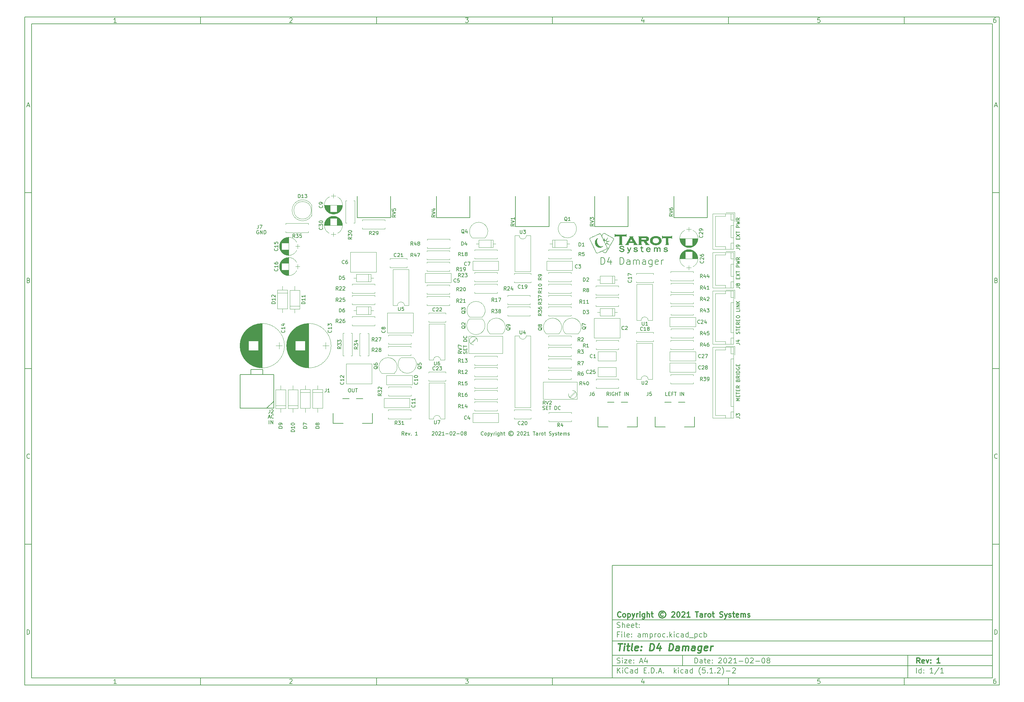
<source format=gbr>
G04 #@! TF.GenerationSoftware,KiCad,Pcbnew,(5.1.2)-2*
G04 #@! TF.CreationDate,2021-02-08T23:51:53+00:00*
G04 #@! TF.ProjectId,amproc,616d7072-6f63-42e6-9b69-6361645f7063,1*
G04 #@! TF.SameCoordinates,PX42c1d80PY7bfa480*
G04 #@! TF.FileFunction,Legend,Top*
G04 #@! TF.FilePolarity,Positive*
%FSLAX46Y46*%
G04 Gerber Fmt 4.6, Leading zero omitted, Abs format (unit mm)*
G04 Created by KiCad (PCBNEW (5.1.2)-2) date 2021-02-08 23:51:53*
%MOMM*%
%LPD*%
G04 APERTURE LIST*
%ADD10C,0.100000*%
%ADD11C,0.150000*%
%ADD12C,0.300000*%
%ADD13C,0.400000*%
%ADD14C,0.200000*%
%ADD15C,0.120000*%
%ADD16C,0.010000*%
%ADD17O,3.102000X2.202000*%
%ADD18C,1.542000*%
%ADD19C,5.102000*%
%ADD20C,3.102000*%
%ADD21C,1.626000*%
%ADD22C,1.702000*%
%ADD23O,1.702000X1.702000*%
%ADD24R,1.902000X1.902000*%
%ADD25C,1.902000*%
%ADD26R,1.002000X1.602000*%
%ADD27O,1.002000X1.602000*%
%ADD28R,2.502000X1.702000*%
%ADD29O,2.502000X1.702000*%
%ADD30C,3.302000*%
%ADD31O,3.602000X3.602000*%
%ADD32O,1.902000X1.902000*%
%ADD33R,1.852000X1.852000*%
%ADD34C,1.852000*%
%ADD35R,2.302000X2.302000*%
%ADD36O,2.302000X2.302000*%
%ADD37R,1.702000X1.702000*%
%ADD38R,2.502000X2.502000*%
%ADD39C,2.502000*%
G04 APERTURE END LIST*
D10*
D11*
X107002200Y-36007200D02*
X107002200Y-68007200D01*
X215002200Y-68007200D01*
X215002200Y-36007200D01*
X107002200Y-36007200D01*
D10*
D11*
X-60000000Y120000000D02*
X-60000000Y-70007200D01*
X217002200Y-70007200D01*
X217002200Y120000000D01*
X-60000000Y120000000D01*
D10*
D11*
X-58000000Y118000000D02*
X-58000000Y-68007200D01*
X215002200Y-68007200D01*
X215002200Y118000000D01*
X-58000000Y118000000D01*
D10*
D11*
X-10000000Y118000000D02*
X-10000000Y120000000D01*
D10*
D11*
X40000000Y118000000D02*
X40000000Y120000000D01*
D10*
D11*
X90000000Y118000000D02*
X90000000Y120000000D01*
D10*
D11*
X140000000Y118000000D02*
X140000000Y120000000D01*
D10*
D11*
X190000000Y118000000D02*
X190000000Y120000000D01*
D10*
D11*
X-33934524Y118411905D02*
X-34677381Y118411905D01*
X-34305953Y118411905D02*
X-34305953Y119711905D01*
X-34429762Y119526191D01*
X-34553572Y119402381D01*
X-34677381Y119340477D01*
D10*
D11*
X15322619Y119588096D02*
X15384523Y119650000D01*
X15508333Y119711905D01*
X15817857Y119711905D01*
X15941666Y119650000D01*
X16003571Y119588096D01*
X16065476Y119464286D01*
X16065476Y119340477D01*
X16003571Y119154762D01*
X15260714Y118411905D01*
X16065476Y118411905D01*
D10*
D11*
X65260714Y119711905D02*
X66065476Y119711905D01*
X65632142Y119216667D01*
X65817857Y119216667D01*
X65941666Y119154762D01*
X66003571Y119092858D01*
X66065476Y118969048D01*
X66065476Y118659524D01*
X66003571Y118535715D01*
X65941666Y118473810D01*
X65817857Y118411905D01*
X65446428Y118411905D01*
X65322619Y118473810D01*
X65260714Y118535715D01*
D10*
D11*
X115941666Y119278572D02*
X115941666Y118411905D01*
X115632142Y119773810D02*
X115322619Y118845239D01*
X116127380Y118845239D01*
D10*
D11*
X166003571Y119711905D02*
X165384523Y119711905D01*
X165322619Y119092858D01*
X165384523Y119154762D01*
X165508333Y119216667D01*
X165817857Y119216667D01*
X165941666Y119154762D01*
X166003571Y119092858D01*
X166065476Y118969048D01*
X166065476Y118659524D01*
X166003571Y118535715D01*
X165941666Y118473810D01*
X165817857Y118411905D01*
X165508333Y118411905D01*
X165384523Y118473810D01*
X165322619Y118535715D01*
D10*
D11*
X215941666Y119711905D02*
X215694047Y119711905D01*
X215570238Y119650000D01*
X215508333Y119588096D01*
X215384523Y119402381D01*
X215322619Y119154762D01*
X215322619Y118659524D01*
X215384523Y118535715D01*
X215446428Y118473810D01*
X215570238Y118411905D01*
X215817857Y118411905D01*
X215941666Y118473810D01*
X216003571Y118535715D01*
X216065476Y118659524D01*
X216065476Y118969048D01*
X216003571Y119092858D01*
X215941666Y119154762D01*
X215817857Y119216667D01*
X215570238Y119216667D01*
X215446428Y119154762D01*
X215384523Y119092858D01*
X215322619Y118969048D01*
D10*
D11*
X-10000000Y-68007200D02*
X-10000000Y-70007200D01*
D10*
D11*
X40000000Y-68007200D02*
X40000000Y-70007200D01*
D10*
D11*
X90000000Y-68007200D02*
X90000000Y-70007200D01*
D10*
D11*
X140000000Y-68007200D02*
X140000000Y-70007200D01*
D10*
D11*
X190000000Y-68007200D02*
X190000000Y-70007200D01*
D10*
D11*
X-33934524Y-69595295D02*
X-34677381Y-69595295D01*
X-34305953Y-69595295D02*
X-34305953Y-68295295D01*
X-34429762Y-68481009D01*
X-34553572Y-68604819D01*
X-34677381Y-68666723D01*
D10*
D11*
X15322619Y-68419104D02*
X15384523Y-68357200D01*
X15508333Y-68295295D01*
X15817857Y-68295295D01*
X15941666Y-68357200D01*
X16003571Y-68419104D01*
X16065476Y-68542914D01*
X16065476Y-68666723D01*
X16003571Y-68852438D01*
X15260714Y-69595295D01*
X16065476Y-69595295D01*
D10*
D11*
X65260714Y-68295295D02*
X66065476Y-68295295D01*
X65632142Y-68790533D01*
X65817857Y-68790533D01*
X65941666Y-68852438D01*
X66003571Y-68914342D01*
X66065476Y-69038152D01*
X66065476Y-69347676D01*
X66003571Y-69471485D01*
X65941666Y-69533390D01*
X65817857Y-69595295D01*
X65446428Y-69595295D01*
X65322619Y-69533390D01*
X65260714Y-69471485D01*
D10*
D11*
X115941666Y-68728628D02*
X115941666Y-69595295D01*
X115632142Y-68233390D02*
X115322619Y-69161961D01*
X116127380Y-69161961D01*
D10*
D11*
X166003571Y-68295295D02*
X165384523Y-68295295D01*
X165322619Y-68914342D01*
X165384523Y-68852438D01*
X165508333Y-68790533D01*
X165817857Y-68790533D01*
X165941666Y-68852438D01*
X166003571Y-68914342D01*
X166065476Y-69038152D01*
X166065476Y-69347676D01*
X166003571Y-69471485D01*
X165941666Y-69533390D01*
X165817857Y-69595295D01*
X165508333Y-69595295D01*
X165384523Y-69533390D01*
X165322619Y-69471485D01*
D10*
D11*
X215941666Y-68295295D02*
X215694047Y-68295295D01*
X215570238Y-68357200D01*
X215508333Y-68419104D01*
X215384523Y-68604819D01*
X215322619Y-68852438D01*
X215322619Y-69347676D01*
X215384523Y-69471485D01*
X215446428Y-69533390D01*
X215570238Y-69595295D01*
X215817857Y-69595295D01*
X215941666Y-69533390D01*
X216003571Y-69471485D01*
X216065476Y-69347676D01*
X216065476Y-69038152D01*
X216003571Y-68914342D01*
X215941666Y-68852438D01*
X215817857Y-68790533D01*
X215570238Y-68790533D01*
X215446428Y-68852438D01*
X215384523Y-68914342D01*
X215322619Y-69038152D01*
D10*
D11*
X-60000000Y70000000D02*
X-58000000Y70000000D01*
D10*
D11*
X-60000000Y20000000D02*
X-58000000Y20000000D01*
D10*
D11*
X-60000000Y-30000000D02*
X-58000000Y-30000000D01*
D10*
D11*
X-59309524Y94783334D02*
X-58690477Y94783334D01*
X-59433334Y94411905D02*
X-59000000Y95711905D01*
X-58566667Y94411905D01*
D10*
D11*
X-58907143Y45092858D02*
X-58721429Y45030953D01*
X-58659524Y44969048D01*
X-58597620Y44845239D01*
X-58597620Y44659524D01*
X-58659524Y44535715D01*
X-58721429Y44473810D01*
X-58845239Y44411905D01*
X-59340477Y44411905D01*
X-59340477Y45711905D01*
X-58907143Y45711905D01*
X-58783334Y45650000D01*
X-58721429Y45588096D01*
X-58659524Y45464286D01*
X-58659524Y45340477D01*
X-58721429Y45216667D01*
X-58783334Y45154762D01*
X-58907143Y45092858D01*
X-59340477Y45092858D01*
D10*
D11*
X-58597620Y-5464285D02*
X-58659524Y-5526190D01*
X-58845239Y-5588095D01*
X-58969048Y-5588095D01*
X-59154762Y-5526190D01*
X-59278572Y-5402380D01*
X-59340477Y-5278571D01*
X-59402381Y-5030952D01*
X-59402381Y-4845238D01*
X-59340477Y-4597619D01*
X-59278572Y-4473809D01*
X-59154762Y-4350000D01*
X-58969048Y-4288095D01*
X-58845239Y-4288095D01*
X-58659524Y-4350000D01*
X-58597620Y-4411904D01*
D10*
D11*
X-59340477Y-55588095D02*
X-59340477Y-54288095D01*
X-59030953Y-54288095D01*
X-58845239Y-54350000D01*
X-58721429Y-54473809D01*
X-58659524Y-54597619D01*
X-58597620Y-54845238D01*
X-58597620Y-55030952D01*
X-58659524Y-55278571D01*
X-58721429Y-55402380D01*
X-58845239Y-55526190D01*
X-59030953Y-55588095D01*
X-59340477Y-55588095D01*
D10*
D11*
X217002200Y70000000D02*
X215002200Y70000000D01*
D10*
D11*
X217002200Y20000000D02*
X215002200Y20000000D01*
D10*
D11*
X217002200Y-30000000D02*
X215002200Y-30000000D01*
D10*
D11*
X215692676Y94783334D02*
X216311723Y94783334D01*
X215568866Y94411905D02*
X216002200Y95711905D01*
X216435533Y94411905D01*
D10*
D11*
X216095057Y45092858D02*
X216280771Y45030953D01*
X216342676Y44969048D01*
X216404580Y44845239D01*
X216404580Y44659524D01*
X216342676Y44535715D01*
X216280771Y44473810D01*
X216156961Y44411905D01*
X215661723Y44411905D01*
X215661723Y45711905D01*
X216095057Y45711905D01*
X216218866Y45650000D01*
X216280771Y45588096D01*
X216342676Y45464286D01*
X216342676Y45340477D01*
X216280771Y45216667D01*
X216218866Y45154762D01*
X216095057Y45092858D01*
X215661723Y45092858D01*
D10*
D11*
X216404580Y-5464285D02*
X216342676Y-5526190D01*
X216156961Y-5588095D01*
X216033152Y-5588095D01*
X215847438Y-5526190D01*
X215723628Y-5402380D01*
X215661723Y-5278571D01*
X215599819Y-5030952D01*
X215599819Y-4845238D01*
X215661723Y-4597619D01*
X215723628Y-4473809D01*
X215847438Y-4350000D01*
X216033152Y-4288095D01*
X216156961Y-4288095D01*
X216342676Y-4350000D01*
X216404580Y-4411904D01*
D10*
D11*
X215661723Y-55588095D02*
X215661723Y-54288095D01*
X215971247Y-54288095D01*
X216156961Y-54350000D01*
X216280771Y-54473809D01*
X216342676Y-54597619D01*
X216404580Y-54845238D01*
X216404580Y-55030952D01*
X216342676Y-55278571D01*
X216280771Y-55402380D01*
X216156961Y-55526190D01*
X215971247Y-55588095D01*
X215661723Y-55588095D01*
D10*
D11*
X130434342Y-63785771D02*
X130434342Y-62285771D01*
X130791485Y-62285771D01*
X131005771Y-62357200D01*
X131148628Y-62500057D01*
X131220057Y-62642914D01*
X131291485Y-62928628D01*
X131291485Y-63142914D01*
X131220057Y-63428628D01*
X131148628Y-63571485D01*
X131005771Y-63714342D01*
X130791485Y-63785771D01*
X130434342Y-63785771D01*
X132577200Y-63785771D02*
X132577200Y-63000057D01*
X132505771Y-62857200D01*
X132362914Y-62785771D01*
X132077200Y-62785771D01*
X131934342Y-62857200D01*
X132577200Y-63714342D02*
X132434342Y-63785771D01*
X132077200Y-63785771D01*
X131934342Y-63714342D01*
X131862914Y-63571485D01*
X131862914Y-63428628D01*
X131934342Y-63285771D01*
X132077200Y-63214342D01*
X132434342Y-63214342D01*
X132577200Y-63142914D01*
X133077200Y-62785771D02*
X133648628Y-62785771D01*
X133291485Y-62285771D02*
X133291485Y-63571485D01*
X133362914Y-63714342D01*
X133505771Y-63785771D01*
X133648628Y-63785771D01*
X134720057Y-63714342D02*
X134577200Y-63785771D01*
X134291485Y-63785771D01*
X134148628Y-63714342D01*
X134077200Y-63571485D01*
X134077200Y-63000057D01*
X134148628Y-62857200D01*
X134291485Y-62785771D01*
X134577200Y-62785771D01*
X134720057Y-62857200D01*
X134791485Y-63000057D01*
X134791485Y-63142914D01*
X134077200Y-63285771D01*
X135434342Y-63642914D02*
X135505771Y-63714342D01*
X135434342Y-63785771D01*
X135362914Y-63714342D01*
X135434342Y-63642914D01*
X135434342Y-63785771D01*
X135434342Y-62857200D02*
X135505771Y-62928628D01*
X135434342Y-63000057D01*
X135362914Y-62928628D01*
X135434342Y-62857200D01*
X135434342Y-63000057D01*
X137220057Y-62428628D02*
X137291485Y-62357200D01*
X137434342Y-62285771D01*
X137791485Y-62285771D01*
X137934342Y-62357200D01*
X138005771Y-62428628D01*
X138077200Y-62571485D01*
X138077200Y-62714342D01*
X138005771Y-62928628D01*
X137148628Y-63785771D01*
X138077200Y-63785771D01*
X139005771Y-62285771D02*
X139148628Y-62285771D01*
X139291485Y-62357200D01*
X139362914Y-62428628D01*
X139434342Y-62571485D01*
X139505771Y-62857200D01*
X139505771Y-63214342D01*
X139434342Y-63500057D01*
X139362914Y-63642914D01*
X139291485Y-63714342D01*
X139148628Y-63785771D01*
X139005771Y-63785771D01*
X138862914Y-63714342D01*
X138791485Y-63642914D01*
X138720057Y-63500057D01*
X138648628Y-63214342D01*
X138648628Y-62857200D01*
X138720057Y-62571485D01*
X138791485Y-62428628D01*
X138862914Y-62357200D01*
X139005771Y-62285771D01*
X140077200Y-62428628D02*
X140148628Y-62357200D01*
X140291485Y-62285771D01*
X140648628Y-62285771D01*
X140791485Y-62357200D01*
X140862914Y-62428628D01*
X140934342Y-62571485D01*
X140934342Y-62714342D01*
X140862914Y-62928628D01*
X140005771Y-63785771D01*
X140934342Y-63785771D01*
X142362914Y-63785771D02*
X141505771Y-63785771D01*
X141934342Y-63785771D02*
X141934342Y-62285771D01*
X141791485Y-62500057D01*
X141648628Y-62642914D01*
X141505771Y-62714342D01*
X143005771Y-63214342D02*
X144148628Y-63214342D01*
X145148628Y-62285771D02*
X145291485Y-62285771D01*
X145434342Y-62357200D01*
X145505771Y-62428628D01*
X145577200Y-62571485D01*
X145648628Y-62857200D01*
X145648628Y-63214342D01*
X145577200Y-63500057D01*
X145505771Y-63642914D01*
X145434342Y-63714342D01*
X145291485Y-63785771D01*
X145148628Y-63785771D01*
X145005771Y-63714342D01*
X144934342Y-63642914D01*
X144862914Y-63500057D01*
X144791485Y-63214342D01*
X144791485Y-62857200D01*
X144862914Y-62571485D01*
X144934342Y-62428628D01*
X145005771Y-62357200D01*
X145148628Y-62285771D01*
X146220057Y-62428628D02*
X146291485Y-62357200D01*
X146434342Y-62285771D01*
X146791485Y-62285771D01*
X146934342Y-62357200D01*
X147005771Y-62428628D01*
X147077200Y-62571485D01*
X147077200Y-62714342D01*
X147005771Y-62928628D01*
X146148628Y-63785771D01*
X147077200Y-63785771D01*
X147720057Y-63214342D02*
X148862914Y-63214342D01*
X149862914Y-62285771D02*
X150005771Y-62285771D01*
X150148628Y-62357200D01*
X150220057Y-62428628D01*
X150291485Y-62571485D01*
X150362914Y-62857200D01*
X150362914Y-63214342D01*
X150291485Y-63500057D01*
X150220057Y-63642914D01*
X150148628Y-63714342D01*
X150005771Y-63785771D01*
X149862914Y-63785771D01*
X149720057Y-63714342D01*
X149648628Y-63642914D01*
X149577200Y-63500057D01*
X149505771Y-63214342D01*
X149505771Y-62857200D01*
X149577200Y-62571485D01*
X149648628Y-62428628D01*
X149720057Y-62357200D01*
X149862914Y-62285771D01*
X151220057Y-62928628D02*
X151077200Y-62857200D01*
X151005771Y-62785771D01*
X150934342Y-62642914D01*
X150934342Y-62571485D01*
X151005771Y-62428628D01*
X151077200Y-62357200D01*
X151220057Y-62285771D01*
X151505771Y-62285771D01*
X151648628Y-62357200D01*
X151720057Y-62428628D01*
X151791485Y-62571485D01*
X151791485Y-62642914D01*
X151720057Y-62785771D01*
X151648628Y-62857200D01*
X151505771Y-62928628D01*
X151220057Y-62928628D01*
X151077200Y-63000057D01*
X151005771Y-63071485D01*
X150934342Y-63214342D01*
X150934342Y-63500057D01*
X151005771Y-63642914D01*
X151077200Y-63714342D01*
X151220057Y-63785771D01*
X151505771Y-63785771D01*
X151648628Y-63714342D01*
X151720057Y-63642914D01*
X151791485Y-63500057D01*
X151791485Y-63214342D01*
X151720057Y-63071485D01*
X151648628Y-63000057D01*
X151505771Y-62928628D01*
D10*
D11*
X107002200Y-64507200D02*
X215002200Y-64507200D01*
D10*
D11*
X108434342Y-66585771D02*
X108434342Y-65085771D01*
X109291485Y-66585771D02*
X108648628Y-65728628D01*
X109291485Y-65085771D02*
X108434342Y-65942914D01*
X109934342Y-66585771D02*
X109934342Y-65585771D01*
X109934342Y-65085771D02*
X109862914Y-65157200D01*
X109934342Y-65228628D01*
X110005771Y-65157200D01*
X109934342Y-65085771D01*
X109934342Y-65228628D01*
X111505771Y-66442914D02*
X111434342Y-66514342D01*
X111220057Y-66585771D01*
X111077200Y-66585771D01*
X110862914Y-66514342D01*
X110720057Y-66371485D01*
X110648628Y-66228628D01*
X110577200Y-65942914D01*
X110577200Y-65728628D01*
X110648628Y-65442914D01*
X110720057Y-65300057D01*
X110862914Y-65157200D01*
X111077200Y-65085771D01*
X111220057Y-65085771D01*
X111434342Y-65157200D01*
X111505771Y-65228628D01*
X112791485Y-66585771D02*
X112791485Y-65800057D01*
X112720057Y-65657200D01*
X112577200Y-65585771D01*
X112291485Y-65585771D01*
X112148628Y-65657200D01*
X112791485Y-66514342D02*
X112648628Y-66585771D01*
X112291485Y-66585771D01*
X112148628Y-66514342D01*
X112077200Y-66371485D01*
X112077200Y-66228628D01*
X112148628Y-66085771D01*
X112291485Y-66014342D01*
X112648628Y-66014342D01*
X112791485Y-65942914D01*
X114148628Y-66585771D02*
X114148628Y-65085771D01*
X114148628Y-66514342D02*
X114005771Y-66585771D01*
X113720057Y-66585771D01*
X113577200Y-66514342D01*
X113505771Y-66442914D01*
X113434342Y-66300057D01*
X113434342Y-65871485D01*
X113505771Y-65728628D01*
X113577200Y-65657200D01*
X113720057Y-65585771D01*
X114005771Y-65585771D01*
X114148628Y-65657200D01*
X116005771Y-65800057D02*
X116505771Y-65800057D01*
X116720057Y-66585771D02*
X116005771Y-66585771D01*
X116005771Y-65085771D01*
X116720057Y-65085771D01*
X117362914Y-66442914D02*
X117434342Y-66514342D01*
X117362914Y-66585771D01*
X117291485Y-66514342D01*
X117362914Y-66442914D01*
X117362914Y-66585771D01*
X118077200Y-66585771D02*
X118077200Y-65085771D01*
X118434342Y-65085771D01*
X118648628Y-65157200D01*
X118791485Y-65300057D01*
X118862914Y-65442914D01*
X118934342Y-65728628D01*
X118934342Y-65942914D01*
X118862914Y-66228628D01*
X118791485Y-66371485D01*
X118648628Y-66514342D01*
X118434342Y-66585771D01*
X118077200Y-66585771D01*
X119577200Y-66442914D02*
X119648628Y-66514342D01*
X119577200Y-66585771D01*
X119505771Y-66514342D01*
X119577200Y-66442914D01*
X119577200Y-66585771D01*
X120220057Y-66157200D02*
X120934342Y-66157200D01*
X120077200Y-66585771D02*
X120577200Y-65085771D01*
X121077200Y-66585771D01*
X121577200Y-66442914D02*
X121648628Y-66514342D01*
X121577200Y-66585771D01*
X121505771Y-66514342D01*
X121577200Y-66442914D01*
X121577200Y-66585771D01*
X124577200Y-66585771D02*
X124577200Y-65085771D01*
X124720057Y-66014342D02*
X125148628Y-66585771D01*
X125148628Y-65585771D02*
X124577200Y-66157200D01*
X125791485Y-66585771D02*
X125791485Y-65585771D01*
X125791485Y-65085771D02*
X125720057Y-65157200D01*
X125791485Y-65228628D01*
X125862914Y-65157200D01*
X125791485Y-65085771D01*
X125791485Y-65228628D01*
X127148628Y-66514342D02*
X127005771Y-66585771D01*
X126720057Y-66585771D01*
X126577200Y-66514342D01*
X126505771Y-66442914D01*
X126434342Y-66300057D01*
X126434342Y-65871485D01*
X126505771Y-65728628D01*
X126577200Y-65657200D01*
X126720057Y-65585771D01*
X127005771Y-65585771D01*
X127148628Y-65657200D01*
X128434342Y-66585771D02*
X128434342Y-65800057D01*
X128362914Y-65657200D01*
X128220057Y-65585771D01*
X127934342Y-65585771D01*
X127791485Y-65657200D01*
X128434342Y-66514342D02*
X128291485Y-66585771D01*
X127934342Y-66585771D01*
X127791485Y-66514342D01*
X127720057Y-66371485D01*
X127720057Y-66228628D01*
X127791485Y-66085771D01*
X127934342Y-66014342D01*
X128291485Y-66014342D01*
X128434342Y-65942914D01*
X129791485Y-66585771D02*
X129791485Y-65085771D01*
X129791485Y-66514342D02*
X129648628Y-66585771D01*
X129362914Y-66585771D01*
X129220057Y-66514342D01*
X129148628Y-66442914D01*
X129077200Y-66300057D01*
X129077200Y-65871485D01*
X129148628Y-65728628D01*
X129220057Y-65657200D01*
X129362914Y-65585771D01*
X129648628Y-65585771D01*
X129791485Y-65657200D01*
X132077200Y-67157200D02*
X132005771Y-67085771D01*
X131862914Y-66871485D01*
X131791485Y-66728628D01*
X131720057Y-66514342D01*
X131648628Y-66157200D01*
X131648628Y-65871485D01*
X131720057Y-65514342D01*
X131791485Y-65300057D01*
X131862914Y-65157200D01*
X132005771Y-64942914D01*
X132077200Y-64871485D01*
X133362914Y-65085771D02*
X132648628Y-65085771D01*
X132577200Y-65800057D01*
X132648628Y-65728628D01*
X132791485Y-65657200D01*
X133148628Y-65657200D01*
X133291485Y-65728628D01*
X133362914Y-65800057D01*
X133434342Y-65942914D01*
X133434342Y-66300057D01*
X133362914Y-66442914D01*
X133291485Y-66514342D01*
X133148628Y-66585771D01*
X132791485Y-66585771D01*
X132648628Y-66514342D01*
X132577200Y-66442914D01*
X134077200Y-66442914D02*
X134148628Y-66514342D01*
X134077200Y-66585771D01*
X134005771Y-66514342D01*
X134077200Y-66442914D01*
X134077200Y-66585771D01*
X135577200Y-66585771D02*
X134720057Y-66585771D01*
X135148628Y-66585771D02*
X135148628Y-65085771D01*
X135005771Y-65300057D01*
X134862914Y-65442914D01*
X134720057Y-65514342D01*
X136220057Y-66442914D02*
X136291485Y-66514342D01*
X136220057Y-66585771D01*
X136148628Y-66514342D01*
X136220057Y-66442914D01*
X136220057Y-66585771D01*
X136862914Y-65228628D02*
X136934342Y-65157200D01*
X137077200Y-65085771D01*
X137434342Y-65085771D01*
X137577200Y-65157200D01*
X137648628Y-65228628D01*
X137720057Y-65371485D01*
X137720057Y-65514342D01*
X137648628Y-65728628D01*
X136791485Y-66585771D01*
X137720057Y-66585771D01*
X138220057Y-67157200D02*
X138291485Y-67085771D01*
X138434342Y-66871485D01*
X138505771Y-66728628D01*
X138577200Y-66514342D01*
X138648628Y-66157200D01*
X138648628Y-65871485D01*
X138577200Y-65514342D01*
X138505771Y-65300057D01*
X138434342Y-65157200D01*
X138291485Y-64942914D01*
X138220057Y-64871485D01*
X139362914Y-66014342D02*
X140505771Y-66014342D01*
X141148628Y-65228628D02*
X141220057Y-65157200D01*
X141362914Y-65085771D01*
X141720057Y-65085771D01*
X141862914Y-65157200D01*
X141934342Y-65228628D01*
X142005771Y-65371485D01*
X142005771Y-65514342D01*
X141934342Y-65728628D01*
X141077200Y-66585771D01*
X142005771Y-66585771D01*
D10*
D11*
X107002200Y-61507200D02*
X215002200Y-61507200D01*
D10*
D12*
X194411485Y-63785771D02*
X193911485Y-63071485D01*
X193554342Y-63785771D02*
X193554342Y-62285771D01*
X194125771Y-62285771D01*
X194268628Y-62357200D01*
X194340057Y-62428628D01*
X194411485Y-62571485D01*
X194411485Y-62785771D01*
X194340057Y-62928628D01*
X194268628Y-63000057D01*
X194125771Y-63071485D01*
X193554342Y-63071485D01*
X195625771Y-63714342D02*
X195482914Y-63785771D01*
X195197200Y-63785771D01*
X195054342Y-63714342D01*
X194982914Y-63571485D01*
X194982914Y-63000057D01*
X195054342Y-62857200D01*
X195197200Y-62785771D01*
X195482914Y-62785771D01*
X195625771Y-62857200D01*
X195697200Y-63000057D01*
X195697200Y-63142914D01*
X194982914Y-63285771D01*
X196197200Y-62785771D02*
X196554342Y-63785771D01*
X196911485Y-62785771D01*
X197482914Y-63642914D02*
X197554342Y-63714342D01*
X197482914Y-63785771D01*
X197411485Y-63714342D01*
X197482914Y-63642914D01*
X197482914Y-63785771D01*
X197482914Y-62857200D02*
X197554342Y-62928628D01*
X197482914Y-63000057D01*
X197411485Y-62928628D01*
X197482914Y-62857200D01*
X197482914Y-63000057D01*
X200125771Y-63785771D02*
X199268628Y-63785771D01*
X199697200Y-63785771D02*
X199697200Y-62285771D01*
X199554342Y-62500057D01*
X199411485Y-62642914D01*
X199268628Y-62714342D01*
D10*
D11*
X108362914Y-63714342D02*
X108577200Y-63785771D01*
X108934342Y-63785771D01*
X109077200Y-63714342D01*
X109148628Y-63642914D01*
X109220057Y-63500057D01*
X109220057Y-63357200D01*
X109148628Y-63214342D01*
X109077200Y-63142914D01*
X108934342Y-63071485D01*
X108648628Y-63000057D01*
X108505771Y-62928628D01*
X108434342Y-62857200D01*
X108362914Y-62714342D01*
X108362914Y-62571485D01*
X108434342Y-62428628D01*
X108505771Y-62357200D01*
X108648628Y-62285771D01*
X109005771Y-62285771D01*
X109220057Y-62357200D01*
X109862914Y-63785771D02*
X109862914Y-62785771D01*
X109862914Y-62285771D02*
X109791485Y-62357200D01*
X109862914Y-62428628D01*
X109934342Y-62357200D01*
X109862914Y-62285771D01*
X109862914Y-62428628D01*
X110434342Y-62785771D02*
X111220057Y-62785771D01*
X110434342Y-63785771D01*
X111220057Y-63785771D01*
X112362914Y-63714342D02*
X112220057Y-63785771D01*
X111934342Y-63785771D01*
X111791485Y-63714342D01*
X111720057Y-63571485D01*
X111720057Y-63000057D01*
X111791485Y-62857200D01*
X111934342Y-62785771D01*
X112220057Y-62785771D01*
X112362914Y-62857200D01*
X112434342Y-63000057D01*
X112434342Y-63142914D01*
X111720057Y-63285771D01*
X113077200Y-63642914D02*
X113148628Y-63714342D01*
X113077200Y-63785771D01*
X113005771Y-63714342D01*
X113077200Y-63642914D01*
X113077200Y-63785771D01*
X113077200Y-62857200D02*
X113148628Y-62928628D01*
X113077200Y-63000057D01*
X113005771Y-62928628D01*
X113077200Y-62857200D01*
X113077200Y-63000057D01*
X114862914Y-63357200D02*
X115577200Y-63357200D01*
X114720057Y-63785771D02*
X115220057Y-62285771D01*
X115720057Y-63785771D01*
X116862914Y-62785771D02*
X116862914Y-63785771D01*
X116505771Y-62214342D02*
X116148628Y-63285771D01*
X117077200Y-63285771D01*
D10*
D11*
X193434342Y-66585771D02*
X193434342Y-65085771D01*
X194791485Y-66585771D02*
X194791485Y-65085771D01*
X194791485Y-66514342D02*
X194648628Y-66585771D01*
X194362914Y-66585771D01*
X194220057Y-66514342D01*
X194148628Y-66442914D01*
X194077200Y-66300057D01*
X194077200Y-65871485D01*
X194148628Y-65728628D01*
X194220057Y-65657200D01*
X194362914Y-65585771D01*
X194648628Y-65585771D01*
X194791485Y-65657200D01*
X195505771Y-66442914D02*
X195577200Y-66514342D01*
X195505771Y-66585771D01*
X195434342Y-66514342D01*
X195505771Y-66442914D01*
X195505771Y-66585771D01*
X195505771Y-65657200D02*
X195577200Y-65728628D01*
X195505771Y-65800057D01*
X195434342Y-65728628D01*
X195505771Y-65657200D01*
X195505771Y-65800057D01*
X198148628Y-66585771D02*
X197291485Y-66585771D01*
X197720057Y-66585771D02*
X197720057Y-65085771D01*
X197577200Y-65300057D01*
X197434342Y-65442914D01*
X197291485Y-65514342D01*
X199862914Y-65014342D02*
X198577200Y-66942914D01*
X201148628Y-66585771D02*
X200291485Y-66585771D01*
X200720057Y-66585771D02*
X200720057Y-65085771D01*
X200577200Y-65300057D01*
X200434342Y-65442914D01*
X200291485Y-65514342D01*
D10*
D11*
X107002200Y-57507200D02*
X215002200Y-57507200D01*
D10*
D13*
X108714580Y-58211961D02*
X109857438Y-58211961D01*
X109036009Y-60211961D02*
X109286009Y-58211961D01*
X110274104Y-60211961D02*
X110440771Y-58878628D01*
X110524104Y-58211961D02*
X110416961Y-58307200D01*
X110500295Y-58402438D01*
X110607438Y-58307200D01*
X110524104Y-58211961D01*
X110500295Y-58402438D01*
X111107438Y-58878628D02*
X111869342Y-58878628D01*
X111476485Y-58211961D02*
X111262200Y-59926247D01*
X111333628Y-60116723D01*
X111512200Y-60211961D01*
X111702676Y-60211961D01*
X112655057Y-60211961D02*
X112476485Y-60116723D01*
X112405057Y-59926247D01*
X112619342Y-58211961D01*
X114190771Y-60116723D02*
X113988390Y-60211961D01*
X113607438Y-60211961D01*
X113428866Y-60116723D01*
X113357438Y-59926247D01*
X113452676Y-59164342D01*
X113571723Y-58973866D01*
X113774104Y-58878628D01*
X114155057Y-58878628D01*
X114333628Y-58973866D01*
X114405057Y-59164342D01*
X114381247Y-59354819D01*
X113405057Y-59545295D01*
X115155057Y-60021485D02*
X115238390Y-60116723D01*
X115131247Y-60211961D01*
X115047914Y-60116723D01*
X115155057Y-60021485D01*
X115131247Y-60211961D01*
X115286009Y-58973866D02*
X115369342Y-59069104D01*
X115262200Y-59164342D01*
X115178866Y-59069104D01*
X115286009Y-58973866D01*
X115262200Y-59164342D01*
X117607438Y-60211961D02*
X117857438Y-58211961D01*
X118333628Y-58211961D01*
X118607438Y-58307200D01*
X118774104Y-58497676D01*
X118845533Y-58688152D01*
X118893152Y-59069104D01*
X118857438Y-59354819D01*
X118714580Y-59735771D01*
X118595533Y-59926247D01*
X118381247Y-60116723D01*
X118083628Y-60211961D01*
X117607438Y-60211961D01*
X120631247Y-58878628D02*
X120464580Y-60211961D01*
X120250295Y-58116723D02*
X119595533Y-59545295D01*
X120833628Y-59545295D01*
X123036009Y-60211961D02*
X123286009Y-58211961D01*
X123762200Y-58211961D01*
X124036009Y-58307200D01*
X124202676Y-58497676D01*
X124274104Y-58688152D01*
X124321723Y-59069104D01*
X124286009Y-59354819D01*
X124143152Y-59735771D01*
X124024104Y-59926247D01*
X123809819Y-60116723D01*
X123512200Y-60211961D01*
X123036009Y-60211961D01*
X125893152Y-60211961D02*
X126024104Y-59164342D01*
X125952676Y-58973866D01*
X125774104Y-58878628D01*
X125393152Y-58878628D01*
X125190771Y-58973866D01*
X125905057Y-60116723D02*
X125702676Y-60211961D01*
X125226485Y-60211961D01*
X125047914Y-60116723D01*
X124976485Y-59926247D01*
X125000295Y-59735771D01*
X125119342Y-59545295D01*
X125321723Y-59450057D01*
X125797914Y-59450057D01*
X126000295Y-59354819D01*
X126845533Y-60211961D02*
X127012200Y-58878628D01*
X126988390Y-59069104D02*
X127095533Y-58973866D01*
X127297914Y-58878628D01*
X127583628Y-58878628D01*
X127762200Y-58973866D01*
X127833628Y-59164342D01*
X127702676Y-60211961D01*
X127833628Y-59164342D02*
X127952676Y-58973866D01*
X128155057Y-58878628D01*
X128440771Y-58878628D01*
X128619342Y-58973866D01*
X128690771Y-59164342D01*
X128559819Y-60211961D01*
X130369342Y-60211961D02*
X130500295Y-59164342D01*
X130428866Y-58973866D01*
X130250295Y-58878628D01*
X129869342Y-58878628D01*
X129666961Y-58973866D01*
X130381247Y-60116723D02*
X130178866Y-60211961D01*
X129702676Y-60211961D01*
X129524104Y-60116723D01*
X129452676Y-59926247D01*
X129476485Y-59735771D01*
X129595533Y-59545295D01*
X129797914Y-59450057D01*
X130274104Y-59450057D01*
X130476485Y-59354819D01*
X132345533Y-58878628D02*
X132143152Y-60497676D01*
X132024104Y-60688152D01*
X131916961Y-60783390D01*
X131714580Y-60878628D01*
X131428866Y-60878628D01*
X131250295Y-60783390D01*
X132190771Y-60116723D02*
X131988390Y-60211961D01*
X131607438Y-60211961D01*
X131428866Y-60116723D01*
X131345533Y-60021485D01*
X131274104Y-59831009D01*
X131345533Y-59259580D01*
X131464580Y-59069104D01*
X131571723Y-58973866D01*
X131774104Y-58878628D01*
X132155057Y-58878628D01*
X132333628Y-58973866D01*
X133905057Y-60116723D02*
X133702676Y-60211961D01*
X133321723Y-60211961D01*
X133143152Y-60116723D01*
X133071723Y-59926247D01*
X133166961Y-59164342D01*
X133286009Y-58973866D01*
X133488390Y-58878628D01*
X133869342Y-58878628D01*
X134047914Y-58973866D01*
X134119342Y-59164342D01*
X134095533Y-59354819D01*
X133119342Y-59545295D01*
X134845533Y-60211961D02*
X135012200Y-58878628D01*
X134964580Y-59259580D02*
X135083628Y-59069104D01*
X135190771Y-58973866D01*
X135393152Y-58878628D01*
X135583628Y-58878628D01*
D10*
D11*
X108934342Y-55600057D02*
X108434342Y-55600057D01*
X108434342Y-56385771D02*
X108434342Y-54885771D01*
X109148628Y-54885771D01*
X109720057Y-56385771D02*
X109720057Y-55385771D01*
X109720057Y-54885771D02*
X109648628Y-54957200D01*
X109720057Y-55028628D01*
X109791485Y-54957200D01*
X109720057Y-54885771D01*
X109720057Y-55028628D01*
X110648628Y-56385771D02*
X110505771Y-56314342D01*
X110434342Y-56171485D01*
X110434342Y-54885771D01*
X111791485Y-56314342D02*
X111648628Y-56385771D01*
X111362914Y-56385771D01*
X111220057Y-56314342D01*
X111148628Y-56171485D01*
X111148628Y-55600057D01*
X111220057Y-55457200D01*
X111362914Y-55385771D01*
X111648628Y-55385771D01*
X111791485Y-55457200D01*
X111862914Y-55600057D01*
X111862914Y-55742914D01*
X111148628Y-55885771D01*
X112505771Y-56242914D02*
X112577200Y-56314342D01*
X112505771Y-56385771D01*
X112434342Y-56314342D01*
X112505771Y-56242914D01*
X112505771Y-56385771D01*
X112505771Y-55457200D02*
X112577200Y-55528628D01*
X112505771Y-55600057D01*
X112434342Y-55528628D01*
X112505771Y-55457200D01*
X112505771Y-55600057D01*
X115005771Y-56385771D02*
X115005771Y-55600057D01*
X114934342Y-55457200D01*
X114791485Y-55385771D01*
X114505771Y-55385771D01*
X114362914Y-55457200D01*
X115005771Y-56314342D02*
X114862914Y-56385771D01*
X114505771Y-56385771D01*
X114362914Y-56314342D01*
X114291485Y-56171485D01*
X114291485Y-56028628D01*
X114362914Y-55885771D01*
X114505771Y-55814342D01*
X114862914Y-55814342D01*
X115005771Y-55742914D01*
X115720057Y-56385771D02*
X115720057Y-55385771D01*
X115720057Y-55528628D02*
X115791485Y-55457200D01*
X115934342Y-55385771D01*
X116148628Y-55385771D01*
X116291485Y-55457200D01*
X116362914Y-55600057D01*
X116362914Y-56385771D01*
X116362914Y-55600057D02*
X116434342Y-55457200D01*
X116577200Y-55385771D01*
X116791485Y-55385771D01*
X116934342Y-55457200D01*
X117005771Y-55600057D01*
X117005771Y-56385771D01*
X117720057Y-55385771D02*
X117720057Y-56885771D01*
X117720057Y-55457200D02*
X117862914Y-55385771D01*
X118148628Y-55385771D01*
X118291485Y-55457200D01*
X118362914Y-55528628D01*
X118434342Y-55671485D01*
X118434342Y-56100057D01*
X118362914Y-56242914D01*
X118291485Y-56314342D01*
X118148628Y-56385771D01*
X117862914Y-56385771D01*
X117720057Y-56314342D01*
X119077200Y-56385771D02*
X119077200Y-55385771D01*
X119077200Y-55671485D02*
X119148628Y-55528628D01*
X119220057Y-55457200D01*
X119362914Y-55385771D01*
X119505771Y-55385771D01*
X120220057Y-56385771D02*
X120077200Y-56314342D01*
X120005771Y-56242914D01*
X119934342Y-56100057D01*
X119934342Y-55671485D01*
X120005771Y-55528628D01*
X120077200Y-55457200D01*
X120220057Y-55385771D01*
X120434342Y-55385771D01*
X120577200Y-55457200D01*
X120648628Y-55528628D01*
X120720057Y-55671485D01*
X120720057Y-56100057D01*
X120648628Y-56242914D01*
X120577200Y-56314342D01*
X120434342Y-56385771D01*
X120220057Y-56385771D01*
X122005771Y-56314342D02*
X121862914Y-56385771D01*
X121577200Y-56385771D01*
X121434342Y-56314342D01*
X121362914Y-56242914D01*
X121291485Y-56100057D01*
X121291485Y-55671485D01*
X121362914Y-55528628D01*
X121434342Y-55457200D01*
X121577200Y-55385771D01*
X121862914Y-55385771D01*
X122005771Y-55457200D01*
X122648628Y-56242914D02*
X122720057Y-56314342D01*
X122648628Y-56385771D01*
X122577200Y-56314342D01*
X122648628Y-56242914D01*
X122648628Y-56385771D01*
X123362914Y-56385771D02*
X123362914Y-54885771D01*
X123505771Y-55814342D02*
X123934342Y-56385771D01*
X123934342Y-55385771D02*
X123362914Y-55957200D01*
X124577200Y-56385771D02*
X124577200Y-55385771D01*
X124577200Y-54885771D02*
X124505771Y-54957200D01*
X124577200Y-55028628D01*
X124648628Y-54957200D01*
X124577200Y-54885771D01*
X124577200Y-55028628D01*
X125934342Y-56314342D02*
X125791485Y-56385771D01*
X125505771Y-56385771D01*
X125362914Y-56314342D01*
X125291485Y-56242914D01*
X125220057Y-56100057D01*
X125220057Y-55671485D01*
X125291485Y-55528628D01*
X125362914Y-55457200D01*
X125505771Y-55385771D01*
X125791485Y-55385771D01*
X125934342Y-55457200D01*
X127220057Y-56385771D02*
X127220057Y-55600057D01*
X127148628Y-55457200D01*
X127005771Y-55385771D01*
X126720057Y-55385771D01*
X126577200Y-55457200D01*
X127220057Y-56314342D02*
X127077200Y-56385771D01*
X126720057Y-56385771D01*
X126577200Y-56314342D01*
X126505771Y-56171485D01*
X126505771Y-56028628D01*
X126577200Y-55885771D01*
X126720057Y-55814342D01*
X127077200Y-55814342D01*
X127220057Y-55742914D01*
X128577200Y-56385771D02*
X128577200Y-54885771D01*
X128577200Y-56314342D02*
X128434342Y-56385771D01*
X128148628Y-56385771D01*
X128005771Y-56314342D01*
X127934342Y-56242914D01*
X127862914Y-56100057D01*
X127862914Y-55671485D01*
X127934342Y-55528628D01*
X128005771Y-55457200D01*
X128148628Y-55385771D01*
X128434342Y-55385771D01*
X128577200Y-55457200D01*
X128934342Y-56528628D02*
X130077200Y-56528628D01*
X130434342Y-55385771D02*
X130434342Y-56885771D01*
X130434342Y-55457200D02*
X130577200Y-55385771D01*
X130862914Y-55385771D01*
X131005771Y-55457200D01*
X131077200Y-55528628D01*
X131148628Y-55671485D01*
X131148628Y-56100057D01*
X131077200Y-56242914D01*
X131005771Y-56314342D01*
X130862914Y-56385771D01*
X130577200Y-56385771D01*
X130434342Y-56314342D01*
X132434342Y-56314342D02*
X132291485Y-56385771D01*
X132005771Y-56385771D01*
X131862914Y-56314342D01*
X131791485Y-56242914D01*
X131720057Y-56100057D01*
X131720057Y-55671485D01*
X131791485Y-55528628D01*
X131862914Y-55457200D01*
X132005771Y-55385771D01*
X132291485Y-55385771D01*
X132434342Y-55457200D01*
X133077200Y-56385771D02*
X133077200Y-54885771D01*
X133077200Y-55457200D02*
X133220057Y-55385771D01*
X133505771Y-55385771D01*
X133648628Y-55457200D01*
X133720057Y-55528628D01*
X133791485Y-55671485D01*
X133791485Y-56100057D01*
X133720057Y-56242914D01*
X133648628Y-56314342D01*
X133505771Y-56385771D01*
X133220057Y-56385771D01*
X133077200Y-56314342D01*
D10*
D11*
X107002200Y-51507200D02*
X215002200Y-51507200D01*
D10*
D11*
X108362914Y-53614342D02*
X108577200Y-53685771D01*
X108934342Y-53685771D01*
X109077200Y-53614342D01*
X109148628Y-53542914D01*
X109220057Y-53400057D01*
X109220057Y-53257200D01*
X109148628Y-53114342D01*
X109077200Y-53042914D01*
X108934342Y-52971485D01*
X108648628Y-52900057D01*
X108505771Y-52828628D01*
X108434342Y-52757200D01*
X108362914Y-52614342D01*
X108362914Y-52471485D01*
X108434342Y-52328628D01*
X108505771Y-52257200D01*
X108648628Y-52185771D01*
X109005771Y-52185771D01*
X109220057Y-52257200D01*
X109862914Y-53685771D02*
X109862914Y-52185771D01*
X110505771Y-53685771D02*
X110505771Y-52900057D01*
X110434342Y-52757200D01*
X110291485Y-52685771D01*
X110077200Y-52685771D01*
X109934342Y-52757200D01*
X109862914Y-52828628D01*
X111791485Y-53614342D02*
X111648628Y-53685771D01*
X111362914Y-53685771D01*
X111220057Y-53614342D01*
X111148628Y-53471485D01*
X111148628Y-52900057D01*
X111220057Y-52757200D01*
X111362914Y-52685771D01*
X111648628Y-52685771D01*
X111791485Y-52757200D01*
X111862914Y-52900057D01*
X111862914Y-53042914D01*
X111148628Y-53185771D01*
X113077200Y-53614342D02*
X112934342Y-53685771D01*
X112648628Y-53685771D01*
X112505771Y-53614342D01*
X112434342Y-53471485D01*
X112434342Y-52900057D01*
X112505771Y-52757200D01*
X112648628Y-52685771D01*
X112934342Y-52685771D01*
X113077200Y-52757200D01*
X113148628Y-52900057D01*
X113148628Y-53042914D01*
X112434342Y-53185771D01*
X113577200Y-52685771D02*
X114148628Y-52685771D01*
X113791485Y-52185771D02*
X113791485Y-53471485D01*
X113862914Y-53614342D01*
X114005771Y-53685771D01*
X114148628Y-53685771D01*
X114648628Y-53542914D02*
X114720057Y-53614342D01*
X114648628Y-53685771D01*
X114577200Y-53614342D01*
X114648628Y-53542914D01*
X114648628Y-53685771D01*
X114648628Y-52757200D02*
X114720057Y-52828628D01*
X114648628Y-52900057D01*
X114577200Y-52828628D01*
X114648628Y-52757200D01*
X114648628Y-52900057D01*
D10*
D12*
X109411485Y-50542914D02*
X109340057Y-50614342D01*
X109125771Y-50685771D01*
X108982914Y-50685771D01*
X108768628Y-50614342D01*
X108625771Y-50471485D01*
X108554342Y-50328628D01*
X108482914Y-50042914D01*
X108482914Y-49828628D01*
X108554342Y-49542914D01*
X108625771Y-49400057D01*
X108768628Y-49257200D01*
X108982914Y-49185771D01*
X109125771Y-49185771D01*
X109340057Y-49257200D01*
X109411485Y-49328628D01*
X110268628Y-50685771D02*
X110125771Y-50614342D01*
X110054342Y-50542914D01*
X109982914Y-50400057D01*
X109982914Y-49971485D01*
X110054342Y-49828628D01*
X110125771Y-49757200D01*
X110268628Y-49685771D01*
X110482914Y-49685771D01*
X110625771Y-49757200D01*
X110697200Y-49828628D01*
X110768628Y-49971485D01*
X110768628Y-50400057D01*
X110697200Y-50542914D01*
X110625771Y-50614342D01*
X110482914Y-50685771D01*
X110268628Y-50685771D01*
X111411485Y-49685771D02*
X111411485Y-51185771D01*
X111411485Y-49757200D02*
X111554342Y-49685771D01*
X111840057Y-49685771D01*
X111982914Y-49757200D01*
X112054342Y-49828628D01*
X112125771Y-49971485D01*
X112125771Y-50400057D01*
X112054342Y-50542914D01*
X111982914Y-50614342D01*
X111840057Y-50685771D01*
X111554342Y-50685771D01*
X111411485Y-50614342D01*
X112625771Y-49685771D02*
X112982914Y-50685771D01*
X113340057Y-49685771D02*
X112982914Y-50685771D01*
X112840057Y-51042914D01*
X112768628Y-51114342D01*
X112625771Y-51185771D01*
X113911485Y-50685771D02*
X113911485Y-49685771D01*
X113911485Y-49971485D02*
X113982914Y-49828628D01*
X114054342Y-49757200D01*
X114197200Y-49685771D01*
X114340057Y-49685771D01*
X114840057Y-50685771D02*
X114840057Y-49685771D01*
X114840057Y-49185771D02*
X114768628Y-49257200D01*
X114840057Y-49328628D01*
X114911485Y-49257200D01*
X114840057Y-49185771D01*
X114840057Y-49328628D01*
X116197200Y-49685771D02*
X116197200Y-50900057D01*
X116125771Y-51042914D01*
X116054342Y-51114342D01*
X115911485Y-51185771D01*
X115697200Y-51185771D01*
X115554342Y-51114342D01*
X116197200Y-50614342D02*
X116054342Y-50685771D01*
X115768628Y-50685771D01*
X115625771Y-50614342D01*
X115554342Y-50542914D01*
X115482914Y-50400057D01*
X115482914Y-49971485D01*
X115554342Y-49828628D01*
X115625771Y-49757200D01*
X115768628Y-49685771D01*
X116054342Y-49685771D01*
X116197200Y-49757200D01*
X116911485Y-50685771D02*
X116911485Y-49185771D01*
X117554342Y-50685771D02*
X117554342Y-49900057D01*
X117482914Y-49757200D01*
X117340057Y-49685771D01*
X117125771Y-49685771D01*
X116982914Y-49757200D01*
X116911485Y-49828628D01*
X118054342Y-49685771D02*
X118625771Y-49685771D01*
X118268628Y-49185771D02*
X118268628Y-50471485D01*
X118340057Y-50614342D01*
X118482914Y-50685771D01*
X118625771Y-50685771D01*
X121482914Y-49542914D02*
X121340057Y-49471485D01*
X121054342Y-49471485D01*
X120911485Y-49542914D01*
X120768628Y-49685771D01*
X120697200Y-49828628D01*
X120697200Y-50114342D01*
X120768628Y-50257200D01*
X120911485Y-50400057D01*
X121054342Y-50471485D01*
X121340057Y-50471485D01*
X121482914Y-50400057D01*
X121197200Y-48971485D02*
X120840057Y-49042914D01*
X120482914Y-49257200D01*
X120268628Y-49614342D01*
X120197200Y-49971485D01*
X120268628Y-50328628D01*
X120482914Y-50685771D01*
X120840057Y-50900057D01*
X121197200Y-50971485D01*
X121554342Y-50900057D01*
X121911485Y-50685771D01*
X122125771Y-50328628D01*
X122197200Y-49971485D01*
X122125771Y-49614342D01*
X121911485Y-49257200D01*
X121554342Y-49042914D01*
X121197200Y-48971485D01*
X123911485Y-49328628D02*
X123982914Y-49257200D01*
X124125771Y-49185771D01*
X124482914Y-49185771D01*
X124625771Y-49257200D01*
X124697200Y-49328628D01*
X124768628Y-49471485D01*
X124768628Y-49614342D01*
X124697200Y-49828628D01*
X123840057Y-50685771D01*
X124768628Y-50685771D01*
X125697200Y-49185771D02*
X125840057Y-49185771D01*
X125982914Y-49257200D01*
X126054342Y-49328628D01*
X126125771Y-49471485D01*
X126197200Y-49757200D01*
X126197200Y-50114342D01*
X126125771Y-50400057D01*
X126054342Y-50542914D01*
X125982914Y-50614342D01*
X125840057Y-50685771D01*
X125697200Y-50685771D01*
X125554342Y-50614342D01*
X125482914Y-50542914D01*
X125411485Y-50400057D01*
X125340057Y-50114342D01*
X125340057Y-49757200D01*
X125411485Y-49471485D01*
X125482914Y-49328628D01*
X125554342Y-49257200D01*
X125697200Y-49185771D01*
X126768628Y-49328628D02*
X126840057Y-49257200D01*
X126982914Y-49185771D01*
X127340057Y-49185771D01*
X127482914Y-49257200D01*
X127554342Y-49328628D01*
X127625771Y-49471485D01*
X127625771Y-49614342D01*
X127554342Y-49828628D01*
X126697200Y-50685771D01*
X127625771Y-50685771D01*
X129054342Y-50685771D02*
X128197200Y-50685771D01*
X128625771Y-50685771D02*
X128625771Y-49185771D01*
X128482914Y-49400057D01*
X128340057Y-49542914D01*
X128197200Y-49614342D01*
X130625771Y-49185771D02*
X131482914Y-49185771D01*
X131054342Y-50685771D02*
X131054342Y-49185771D01*
X132625771Y-50685771D02*
X132625771Y-49900057D01*
X132554342Y-49757200D01*
X132411485Y-49685771D01*
X132125771Y-49685771D01*
X131982914Y-49757200D01*
X132625771Y-50614342D02*
X132482914Y-50685771D01*
X132125771Y-50685771D01*
X131982914Y-50614342D01*
X131911485Y-50471485D01*
X131911485Y-50328628D01*
X131982914Y-50185771D01*
X132125771Y-50114342D01*
X132482914Y-50114342D01*
X132625771Y-50042914D01*
X133340057Y-50685771D02*
X133340057Y-49685771D01*
X133340057Y-49971485D02*
X133411485Y-49828628D01*
X133482914Y-49757200D01*
X133625771Y-49685771D01*
X133768628Y-49685771D01*
X134482914Y-50685771D02*
X134340057Y-50614342D01*
X134268628Y-50542914D01*
X134197200Y-50400057D01*
X134197200Y-49971485D01*
X134268628Y-49828628D01*
X134340057Y-49757200D01*
X134482914Y-49685771D01*
X134697200Y-49685771D01*
X134840057Y-49757200D01*
X134911485Y-49828628D01*
X134982914Y-49971485D01*
X134982914Y-50400057D01*
X134911485Y-50542914D01*
X134840057Y-50614342D01*
X134697200Y-50685771D01*
X134482914Y-50685771D01*
X135411485Y-49685771D02*
X135982914Y-49685771D01*
X135625771Y-49185771D02*
X135625771Y-50471485D01*
X135697200Y-50614342D01*
X135840057Y-50685771D01*
X135982914Y-50685771D01*
X137554342Y-50614342D02*
X137768628Y-50685771D01*
X138125771Y-50685771D01*
X138268628Y-50614342D01*
X138340057Y-50542914D01*
X138411485Y-50400057D01*
X138411485Y-50257200D01*
X138340057Y-50114342D01*
X138268628Y-50042914D01*
X138125771Y-49971485D01*
X137840057Y-49900057D01*
X137697200Y-49828628D01*
X137625771Y-49757200D01*
X137554342Y-49614342D01*
X137554342Y-49471485D01*
X137625771Y-49328628D01*
X137697200Y-49257200D01*
X137840057Y-49185771D01*
X138197200Y-49185771D01*
X138411485Y-49257200D01*
X138911485Y-49685771D02*
X139268628Y-50685771D01*
X139625771Y-49685771D02*
X139268628Y-50685771D01*
X139125771Y-51042914D01*
X139054342Y-51114342D01*
X138911485Y-51185771D01*
X140125771Y-50614342D02*
X140268628Y-50685771D01*
X140554342Y-50685771D01*
X140697200Y-50614342D01*
X140768628Y-50471485D01*
X140768628Y-50400057D01*
X140697200Y-50257200D01*
X140554342Y-50185771D01*
X140340057Y-50185771D01*
X140197200Y-50114342D01*
X140125771Y-49971485D01*
X140125771Y-49900057D01*
X140197200Y-49757200D01*
X140340057Y-49685771D01*
X140554342Y-49685771D01*
X140697200Y-49757200D01*
X141197200Y-49685771D02*
X141768628Y-49685771D01*
X141411485Y-49185771D02*
X141411485Y-50471485D01*
X141482914Y-50614342D01*
X141625771Y-50685771D01*
X141768628Y-50685771D01*
X142840057Y-50614342D02*
X142697200Y-50685771D01*
X142411485Y-50685771D01*
X142268628Y-50614342D01*
X142197200Y-50471485D01*
X142197200Y-49900057D01*
X142268628Y-49757200D01*
X142411485Y-49685771D01*
X142697200Y-49685771D01*
X142840057Y-49757200D01*
X142911485Y-49900057D01*
X142911485Y-50042914D01*
X142197200Y-50185771D01*
X143554342Y-50685771D02*
X143554342Y-49685771D01*
X143554342Y-49828628D02*
X143625771Y-49757200D01*
X143768628Y-49685771D01*
X143982914Y-49685771D01*
X144125771Y-49757200D01*
X144197200Y-49900057D01*
X144197200Y-50685771D01*
X144197200Y-49900057D02*
X144268628Y-49757200D01*
X144411485Y-49685771D01*
X144625771Y-49685771D01*
X144768628Y-49757200D01*
X144840057Y-49900057D01*
X144840057Y-50685771D01*
X145482914Y-50614342D02*
X145625771Y-50685771D01*
X145911485Y-50685771D01*
X146054342Y-50614342D01*
X146125771Y-50471485D01*
X146125771Y-50400057D01*
X146054342Y-50257200D01*
X145911485Y-50185771D01*
X145697200Y-50185771D01*
X145554342Y-50114342D01*
X145482914Y-49971485D01*
X145482914Y-49900057D01*
X145554342Y-49757200D01*
X145697200Y-49685771D01*
X145911485Y-49685771D01*
X146054342Y-49757200D01*
D10*
D11*
X127002200Y-61507200D02*
X127002200Y-64507200D01*
D10*
D11*
X191002200Y-61507200D02*
X191002200Y-68007200D01*
X9261904Y6158334D02*
X9738095Y6158334D01*
X9166666Y5872620D02*
X9500000Y6872620D01*
X9833333Y5872620D01*
X10738095Y5967858D02*
X10690476Y5920239D01*
X10547619Y5872620D01*
X10452380Y5872620D01*
X10309523Y5920239D01*
X10214285Y6015477D01*
X10166666Y6110715D01*
X10119047Y6301191D01*
X10119047Y6444048D01*
X10166666Y6634524D01*
X10214285Y6729762D01*
X10309523Y6825000D01*
X10452380Y6872620D01*
X10547619Y6872620D01*
X10690476Y6825000D01*
X10738095Y6777381D01*
X9476190Y4222620D02*
X9476190Y5222620D01*
X9952380Y4222620D02*
X9952380Y5222620D01*
X10523809Y4222620D01*
X10523809Y5222620D01*
X6488095Y59250000D02*
X6392857Y59297620D01*
X6250000Y59297620D01*
X6107142Y59250000D01*
X6011904Y59154762D01*
X5964285Y59059524D01*
X5916666Y58869048D01*
X5916666Y58726191D01*
X5964285Y58535715D01*
X6011904Y58440477D01*
X6107142Y58345239D01*
X6250000Y58297620D01*
X6345238Y58297620D01*
X6488095Y58345239D01*
X6535714Y58392858D01*
X6535714Y58726191D01*
X6345238Y58726191D01*
X6964285Y58297620D02*
X6964285Y59297620D01*
X7535714Y58297620D01*
X7535714Y59297620D01*
X8011904Y58297620D02*
X8011904Y59297620D01*
X8250000Y59297620D01*
X8392857Y59250000D01*
X8488095Y59154762D01*
X8535714Y59059524D01*
X8583333Y58869048D01*
X8583333Y58726191D01*
X8535714Y58535715D01*
X8488095Y58440477D01*
X8392857Y58345239D01*
X8250000Y58297620D01*
X8011904Y58297620D01*
X47809523Y1047620D02*
X47476190Y1523810D01*
X47238095Y1047620D02*
X47238095Y2047620D01*
X47619047Y2047620D01*
X47714285Y2000000D01*
X47761904Y1952381D01*
X47809523Y1857143D01*
X47809523Y1714286D01*
X47761904Y1619048D01*
X47714285Y1571429D01*
X47619047Y1523810D01*
X47238095Y1523810D01*
X48619047Y1095239D02*
X48523809Y1047620D01*
X48333333Y1047620D01*
X48238095Y1095239D01*
X48190476Y1190477D01*
X48190476Y1571429D01*
X48238095Y1666667D01*
X48333333Y1714286D01*
X48523809Y1714286D01*
X48619047Y1666667D01*
X48666666Y1571429D01*
X48666666Y1476191D01*
X48190476Y1380953D01*
X49000000Y1714286D02*
X49238095Y1047620D01*
X49476190Y1714286D01*
X49857142Y1142858D02*
X49904761Y1095239D01*
X49857142Y1047620D01*
X49809523Y1095239D01*
X49857142Y1142858D01*
X49857142Y1047620D01*
X51619047Y1047620D02*
X51047619Y1047620D01*
X51333333Y1047620D02*
X51333333Y2047620D01*
X51238095Y1904762D01*
X51142857Y1809524D01*
X51047619Y1761905D01*
X55809523Y1952381D02*
X55857142Y2000000D01*
X55952380Y2047620D01*
X56190476Y2047620D01*
X56285714Y2000000D01*
X56333333Y1952381D01*
X56380952Y1857143D01*
X56380952Y1761905D01*
X56333333Y1619048D01*
X55761904Y1047620D01*
X56380952Y1047620D01*
X57000000Y2047620D02*
X57095238Y2047620D01*
X57190476Y2000000D01*
X57238095Y1952381D01*
X57285714Y1857143D01*
X57333333Y1666667D01*
X57333333Y1428572D01*
X57285714Y1238096D01*
X57238095Y1142858D01*
X57190476Y1095239D01*
X57095238Y1047620D01*
X57000000Y1047620D01*
X56904761Y1095239D01*
X56857142Y1142858D01*
X56809523Y1238096D01*
X56761904Y1428572D01*
X56761904Y1666667D01*
X56809523Y1857143D01*
X56857142Y1952381D01*
X56904761Y2000000D01*
X57000000Y2047620D01*
X57714285Y1952381D02*
X57761904Y2000000D01*
X57857142Y2047620D01*
X58095238Y2047620D01*
X58190476Y2000000D01*
X58238095Y1952381D01*
X58285714Y1857143D01*
X58285714Y1761905D01*
X58238095Y1619048D01*
X57666666Y1047620D01*
X58285714Y1047620D01*
X59238095Y1047620D02*
X58666666Y1047620D01*
X58952380Y1047620D02*
X58952380Y2047620D01*
X58857142Y1904762D01*
X58761904Y1809524D01*
X58666666Y1761905D01*
X59666666Y1428572D02*
X60428571Y1428572D01*
X61095238Y2047620D02*
X61190476Y2047620D01*
X61285714Y2000000D01*
X61333333Y1952381D01*
X61380952Y1857143D01*
X61428571Y1666667D01*
X61428571Y1428572D01*
X61380952Y1238096D01*
X61333333Y1142858D01*
X61285714Y1095239D01*
X61190476Y1047620D01*
X61095238Y1047620D01*
X61000000Y1095239D01*
X60952380Y1142858D01*
X60904761Y1238096D01*
X60857142Y1428572D01*
X60857142Y1666667D01*
X60904761Y1857143D01*
X60952380Y1952381D01*
X61000000Y2000000D01*
X61095238Y2047620D01*
X61809523Y1952381D02*
X61857142Y2000000D01*
X61952380Y2047620D01*
X62190476Y2047620D01*
X62285714Y2000000D01*
X62333333Y1952381D01*
X62380952Y1857143D01*
X62380952Y1761905D01*
X62333333Y1619048D01*
X61761904Y1047620D01*
X62380952Y1047620D01*
X62809523Y1428572D02*
X63571428Y1428572D01*
X64238095Y2047620D02*
X64333333Y2047620D01*
X64428571Y2000000D01*
X64476190Y1952381D01*
X64523809Y1857143D01*
X64571428Y1666667D01*
X64571428Y1428572D01*
X64523809Y1238096D01*
X64476190Y1142858D01*
X64428571Y1095239D01*
X64333333Y1047620D01*
X64238095Y1047620D01*
X64142857Y1095239D01*
X64095238Y1142858D01*
X64047619Y1238096D01*
X64000000Y1428572D01*
X64000000Y1666667D01*
X64047619Y1857143D01*
X64095238Y1952381D01*
X64142857Y2000000D01*
X64238095Y2047620D01*
X65142857Y1619048D02*
X65047619Y1666667D01*
X65000000Y1714286D01*
X64952380Y1809524D01*
X64952380Y1857143D01*
X65000000Y1952381D01*
X65047619Y2000000D01*
X65142857Y2047620D01*
X65333333Y2047620D01*
X65428571Y2000000D01*
X65476190Y1952381D01*
X65523809Y1857143D01*
X65523809Y1809524D01*
X65476190Y1714286D01*
X65428571Y1666667D01*
X65333333Y1619048D01*
X65142857Y1619048D01*
X65047619Y1571429D01*
X65000000Y1523810D01*
X64952380Y1428572D01*
X64952380Y1238096D01*
X65000000Y1142858D01*
X65047619Y1095239D01*
X65142857Y1047620D01*
X65333333Y1047620D01*
X65428571Y1095239D01*
X65476190Y1142858D01*
X65523809Y1238096D01*
X65523809Y1428572D01*
X65476190Y1523810D01*
X65428571Y1571429D01*
X65333333Y1619048D01*
X70333333Y1142858D02*
X70285714Y1095239D01*
X70142857Y1047620D01*
X70047619Y1047620D01*
X69904761Y1095239D01*
X69809523Y1190477D01*
X69761904Y1285715D01*
X69714285Y1476191D01*
X69714285Y1619048D01*
X69761904Y1809524D01*
X69809523Y1904762D01*
X69904761Y2000000D01*
X70047619Y2047620D01*
X70142857Y2047620D01*
X70285714Y2000000D01*
X70333333Y1952381D01*
X70904761Y1047620D02*
X70809523Y1095239D01*
X70761904Y1142858D01*
X70714285Y1238096D01*
X70714285Y1523810D01*
X70761904Y1619048D01*
X70809523Y1666667D01*
X70904761Y1714286D01*
X71047619Y1714286D01*
X71142857Y1666667D01*
X71190476Y1619048D01*
X71238095Y1523810D01*
X71238095Y1238096D01*
X71190476Y1142858D01*
X71142857Y1095239D01*
X71047619Y1047620D01*
X70904761Y1047620D01*
X71666666Y1714286D02*
X71666666Y714286D01*
X71666666Y1666667D02*
X71761904Y1714286D01*
X71952380Y1714286D01*
X72047619Y1666667D01*
X72095238Y1619048D01*
X72142857Y1523810D01*
X72142857Y1238096D01*
X72095238Y1142858D01*
X72047619Y1095239D01*
X71952380Y1047620D01*
X71761904Y1047620D01*
X71666666Y1095239D01*
X72476190Y1714286D02*
X72714285Y1047620D01*
X72952380Y1714286D02*
X72714285Y1047620D01*
X72619047Y809524D01*
X72571428Y761905D01*
X72476190Y714286D01*
X73333333Y1047620D02*
X73333333Y1714286D01*
X73333333Y1523810D02*
X73380952Y1619048D01*
X73428571Y1666667D01*
X73523809Y1714286D01*
X73619047Y1714286D01*
X73952380Y1047620D02*
X73952380Y1714286D01*
X73952380Y2047620D02*
X73904761Y2000000D01*
X73952380Y1952381D01*
X74000000Y2000000D01*
X73952380Y2047620D01*
X73952380Y1952381D01*
X74857142Y1714286D02*
X74857142Y904762D01*
X74809523Y809524D01*
X74761904Y761905D01*
X74666666Y714286D01*
X74523809Y714286D01*
X74428571Y761905D01*
X74857142Y1095239D02*
X74761904Y1047620D01*
X74571428Y1047620D01*
X74476190Y1095239D01*
X74428571Y1142858D01*
X74380952Y1238096D01*
X74380952Y1523810D01*
X74428571Y1619048D01*
X74476190Y1666667D01*
X74571428Y1714286D01*
X74761904Y1714286D01*
X74857142Y1666667D01*
X75333333Y1047620D02*
X75333333Y2047620D01*
X75761904Y1047620D02*
X75761904Y1571429D01*
X75714285Y1666667D01*
X75619047Y1714286D01*
X75476190Y1714286D01*
X75380952Y1666667D01*
X75333333Y1619048D01*
X76095238Y1714286D02*
X76476190Y1714286D01*
X76238095Y2047620D02*
X76238095Y1190477D01*
X76285714Y1095239D01*
X76380952Y1047620D01*
X76476190Y1047620D01*
X78380952Y1809524D02*
X78285714Y1857143D01*
X78095238Y1857143D01*
X78000000Y1809524D01*
X77904761Y1714286D01*
X77857142Y1619048D01*
X77857142Y1428572D01*
X77904761Y1333334D01*
X78000000Y1238096D01*
X78095238Y1190477D01*
X78285714Y1190477D01*
X78380952Y1238096D01*
X78190476Y2190477D02*
X77952380Y2142858D01*
X77714285Y2000000D01*
X77571428Y1761905D01*
X77523809Y1523810D01*
X77571428Y1285715D01*
X77714285Y1047620D01*
X77952380Y904762D01*
X78190476Y857143D01*
X78428571Y904762D01*
X78666666Y1047620D01*
X78809523Y1285715D01*
X78857142Y1523810D01*
X78809523Y1761905D01*
X78666666Y2000000D01*
X78428571Y2142858D01*
X78190476Y2190477D01*
X80000000Y1952381D02*
X80047619Y2000000D01*
X80142857Y2047620D01*
X80380952Y2047620D01*
X80476190Y2000000D01*
X80523809Y1952381D01*
X80571428Y1857143D01*
X80571428Y1761905D01*
X80523809Y1619048D01*
X79952380Y1047620D01*
X80571428Y1047620D01*
X81190476Y2047620D02*
X81285714Y2047620D01*
X81380952Y2000000D01*
X81428571Y1952381D01*
X81476190Y1857143D01*
X81523809Y1666667D01*
X81523809Y1428572D01*
X81476190Y1238096D01*
X81428571Y1142858D01*
X81380952Y1095239D01*
X81285714Y1047620D01*
X81190476Y1047620D01*
X81095238Y1095239D01*
X81047619Y1142858D01*
X81000000Y1238096D01*
X80952380Y1428572D01*
X80952380Y1666667D01*
X81000000Y1857143D01*
X81047619Y1952381D01*
X81095238Y2000000D01*
X81190476Y2047620D01*
X81904761Y1952381D02*
X81952380Y2000000D01*
X82047619Y2047620D01*
X82285714Y2047620D01*
X82380952Y2000000D01*
X82428571Y1952381D01*
X82476190Y1857143D01*
X82476190Y1761905D01*
X82428571Y1619048D01*
X81857142Y1047620D01*
X82476190Y1047620D01*
X83428571Y1047620D02*
X82857142Y1047620D01*
X83142857Y1047620D02*
X83142857Y2047620D01*
X83047619Y1904762D01*
X82952380Y1809524D01*
X82857142Y1761905D01*
X84476190Y2047620D02*
X85047619Y2047620D01*
X84761904Y1047620D02*
X84761904Y2047620D01*
X85809523Y1047620D02*
X85809523Y1571429D01*
X85761904Y1666667D01*
X85666666Y1714286D01*
X85476190Y1714286D01*
X85380952Y1666667D01*
X85809523Y1095239D02*
X85714285Y1047620D01*
X85476190Y1047620D01*
X85380952Y1095239D01*
X85333333Y1190477D01*
X85333333Y1285715D01*
X85380952Y1380953D01*
X85476190Y1428572D01*
X85714285Y1428572D01*
X85809523Y1476191D01*
X86285714Y1047620D02*
X86285714Y1714286D01*
X86285714Y1523810D02*
X86333333Y1619048D01*
X86380952Y1666667D01*
X86476190Y1714286D01*
X86571428Y1714286D01*
X87047619Y1047620D02*
X86952380Y1095239D01*
X86904761Y1142858D01*
X86857142Y1238096D01*
X86857142Y1523810D01*
X86904761Y1619048D01*
X86952380Y1666667D01*
X87047619Y1714286D01*
X87190476Y1714286D01*
X87285714Y1666667D01*
X87333333Y1619048D01*
X87380952Y1523810D01*
X87380952Y1238096D01*
X87333333Y1142858D01*
X87285714Y1095239D01*
X87190476Y1047620D01*
X87047619Y1047620D01*
X87666666Y1714286D02*
X88047619Y1714286D01*
X87809523Y2047620D02*
X87809523Y1190477D01*
X87857142Y1095239D01*
X87952380Y1047620D01*
X88047619Y1047620D01*
X89095238Y1095239D02*
X89238095Y1047620D01*
X89476190Y1047620D01*
X89571428Y1095239D01*
X89619047Y1142858D01*
X89666666Y1238096D01*
X89666666Y1333334D01*
X89619047Y1428572D01*
X89571428Y1476191D01*
X89476190Y1523810D01*
X89285714Y1571429D01*
X89190476Y1619048D01*
X89142857Y1666667D01*
X89095238Y1761905D01*
X89095238Y1857143D01*
X89142857Y1952381D01*
X89190476Y2000000D01*
X89285714Y2047620D01*
X89523809Y2047620D01*
X89666666Y2000000D01*
X90000000Y1714286D02*
X90238095Y1047620D01*
X90476190Y1714286D02*
X90238095Y1047620D01*
X90142857Y809524D01*
X90095238Y761905D01*
X90000000Y714286D01*
X90809523Y1095239D02*
X90904761Y1047620D01*
X91095238Y1047620D01*
X91190476Y1095239D01*
X91238095Y1190477D01*
X91238095Y1238096D01*
X91190476Y1333334D01*
X91095238Y1380953D01*
X90952380Y1380953D01*
X90857142Y1428572D01*
X90809523Y1523810D01*
X90809523Y1571429D01*
X90857142Y1666667D01*
X90952380Y1714286D01*
X91095238Y1714286D01*
X91190476Y1666667D01*
X91523809Y1714286D02*
X91904761Y1714286D01*
X91666666Y2047620D02*
X91666666Y1190477D01*
X91714285Y1095239D01*
X91809523Y1047620D01*
X91904761Y1047620D01*
X92619047Y1095239D02*
X92523809Y1047620D01*
X92333333Y1047620D01*
X92238095Y1095239D01*
X92190476Y1190477D01*
X92190476Y1571429D01*
X92238095Y1666667D01*
X92333333Y1714286D01*
X92523809Y1714286D01*
X92619047Y1666667D01*
X92666666Y1571429D01*
X92666666Y1476191D01*
X92190476Y1380953D01*
X93095238Y1047620D02*
X93095238Y1714286D01*
X93095238Y1619048D02*
X93142857Y1666667D01*
X93238095Y1714286D01*
X93380952Y1714286D01*
X93476190Y1666667D01*
X93523809Y1571429D01*
X93523809Y1047620D01*
X93523809Y1571429D02*
X93571428Y1666667D01*
X93666666Y1714286D01*
X93809523Y1714286D01*
X93904761Y1666667D01*
X93952380Y1571429D01*
X93952380Y1047620D01*
X94380952Y1095239D02*
X94476190Y1047620D01*
X94666666Y1047620D01*
X94761904Y1095239D01*
X94809523Y1190477D01*
X94809523Y1238096D01*
X94761904Y1333334D01*
X94666666Y1380953D01*
X94523809Y1380953D01*
X94428571Y1428572D01*
X94380952Y1523810D01*
X94380952Y1571429D01*
X94428571Y1666667D01*
X94523809Y1714286D01*
X94666666Y1714286D01*
X94761904Y1666667D01*
D14*
X103738095Y49595239D02*
X103738095Y51595239D01*
X104214285Y51595239D01*
X104500000Y51500000D01*
X104690476Y51309524D01*
X104785714Y51119048D01*
X104880952Y50738096D01*
X104880952Y50452381D01*
X104785714Y50071429D01*
X104690476Y49880953D01*
X104500000Y49690477D01*
X104214285Y49595239D01*
X103738095Y49595239D01*
X106595238Y50928572D02*
X106595238Y49595239D01*
X106119047Y51690477D02*
X105642857Y50261905D01*
X106880952Y50261905D01*
X109166666Y49595239D02*
X109166666Y51595239D01*
X109642857Y51595239D01*
X109928571Y51500000D01*
X110119047Y51309524D01*
X110214285Y51119048D01*
X110309523Y50738096D01*
X110309523Y50452381D01*
X110214285Y50071429D01*
X110119047Y49880953D01*
X109928571Y49690477D01*
X109642857Y49595239D01*
X109166666Y49595239D01*
X112023809Y49595239D02*
X112023809Y50642858D01*
X111928571Y50833334D01*
X111738095Y50928572D01*
X111357142Y50928572D01*
X111166666Y50833334D01*
X112023809Y49690477D02*
X111833333Y49595239D01*
X111357142Y49595239D01*
X111166666Y49690477D01*
X111071428Y49880953D01*
X111071428Y50071429D01*
X111166666Y50261905D01*
X111357142Y50357143D01*
X111833333Y50357143D01*
X112023809Y50452381D01*
X112976190Y49595239D02*
X112976190Y50928572D01*
X112976190Y50738096D02*
X113071428Y50833334D01*
X113261904Y50928572D01*
X113547619Y50928572D01*
X113738095Y50833334D01*
X113833333Y50642858D01*
X113833333Y49595239D01*
X113833333Y50642858D02*
X113928571Y50833334D01*
X114119047Y50928572D01*
X114404761Y50928572D01*
X114595238Y50833334D01*
X114690476Y50642858D01*
X114690476Y49595239D01*
X116500000Y49595239D02*
X116500000Y50642858D01*
X116404761Y50833334D01*
X116214285Y50928572D01*
X115833333Y50928572D01*
X115642857Y50833334D01*
X116500000Y49690477D02*
X116309523Y49595239D01*
X115833333Y49595239D01*
X115642857Y49690477D01*
X115547619Y49880953D01*
X115547619Y50071429D01*
X115642857Y50261905D01*
X115833333Y50357143D01*
X116309523Y50357143D01*
X116500000Y50452381D01*
X118309523Y50928572D02*
X118309523Y49309524D01*
X118214285Y49119048D01*
X118119047Y49023810D01*
X117928571Y48928572D01*
X117642857Y48928572D01*
X117452380Y49023810D01*
X118309523Y49690477D02*
X118119047Y49595239D01*
X117738095Y49595239D01*
X117547619Y49690477D01*
X117452380Y49785715D01*
X117357142Y49976191D01*
X117357142Y50547620D01*
X117452380Y50738096D01*
X117547619Y50833334D01*
X117738095Y50928572D01*
X118119047Y50928572D01*
X118309523Y50833334D01*
X120023809Y49690477D02*
X119833333Y49595239D01*
X119452380Y49595239D01*
X119261904Y49690477D01*
X119166666Y49880953D01*
X119166666Y50642858D01*
X119261904Y50833334D01*
X119452380Y50928572D01*
X119833333Y50928572D01*
X120023809Y50833334D01*
X120119047Y50642858D01*
X120119047Y50452381D01*
X119166666Y50261905D01*
X120976190Y49595239D02*
X120976190Y50928572D01*
X120976190Y50547620D02*
X121071428Y50738096D01*
X121166666Y50833334D01*
X121357142Y50928572D01*
X121547619Y50928572D01*
D11*
X142678571Y56726191D02*
X142678571Y57059524D01*
X143202380Y57202381D02*
X143202380Y56726191D01*
X142202380Y56726191D01*
X142202380Y57202381D01*
X142202380Y57535715D02*
X143202380Y58202381D01*
X142202380Y58202381D02*
X143202380Y57535715D01*
X142202380Y58440477D02*
X142202380Y59011905D01*
X143202380Y58726191D02*
X142202380Y58726191D01*
X143202380Y60107143D02*
X142202380Y60107143D01*
X142202380Y60488096D01*
X142250000Y60583334D01*
X142297619Y60630953D01*
X142392857Y60678572D01*
X142535714Y60678572D01*
X142630952Y60630953D01*
X142678571Y60583334D01*
X142726190Y60488096D01*
X142726190Y60107143D01*
X142202380Y61011905D02*
X143202380Y61250000D01*
X142488095Y61440477D01*
X143202380Y61630953D01*
X142202380Y61869048D01*
X143202380Y62821429D02*
X142726190Y62488096D01*
X143202380Y62250000D02*
X142202380Y62250000D01*
X142202380Y62630953D01*
X142250000Y62726191D01*
X142297619Y62773810D01*
X142392857Y62821429D01*
X142535714Y62821429D01*
X142630952Y62773810D01*
X142678571Y62726191D01*
X142726190Y62630953D01*
X142726190Y62250000D01*
X142678571Y45476191D02*
X142678571Y45809524D01*
X143202380Y45952381D02*
X143202380Y45476191D01*
X142202380Y45476191D01*
X142202380Y45952381D01*
X142202380Y46285715D02*
X143202380Y46952381D01*
X142202380Y46952381D02*
X143202380Y46285715D01*
X142202380Y47190477D02*
X142202380Y47761905D01*
X143202380Y47476191D02*
X142202380Y47476191D01*
X143202380Y48857143D02*
X142202380Y48857143D01*
X142202380Y49238096D01*
X142250000Y49333334D01*
X142297619Y49380953D01*
X142392857Y49428572D01*
X142535714Y49428572D01*
X142630952Y49380953D01*
X142678571Y49333334D01*
X142726190Y49238096D01*
X142726190Y48857143D01*
X142202380Y49761905D02*
X143202380Y50000000D01*
X142488095Y50190477D01*
X143202380Y50380953D01*
X142202380Y50619048D01*
X143202380Y51571429D02*
X142726190Y51238096D01*
X143202380Y51000000D02*
X142202380Y51000000D01*
X142202380Y51380953D01*
X142250000Y51476191D01*
X142297619Y51523810D01*
X142392857Y51571429D01*
X142535714Y51571429D01*
X142630952Y51523810D01*
X142678571Y51476191D01*
X142726190Y51380953D01*
X142726190Y51000000D01*
X143154761Y29857143D02*
X143202380Y30000000D01*
X143202380Y30238096D01*
X143154761Y30333334D01*
X143107142Y30380953D01*
X143011904Y30428572D01*
X142916666Y30428572D01*
X142821428Y30380953D01*
X142773809Y30333334D01*
X142726190Y30238096D01*
X142678571Y30047620D01*
X142630952Y29952381D01*
X142583333Y29904762D01*
X142488095Y29857143D01*
X142392857Y29857143D01*
X142297619Y29904762D01*
X142250000Y29952381D01*
X142202380Y30047620D01*
X142202380Y30285715D01*
X142250000Y30428572D01*
X142202380Y30714286D02*
X142202380Y31285715D01*
X143202380Y31000000D02*
X142202380Y31000000D01*
X142678571Y31619048D02*
X142678571Y31952381D01*
X143202380Y32095239D02*
X143202380Y31619048D01*
X142202380Y31619048D01*
X142202380Y32095239D01*
X143202380Y33095239D02*
X142726190Y32761905D01*
X143202380Y32523810D02*
X142202380Y32523810D01*
X142202380Y32904762D01*
X142250000Y33000000D01*
X142297619Y33047620D01*
X142392857Y33095239D01*
X142535714Y33095239D01*
X142630952Y33047620D01*
X142678571Y33000000D01*
X142726190Y32904762D01*
X142726190Y32523810D01*
X142678571Y33523810D02*
X142678571Y33857143D01*
X143202380Y34000000D02*
X143202380Y33523810D01*
X142202380Y33523810D01*
X142202380Y34000000D01*
X142202380Y34619048D02*
X142202380Y34809524D01*
X142250000Y34904762D01*
X142345238Y35000000D01*
X142535714Y35047620D01*
X142869047Y35047620D01*
X143059523Y35000000D01*
X143154761Y34904762D01*
X143202380Y34809524D01*
X143202380Y34619048D01*
X143154761Y34523810D01*
X143059523Y34428572D01*
X142869047Y34380953D01*
X142535714Y34380953D01*
X142345238Y34428572D01*
X142250000Y34523810D01*
X142202380Y34619048D01*
X143202380Y36714286D02*
X143202380Y36238096D01*
X142202380Y36238096D01*
X143202380Y37047620D02*
X142202380Y37047620D01*
X143202380Y37523810D02*
X142202380Y37523810D01*
X143202380Y38095239D01*
X142202380Y38095239D01*
X143202380Y38571429D02*
X142202380Y38571429D01*
X143202380Y39142858D02*
X142630952Y38714286D01*
X142202380Y39142858D02*
X142773809Y38571429D01*
X143202380Y10809524D02*
X142202380Y10809524D01*
X142916666Y11142858D01*
X142202380Y11476191D01*
X143202380Y11476191D01*
X142678571Y11952381D02*
X142678571Y12285715D01*
X143202380Y12428572D02*
X143202380Y11952381D01*
X142202380Y11952381D01*
X142202380Y12428572D01*
X142202380Y12714286D02*
X142202380Y13285715D01*
X143202380Y13000000D02*
X142202380Y13000000D01*
X142678571Y13619048D02*
X142678571Y13952381D01*
X143202380Y14095239D02*
X143202380Y13619048D01*
X142202380Y13619048D01*
X142202380Y14095239D01*
X143202380Y15095239D02*
X142726190Y14761905D01*
X143202380Y14523810D02*
X142202380Y14523810D01*
X142202380Y14904762D01*
X142250000Y15000000D01*
X142297619Y15047620D01*
X142392857Y15095239D01*
X142535714Y15095239D01*
X142630952Y15047620D01*
X142678571Y15000000D01*
X142726190Y14904762D01*
X142726190Y14523810D01*
X142678571Y16619048D02*
X142726190Y16761905D01*
X142773809Y16809524D01*
X142869047Y16857143D01*
X143011904Y16857143D01*
X143107142Y16809524D01*
X143154761Y16761905D01*
X143202380Y16666667D01*
X143202380Y16285715D01*
X142202380Y16285715D01*
X142202380Y16619048D01*
X142250000Y16714286D01*
X142297619Y16761905D01*
X142392857Y16809524D01*
X142488095Y16809524D01*
X142583333Y16761905D01*
X142630952Y16714286D01*
X142678571Y16619048D01*
X142678571Y16285715D01*
X143202380Y17857143D02*
X142726190Y17523810D01*
X143202380Y17285715D02*
X142202380Y17285715D01*
X142202380Y17666667D01*
X142250000Y17761905D01*
X142297619Y17809524D01*
X142392857Y17857143D01*
X142535714Y17857143D01*
X142630952Y17809524D01*
X142678571Y17761905D01*
X142726190Y17666667D01*
X142726190Y17285715D01*
X143202380Y18285715D02*
X142202380Y18285715D01*
X143202380Y18761905D02*
X142202380Y18761905D01*
X142202380Y19000000D01*
X142250000Y19142858D01*
X142345238Y19238096D01*
X142440476Y19285715D01*
X142630952Y19333334D01*
X142773809Y19333334D01*
X142964285Y19285715D01*
X143059523Y19238096D01*
X143154761Y19142858D01*
X143202380Y19000000D01*
X143202380Y18761905D01*
X142250000Y20285715D02*
X142202380Y20190477D01*
X142202380Y20047620D01*
X142250000Y19904762D01*
X142345238Y19809524D01*
X142440476Y19761905D01*
X142630952Y19714286D01*
X142773809Y19714286D01*
X142964285Y19761905D01*
X143059523Y19809524D01*
X143154761Y19904762D01*
X143202380Y20047620D01*
X143202380Y20142858D01*
X143154761Y20285715D01*
X143107142Y20333334D01*
X142773809Y20333334D01*
X142773809Y20142858D01*
X142678571Y20761905D02*
X142678571Y21095239D01*
X143202380Y21238096D02*
X143202380Y20761905D01*
X142202380Y20761905D01*
X142202380Y21238096D01*
X32250000Y14297620D02*
X32440476Y14297620D01*
X32535714Y14250000D01*
X32630952Y14154762D01*
X32678571Y13964286D01*
X32678571Y13630953D01*
X32630952Y13440477D01*
X32535714Y13345239D01*
X32440476Y13297620D01*
X32250000Y13297620D01*
X32154761Y13345239D01*
X32059523Y13440477D01*
X32011904Y13630953D01*
X32011904Y13964286D01*
X32059523Y14154762D01*
X32154761Y14250000D01*
X32250000Y14297620D01*
X33107142Y14297620D02*
X33107142Y13488096D01*
X33154761Y13392858D01*
X33202380Y13345239D01*
X33297619Y13297620D01*
X33488095Y13297620D01*
X33583333Y13345239D01*
X33630952Y13392858D01*
X33678571Y13488096D01*
X33678571Y14297620D01*
X34011904Y14297620D02*
X34583333Y14297620D01*
X34297619Y13297620D02*
X34297619Y14297620D01*
X106023809Y12297620D02*
X105690476Y12773810D01*
X105452380Y12297620D02*
X105452380Y13297620D01*
X105833333Y13297620D01*
X105928571Y13250000D01*
X105976190Y13202381D01*
X106023809Y13107143D01*
X106023809Y12964286D01*
X105976190Y12869048D01*
X105928571Y12821429D01*
X105833333Y12773810D01*
X105452380Y12773810D01*
X106452380Y12297620D02*
X106452380Y13297620D01*
X107452380Y13250000D02*
X107357142Y13297620D01*
X107214285Y13297620D01*
X107071428Y13250000D01*
X106976190Y13154762D01*
X106928571Y13059524D01*
X106880952Y12869048D01*
X106880952Y12726191D01*
X106928571Y12535715D01*
X106976190Y12440477D01*
X107071428Y12345239D01*
X107214285Y12297620D01*
X107309523Y12297620D01*
X107452380Y12345239D01*
X107500000Y12392858D01*
X107500000Y12726191D01*
X107309523Y12726191D01*
X107928571Y12297620D02*
X107928571Y13297620D01*
X107928571Y12821429D02*
X108500000Y12821429D01*
X108500000Y12297620D02*
X108500000Y13297620D01*
X108833333Y13297620D02*
X109404761Y13297620D01*
X109119047Y12297620D02*
X109119047Y13297620D01*
X110500000Y12297620D02*
X110500000Y13297620D01*
X110976190Y12297620D02*
X110976190Y13297620D01*
X111547619Y12297620D01*
X111547619Y13297620D01*
X122654761Y12297620D02*
X122178571Y12297620D01*
X122178571Y13297620D01*
X122988095Y12821429D02*
X123321428Y12821429D01*
X123464285Y12297620D02*
X122988095Y12297620D01*
X122988095Y13297620D01*
X123464285Y13297620D01*
X124226190Y12821429D02*
X123892857Y12821429D01*
X123892857Y12297620D02*
X123892857Y13297620D01*
X124369047Y13297620D01*
X124607142Y13297620D02*
X125178571Y13297620D01*
X124892857Y12297620D02*
X124892857Y13297620D01*
X126273809Y12297620D02*
X126273809Y13297620D01*
X126750000Y12297620D02*
X126750000Y13297620D01*
X127321428Y12297620D01*
X127321428Y13297620D01*
X65654761Y24250000D02*
X65702380Y24392858D01*
X65702380Y24630953D01*
X65654761Y24726191D01*
X65607142Y24773810D01*
X65511904Y24821429D01*
X65416666Y24821429D01*
X65321428Y24773810D01*
X65273809Y24726191D01*
X65226190Y24630953D01*
X65178571Y24440477D01*
X65130952Y24345239D01*
X65083333Y24297620D01*
X64988095Y24250000D01*
X64892857Y24250000D01*
X64797619Y24297620D01*
X64750000Y24345239D01*
X64702380Y24440477D01*
X64702380Y24678572D01*
X64750000Y24821429D01*
X65178571Y25250000D02*
X65178571Y25583334D01*
X65702380Y25726191D02*
X65702380Y25250000D01*
X64702380Y25250000D01*
X64702380Y25726191D01*
X64702380Y26011905D02*
X64702380Y26583334D01*
X65702380Y26297620D02*
X64702380Y26297620D01*
X65702380Y27678572D02*
X64702380Y27678572D01*
X64702380Y27916667D01*
X64750000Y28059524D01*
X64845238Y28154762D01*
X64940476Y28202381D01*
X65130952Y28250000D01*
X65273809Y28250000D01*
X65464285Y28202381D01*
X65559523Y28154762D01*
X65654761Y28059524D01*
X65702380Y27916667D01*
X65702380Y27678572D01*
X65607142Y29250000D02*
X65654761Y29202381D01*
X65702380Y29059524D01*
X65702380Y28964286D01*
X65654761Y28821429D01*
X65559523Y28726191D01*
X65464285Y28678572D01*
X65273809Y28630953D01*
X65130952Y28630953D01*
X64940476Y28678572D01*
X64845238Y28726191D01*
X64750000Y28821429D01*
X64702380Y28964286D01*
X64702380Y29059524D01*
X64750000Y29202381D01*
X64797619Y29250000D01*
X87250000Y8345239D02*
X87392857Y8297620D01*
X87630952Y8297620D01*
X87726190Y8345239D01*
X87773809Y8392858D01*
X87821428Y8488096D01*
X87821428Y8583334D01*
X87773809Y8678572D01*
X87726190Y8726191D01*
X87630952Y8773810D01*
X87440476Y8821429D01*
X87345238Y8869048D01*
X87297619Y8916667D01*
X87250000Y9011905D01*
X87250000Y9107143D01*
X87297619Y9202381D01*
X87345238Y9250000D01*
X87440476Y9297620D01*
X87678571Y9297620D01*
X87821428Y9250000D01*
X88250000Y8821429D02*
X88583333Y8821429D01*
X88726190Y8297620D02*
X88250000Y8297620D01*
X88250000Y9297620D01*
X88726190Y9297620D01*
X89011904Y9297620D02*
X89583333Y9297620D01*
X89297619Y8297620D02*
X89297619Y9297620D01*
X90678571Y8297620D02*
X90678571Y9297620D01*
X90916666Y9297620D01*
X91059523Y9250000D01*
X91154761Y9154762D01*
X91202380Y9059524D01*
X91250000Y8869048D01*
X91250000Y8726191D01*
X91202380Y8535715D01*
X91154761Y8440477D01*
X91059523Y8345239D01*
X90916666Y8297620D01*
X90678571Y8297620D01*
X92250000Y8392858D02*
X92202380Y8345239D01*
X92059523Y8297620D01*
X91964285Y8297620D01*
X91821428Y8345239D01*
X91726190Y8440477D01*
X91678571Y8535715D01*
X91630952Y8726191D01*
X91630952Y8869048D01*
X91678571Y9059524D01*
X91726190Y9154762D01*
X91821428Y9250000D01*
X91964285Y9297620D01*
X92059523Y9297620D01*
X92202380Y9250000D01*
X92250000Y9202381D01*
D15*
X67585309Y26745704D02*
G75*
G02X67545000Y29055000I-40309J1154296D01*
G01*
X67524879Y29054052D02*
G75*
G02X68674000Y27660000I20121J-1154052D01*
G01*
X75865000Y24280000D02*
X66215000Y24280000D01*
X75865000Y29231000D02*
X66215000Y29231000D01*
X75865000Y24280000D02*
X75865000Y29231000D01*
X66215000Y24280000D02*
X66215000Y29231000D01*
X66669000Y27166000D02*
X68280000Y28776000D01*
X66809000Y27025000D02*
X68421000Y28635000D01*
X95664691Y13754296D02*
G75*
G02X95705000Y11445000I40309J-1154296D01*
G01*
X95725121Y11445948D02*
G75*
G02X94576000Y12840000I-20121J1154052D01*
G01*
X87385000Y16220000D02*
X97035000Y16220000D01*
X87385000Y11269000D02*
X97035000Y11269000D01*
X87385000Y16220000D02*
X87385000Y11269000D01*
X97035000Y16220000D02*
X97035000Y11269000D01*
X96581000Y13334000D02*
X94970000Y11724000D01*
X96441000Y13475000D02*
X94829000Y11865000D01*
D11*
X105800000Y3400000D02*
X102900000Y3400000D01*
X102900000Y3400000D02*
X102900000Y6300000D01*
X105600000Y10400000D02*
X107500000Y10400000D01*
X109500000Y10400000D02*
X111400000Y10400000D01*
X114100000Y6300000D02*
X114100000Y3400000D01*
X114100000Y3400000D02*
X111200000Y3400000D01*
X122050000Y3400000D02*
X119150000Y3400000D01*
X119150000Y3400000D02*
X119150000Y6300000D01*
X121850000Y10400000D02*
X123750000Y10400000D01*
X125750000Y10400000D02*
X127650000Y10400000D01*
X130350000Y6300000D02*
X130350000Y3400000D01*
X130350000Y3400000D02*
X127450000Y3400000D01*
X30550000Y4400000D02*
X27650000Y4400000D01*
X27650000Y4400000D02*
X27650000Y7300000D01*
X30350000Y11400000D02*
X32250000Y11400000D01*
X34250000Y11400000D02*
X36150000Y11400000D01*
X38850000Y7300000D02*
X38850000Y4400000D01*
X38850000Y4400000D02*
X35950000Y4400000D01*
X4300000Y19700000D02*
X4300000Y18300000D01*
X7700000Y19700000D02*
X4300000Y19700000D01*
X7700000Y18300000D02*
X7700000Y19700000D01*
X10800000Y10700000D02*
X8800000Y8700000D01*
X10800000Y18300000D02*
X10800000Y8700000D01*
X1200000Y18300000D02*
X10800000Y18300000D01*
X1200000Y8700000D02*
X1200000Y18300000D01*
X10800000Y8700000D02*
X1200000Y8700000D01*
X111500000Y60350000D02*
X111500000Y62950000D01*
X102000000Y60350000D02*
X111500000Y60350000D01*
X102000000Y62950000D02*
X102000000Y60350000D01*
X102000000Y69000000D02*
X102000000Y62950000D01*
X111500000Y62950000D02*
X111500000Y69000000D01*
X89000000Y60350000D02*
X89000000Y62950000D01*
X79500000Y60350000D02*
X89000000Y60350000D01*
X79500000Y62950000D02*
X79500000Y60350000D01*
X79500000Y69000000D02*
X79500000Y62950000D01*
X89000000Y62950000D02*
X89000000Y69000000D01*
X44000000Y62950000D02*
X44000000Y69000000D01*
X34500000Y62950000D02*
X44000000Y62950000D01*
X34500000Y69000000D02*
X34500000Y62950000D01*
X134000000Y62950000D02*
X134000000Y69000000D01*
X124500000Y62950000D02*
X134000000Y62950000D01*
X124500000Y69000000D02*
X124500000Y62950000D01*
X66500000Y62950000D02*
X66500000Y69000000D01*
X57000000Y62950000D02*
X66500000Y62950000D01*
X57000000Y69000000D02*
X57000000Y62950000D01*
D16*
G36*
X102853471Y57047225D02*
G01*
X102841472Y57034932D01*
X102823109Y57017152D01*
X102812631Y57007272D01*
X102744730Y56933864D01*
X102686543Y56850267D01*
X102638246Y56757395D01*
X102600012Y56656161D01*
X102572016Y56547482D01*
X102554431Y56432269D01*
X102547432Y56311439D01*
X102551193Y56185905D01*
X102565887Y56056582D01*
X102591689Y55924383D01*
X102600005Y55890565D01*
X102641667Y55751734D01*
X102694077Y55617062D01*
X102756408Y55487542D01*
X102827834Y55364171D01*
X102907529Y55247943D01*
X102994666Y55139853D01*
X103088419Y55040897D01*
X103187961Y54952069D01*
X103292466Y54874365D01*
X103401108Y54808780D01*
X103513061Y54756309D01*
X103555101Y54740437D01*
X103648633Y54713244D01*
X103743810Y54696571D01*
X103837775Y54690626D01*
X103927675Y54695617D01*
X103997054Y54708188D01*
X104059254Y54727212D01*
X104122001Y54752928D01*
X104180163Y54782980D01*
X104226868Y54813682D01*
X104255137Y54834881D01*
X104272293Y54846729D01*
X104278727Y54848929D01*
X104274828Y54841185D01*
X104260987Y54823200D01*
X104243109Y54801350D01*
X104164654Y54717504D01*
X104075346Y54642136D01*
X103976942Y54576282D01*
X103871199Y54520982D01*
X103759872Y54477272D01*
X103644719Y54446191D01*
X103640659Y54445349D01*
X103596606Y54438245D01*
X103543174Y54432645D01*
X103484544Y54428716D01*
X103424895Y54426624D01*
X103368408Y54426536D01*
X103319262Y54428619D01*
X103291585Y54431440D01*
X103153520Y54457987D01*
X103020037Y54498251D01*
X102891766Y54551854D01*
X102769333Y54618416D01*
X102653367Y54697559D01*
X102544495Y54788905D01*
X102443346Y54892076D01*
X102361176Y54992405D01*
X102281706Y55108498D01*
X102213962Y55229357D01*
X102157938Y55353989D01*
X102113624Y55481399D01*
X102081013Y55610595D01*
X102060095Y55740583D01*
X102050862Y55870368D01*
X102053305Y55998957D01*
X102067417Y56125356D01*
X102093187Y56248572D01*
X102130609Y56367610D01*
X102179674Y56481478D01*
X102240372Y56589181D01*
X102312696Y56689726D01*
X102376333Y56761675D01*
X102454044Y56835680D01*
X102533105Y56897731D01*
X102616875Y56950371D01*
X102646716Y56966416D01*
X102675998Y56980769D01*
X102710388Y56996406D01*
X102746921Y57012121D01*
X102782634Y57026711D01*
X102814565Y57038972D01*
X102839749Y57047700D01*
X102855224Y57051691D01*
X102856903Y57051815D01*
X102853471Y57047225D01*
X102853471Y57047225D01*
G37*
X102853471Y57047225D02*
X102841472Y57034932D01*
X102823109Y57017152D01*
X102812631Y57007272D01*
X102744730Y56933864D01*
X102686543Y56850267D01*
X102638246Y56757395D01*
X102600012Y56656161D01*
X102572016Y56547482D01*
X102554431Y56432269D01*
X102547432Y56311439D01*
X102551193Y56185905D01*
X102565887Y56056582D01*
X102591689Y55924383D01*
X102600005Y55890565D01*
X102641667Y55751734D01*
X102694077Y55617062D01*
X102756408Y55487542D01*
X102827834Y55364171D01*
X102907529Y55247943D01*
X102994666Y55139853D01*
X103088419Y55040897D01*
X103187961Y54952069D01*
X103292466Y54874365D01*
X103401108Y54808780D01*
X103513061Y54756309D01*
X103555101Y54740437D01*
X103648633Y54713244D01*
X103743810Y54696571D01*
X103837775Y54690626D01*
X103927675Y54695617D01*
X103997054Y54708188D01*
X104059254Y54727212D01*
X104122001Y54752928D01*
X104180163Y54782980D01*
X104226868Y54813682D01*
X104255137Y54834881D01*
X104272293Y54846729D01*
X104278727Y54848929D01*
X104274828Y54841185D01*
X104260987Y54823200D01*
X104243109Y54801350D01*
X104164654Y54717504D01*
X104075346Y54642136D01*
X103976942Y54576282D01*
X103871199Y54520982D01*
X103759872Y54477272D01*
X103644719Y54446191D01*
X103640659Y54445349D01*
X103596606Y54438245D01*
X103543174Y54432645D01*
X103484544Y54428716D01*
X103424895Y54426624D01*
X103368408Y54426536D01*
X103319262Y54428619D01*
X103291585Y54431440D01*
X103153520Y54457987D01*
X103020037Y54498251D01*
X102891766Y54551854D01*
X102769333Y54618416D01*
X102653367Y54697559D01*
X102544495Y54788905D01*
X102443346Y54892076D01*
X102361176Y54992405D01*
X102281706Y55108498D01*
X102213962Y55229357D01*
X102157938Y55353989D01*
X102113624Y55481399D01*
X102081013Y55610595D01*
X102060095Y55740583D01*
X102050862Y55870368D01*
X102053305Y55998957D01*
X102067417Y56125356D01*
X102093187Y56248572D01*
X102130609Y56367610D01*
X102179674Y56481478D01*
X102240372Y56589181D01*
X102312696Y56689726D01*
X102376333Y56761675D01*
X102454044Y56835680D01*
X102533105Y56897731D01*
X102616875Y56950371D01*
X102646716Y56966416D01*
X102675998Y56980769D01*
X102710388Y56996406D01*
X102746921Y57012121D01*
X102782634Y57026711D01*
X102814565Y57038972D01*
X102839749Y57047700D01*
X102855224Y57051691D01*
X102856903Y57051815D01*
X102853471Y57047225D01*
G36*
X121196630Y57739233D02*
G01*
X121208163Y57735042D01*
X121216564Y57723962D01*
X121225975Y57703346D01*
X121246453Y57668243D01*
X121273911Y57638589D01*
X121304756Y57617740D01*
X121325515Y57610370D01*
X121335826Y57609717D01*
X121359982Y57609085D01*
X121397187Y57608477D01*
X121446644Y57607896D01*
X121507559Y57607348D01*
X121579136Y57606835D01*
X121660579Y57606362D01*
X121751092Y57605932D01*
X121849881Y57605550D01*
X121956149Y57605219D01*
X122069101Y57604943D01*
X122187942Y57604727D01*
X122311875Y57604573D01*
X122440106Y57604486D01*
X122535562Y57604466D01*
X122693700Y57604484D01*
X122837821Y57604539D01*
X122968551Y57604638D01*
X123086513Y57604786D01*
X123192332Y57604986D01*
X123286630Y57605246D01*
X123370032Y57605569D01*
X123443163Y57605961D01*
X123506645Y57606427D01*
X123561104Y57606972D01*
X123607163Y57607602D01*
X123645445Y57608320D01*
X123676575Y57609134D01*
X123701178Y57610046D01*
X123719876Y57611064D01*
X123733294Y57612191D01*
X123742055Y57613433D01*
X123745801Y57614391D01*
X123785758Y57636041D01*
X123818302Y57669175D01*
X123837781Y57703232D01*
X123847418Y57724288D01*
X123855834Y57735185D01*
X123867457Y57739269D01*
X123886285Y57739884D01*
X123919021Y57739884D01*
X123919021Y57029856D01*
X123886424Y57029856D01*
X123867008Y57030589D01*
X123855374Y57035078D01*
X123846788Y57046753D01*
X123838469Y57064625D01*
X123824226Y57090886D01*
X123806558Y57115831D01*
X123799897Y57123385D01*
X123790813Y57132498D01*
X123781761Y57140306D01*
X123771591Y57146911D01*
X123759157Y57152413D01*
X123743309Y57156913D01*
X123722900Y57160512D01*
X123696781Y57163309D01*
X123663804Y57165407D01*
X123622822Y57166905D01*
X123572685Y57167905D01*
X123512246Y57168507D01*
X123440357Y57168812D01*
X123355869Y57168920D01*
X123280721Y57168933D01*
X122857356Y57168933D01*
X122859327Y56270417D01*
X122859633Y56136311D01*
X122859940Y56016072D01*
X122860259Y55908929D01*
X122860602Y55814108D01*
X122860982Y55730838D01*
X122861409Y55658347D01*
X122861896Y55595863D01*
X122862454Y55542612D01*
X122863096Y55497823D01*
X122863832Y55460724D01*
X122864676Y55430542D01*
X122865638Y55406506D01*
X122866731Y55387842D01*
X122867966Y55373779D01*
X122869356Y55363545D01*
X122870911Y55356366D01*
X122872644Y55351472D01*
X122873412Y55349942D01*
X122894698Y55320417D01*
X122923579Y55297554D01*
X122963362Y55278814D01*
X122968652Y55276857D01*
X122993233Y55267614D01*
X123007099Y55260320D01*
X123013317Y55251995D01*
X123014954Y55239656D01*
X123015015Y55231807D01*
X123015015Y55203544D01*
X122530072Y55201662D01*
X122045130Y55199780D01*
X122045231Y55230942D01*
X122045332Y55262103D01*
X122087320Y55275446D01*
X122132638Y55294387D01*
X122165725Y55319023D01*
X122188314Y55350651D01*
X122188668Y55351359D01*
X122190728Y55355936D01*
X122192577Y55361450D01*
X122194228Y55368690D01*
X122195694Y55378443D01*
X122196989Y55391497D01*
X122198126Y55408639D01*
X122199119Y55430658D01*
X122199982Y55458341D01*
X122200728Y55492477D01*
X122201370Y55533852D01*
X122201922Y55583255D01*
X122202398Y55641473D01*
X122202811Y55709294D01*
X122203175Y55787507D01*
X122203504Y55876899D01*
X122203810Y55978257D01*
X122204107Y56092370D01*
X122204410Y56220025D01*
X122204533Y56274077D01*
X122206558Y57168933D01*
X121779980Y57168892D01*
X121685920Y57168754D01*
X121600992Y57168368D01*
X121525981Y57167745D01*
X121461669Y57166899D01*
X121408840Y57165843D01*
X121368278Y57164590D01*
X121340767Y57163152D01*
X121327089Y57161542D01*
X121326920Y57161496D01*
X121287870Y57145318D01*
X121257289Y57119774D01*
X121232540Y57082544D01*
X121228963Y57075385D01*
X121217068Y57051471D01*
X121208100Y57037861D01*
X121198674Y57031651D01*
X121185404Y57029936D01*
X121175894Y57029857D01*
X121144784Y57029856D01*
X121144784Y57739884D01*
X121177520Y57739884D01*
X121196630Y57739233D01*
X121196630Y57739233D01*
G37*
X121196630Y57739233D02*
X121208163Y57735042D01*
X121216564Y57723962D01*
X121225975Y57703346D01*
X121246453Y57668243D01*
X121273911Y57638589D01*
X121304756Y57617740D01*
X121325515Y57610370D01*
X121335826Y57609717D01*
X121359982Y57609085D01*
X121397187Y57608477D01*
X121446644Y57607896D01*
X121507559Y57607348D01*
X121579136Y57606835D01*
X121660579Y57606362D01*
X121751092Y57605932D01*
X121849881Y57605550D01*
X121956149Y57605219D01*
X122069101Y57604943D01*
X122187942Y57604727D01*
X122311875Y57604573D01*
X122440106Y57604486D01*
X122535562Y57604466D01*
X122693700Y57604484D01*
X122837821Y57604539D01*
X122968551Y57604638D01*
X123086513Y57604786D01*
X123192332Y57604986D01*
X123286630Y57605246D01*
X123370032Y57605569D01*
X123443163Y57605961D01*
X123506645Y57606427D01*
X123561104Y57606972D01*
X123607163Y57607602D01*
X123645445Y57608320D01*
X123676575Y57609134D01*
X123701178Y57610046D01*
X123719876Y57611064D01*
X123733294Y57612191D01*
X123742055Y57613433D01*
X123745801Y57614391D01*
X123785758Y57636041D01*
X123818302Y57669175D01*
X123837781Y57703232D01*
X123847418Y57724288D01*
X123855834Y57735185D01*
X123867457Y57739269D01*
X123886285Y57739884D01*
X123919021Y57739884D01*
X123919021Y57029856D01*
X123886424Y57029856D01*
X123867008Y57030589D01*
X123855374Y57035078D01*
X123846788Y57046753D01*
X123838469Y57064625D01*
X123824226Y57090886D01*
X123806558Y57115831D01*
X123799897Y57123385D01*
X123790813Y57132498D01*
X123781761Y57140306D01*
X123771591Y57146911D01*
X123759157Y57152413D01*
X123743309Y57156913D01*
X123722900Y57160512D01*
X123696781Y57163309D01*
X123663804Y57165407D01*
X123622822Y57166905D01*
X123572685Y57167905D01*
X123512246Y57168507D01*
X123440357Y57168812D01*
X123355869Y57168920D01*
X123280721Y57168933D01*
X122857356Y57168933D01*
X122859327Y56270417D01*
X122859633Y56136311D01*
X122859940Y56016072D01*
X122860259Y55908929D01*
X122860602Y55814108D01*
X122860982Y55730838D01*
X122861409Y55658347D01*
X122861896Y55595863D01*
X122862454Y55542612D01*
X122863096Y55497823D01*
X122863832Y55460724D01*
X122864676Y55430542D01*
X122865638Y55406506D01*
X122866731Y55387842D01*
X122867966Y55373779D01*
X122869356Y55363545D01*
X122870911Y55356366D01*
X122872644Y55351472D01*
X122873412Y55349942D01*
X122894698Y55320417D01*
X122923579Y55297554D01*
X122963362Y55278814D01*
X122968652Y55276857D01*
X122993233Y55267614D01*
X123007099Y55260320D01*
X123013317Y55251995D01*
X123014954Y55239656D01*
X123015015Y55231807D01*
X123015015Y55203544D01*
X122530072Y55201662D01*
X122045130Y55199780D01*
X122045231Y55230942D01*
X122045332Y55262103D01*
X122087320Y55275446D01*
X122132638Y55294387D01*
X122165725Y55319023D01*
X122188314Y55350651D01*
X122188668Y55351359D01*
X122190728Y55355936D01*
X122192577Y55361450D01*
X122194228Y55368690D01*
X122195694Y55378443D01*
X122196989Y55391497D01*
X122198126Y55408639D01*
X122199119Y55430658D01*
X122199982Y55458341D01*
X122200728Y55492477D01*
X122201370Y55533852D01*
X122201922Y55583255D01*
X122202398Y55641473D01*
X122202811Y55709294D01*
X122203175Y55787507D01*
X122203504Y55876899D01*
X122203810Y55978257D01*
X122204107Y56092370D01*
X122204410Y56220025D01*
X122204533Y56274077D01*
X122206558Y57168933D01*
X121779980Y57168892D01*
X121685920Y57168754D01*
X121600992Y57168368D01*
X121525981Y57167745D01*
X121461669Y57166899D01*
X121408840Y57165843D01*
X121368278Y57164590D01*
X121340767Y57163152D01*
X121327089Y57161542D01*
X121326920Y57161496D01*
X121287870Y57145318D01*
X121257289Y57119774D01*
X121232540Y57082544D01*
X121228963Y57075385D01*
X121217068Y57051471D01*
X121208100Y57037861D01*
X121198674Y57031651D01*
X121185404Y57029936D01*
X121175894Y57029857D01*
X121144784Y57029856D01*
X121144784Y57739884D01*
X121177520Y57739884D01*
X121196630Y57739233D01*
G36*
X115549069Y57600785D02*
G01*
X115687078Y57600709D01*
X115812028Y57600563D01*
X115924712Y57600332D01*
X116025919Y57599998D01*
X116116440Y57599546D01*
X116197068Y57598959D01*
X116268591Y57598222D01*
X116331802Y57597319D01*
X116387490Y57596234D01*
X116436448Y57594950D01*
X116479465Y57593452D01*
X116517333Y57591723D01*
X116550842Y57589748D01*
X116580783Y57587510D01*
X116607948Y57584994D01*
X116633127Y57582183D01*
X116657110Y57579061D01*
X116680690Y57575612D01*
X116686974Y57574641D01*
X116802036Y57551418D01*
X116906541Y57519406D01*
X117000184Y57478809D01*
X117082657Y57429830D01*
X117153655Y57372673D01*
X117212869Y57307542D01*
X117259995Y57234640D01*
X117286802Y57176073D01*
X117306772Y57116655D01*
X117320242Y57057014D01*
X117327766Y56993258D01*
X117329899Y56921498D01*
X117329065Y56879798D01*
X117325811Y56816959D01*
X117320210Y56764835D01*
X117311505Y56719589D01*
X117298940Y56677383D01*
X117281756Y56634379D01*
X117279768Y56629917D01*
X117239527Y56555970D01*
X117188498Y56489949D01*
X117125933Y56431140D01*
X117051084Y56378828D01*
X116972450Y56336641D01*
X116926677Y56316946D01*
X116870739Y56296131D01*
X116808896Y56275560D01*
X116745409Y56256598D01*
X116684541Y56240611D01*
X116645247Y56231814D01*
X116610031Y56224429D01*
X116587106Y56218838D01*
X116574362Y56214205D01*
X116569689Y56209698D01*
X116570976Y56204482D01*
X116572048Y56202876D01*
X116580569Y56191850D01*
X116597438Y56170773D01*
X116621653Y56140862D01*
X116652212Y56103332D01*
X116688115Y56059399D01*
X116728358Y56010276D01*
X116771941Y55957182D01*
X116817863Y55901329D01*
X116865120Y55843935D01*
X116912712Y55786214D01*
X116959637Y55729382D01*
X117004894Y55674655D01*
X117047480Y55623247D01*
X117086395Y55576375D01*
X117120636Y55535253D01*
X117149202Y55501097D01*
X117171091Y55475123D01*
X117185302Y55458546D01*
X117187516Y55456036D01*
X117244804Y55396123D01*
X117299077Y55348738D01*
X117352185Y55312602D01*
X117405979Y55286433D01*
X117455562Y55270582D01*
X117478364Y55264431D01*
X117490594Y55258330D01*
X117495894Y55248817D01*
X117497906Y55232434D01*
X117498073Y55230199D01*
X117500323Y55199884D01*
X116349418Y55199884D01*
X116351669Y55229585D01*
X116353604Y55245915D01*
X116358515Y55256510D01*
X116369678Y55264733D01*
X116390368Y55273947D01*
X116397839Y55276970D01*
X116436813Y55296740D01*
X116461952Y55319585D01*
X116473451Y55346317D01*
X116471506Y55377752D01*
X116456314Y55414702D01*
X116438109Y55443987D01*
X116427995Y55457744D01*
X116409629Y55481772D01*
X116383915Y55514920D01*
X116351758Y55556036D01*
X116314063Y55603969D01*
X116271736Y55657569D01*
X116225680Y55715685D01*
X116176803Y55777165D01*
X116128042Y55838311D01*
X115848848Y56187896D01*
X115517623Y56187982D01*
X115186398Y56188069D01*
X115186439Y55794625D01*
X115186603Y55695003D01*
X115187070Y55608127D01*
X115187835Y55534300D01*
X115188891Y55473823D01*
X115190234Y55426999D01*
X115191856Y55394129D01*
X115193754Y55375515D01*
X115194294Y55373040D01*
X115212036Y55335979D01*
X115242591Y55305237D01*
X115285277Y55281456D01*
X115296196Y55277233D01*
X115321173Y55267906D01*
X115335395Y55260625D01*
X115341892Y55252499D01*
X115343691Y55240637D01*
X115343776Y55231807D01*
X115343776Y55203544D01*
X114858833Y55201662D01*
X114373891Y55199780D01*
X114373891Y55232772D01*
X114375019Y55253722D01*
X114379288Y55263569D01*
X114386701Y55265769D01*
X114406773Y55270098D01*
X114433279Y55281325D01*
X114461527Y55296829D01*
X114486828Y55313990D01*
X114504492Y55330186D01*
X114506394Y55332648D01*
X114523949Y55357262D01*
X114525950Y56393026D01*
X114526219Y56537446D01*
X114526436Y56667949D01*
X114526594Y56785256D01*
X114526686Y56890089D01*
X114526705Y56983170D01*
X114526645Y57065222D01*
X114526498Y57136965D01*
X114526375Y57168933D01*
X115186398Y57168933D01*
X115186398Y56626626D01*
X115788459Y56629173D01*
X115897582Y56629656D01*
X115993064Y56630140D01*
X116075903Y56630646D01*
X116147099Y56631199D01*
X116207648Y56631821D01*
X116258550Y56632536D01*
X116300804Y56633368D01*
X116335408Y56634339D01*
X116363359Y56635473D01*
X116385658Y56636794D01*
X116403302Y56638324D01*
X116417291Y56640087D01*
X116428621Y56642106D01*
X116438098Y56644353D01*
X116499488Y56663228D01*
X116548242Y56684420D01*
X116586329Y56709237D01*
X116615719Y56738989D01*
X116638380Y56774985D01*
X116640242Y56778750D01*
X116650281Y56801259D01*
X116656446Y56821403D01*
X116659655Y56844141D01*
X116660822Y56874436D01*
X116660923Y56890778D01*
X116659240Y56941370D01*
X116653402Y56981339D01*
X116642459Y57014350D01*
X116625462Y57044063D01*
X116618813Y57053180D01*
X116588677Y57084564D01*
X116549871Y57110273D01*
X116501114Y57130808D01*
X116441124Y57146670D01*
X116368622Y57158359D01*
X116341981Y57161361D01*
X116320615Y57162769D01*
X116285666Y57164066D01*
X116238192Y57165238D01*
X116179248Y57166273D01*
X116109892Y57167157D01*
X116031181Y57167878D01*
X115944171Y57168422D01*
X115849918Y57168776D01*
X115749480Y57168928D01*
X115727294Y57168933D01*
X115186398Y57168933D01*
X114526375Y57168933D01*
X114526258Y57199122D01*
X114525918Y57252415D01*
X114525471Y57297566D01*
X114524910Y57335297D01*
X114524228Y57366329D01*
X114523418Y57391385D01*
X114522474Y57411187D01*
X114521389Y57426456D01*
X114520155Y57437915D01*
X114518766Y57446285D01*
X114517215Y57452289D01*
X114515840Y57455901D01*
X114494993Y57485043D01*
X114460289Y57510540D01*
X114412122Y57532105D01*
X114411811Y57532216D01*
X114390045Y57540554D01*
X114378759Y57548050D01*
X114374519Y57558417D01*
X114373891Y57573245D01*
X114373891Y57600807D01*
X115397212Y57600807D01*
X115549069Y57600785D01*
X115549069Y57600785D01*
G37*
X115549069Y57600785D02*
X115687078Y57600709D01*
X115812028Y57600563D01*
X115924712Y57600332D01*
X116025919Y57599998D01*
X116116440Y57599546D01*
X116197068Y57598959D01*
X116268591Y57598222D01*
X116331802Y57597319D01*
X116387490Y57596234D01*
X116436448Y57594950D01*
X116479465Y57593452D01*
X116517333Y57591723D01*
X116550842Y57589748D01*
X116580783Y57587510D01*
X116607948Y57584994D01*
X116633127Y57582183D01*
X116657110Y57579061D01*
X116680690Y57575612D01*
X116686974Y57574641D01*
X116802036Y57551418D01*
X116906541Y57519406D01*
X117000184Y57478809D01*
X117082657Y57429830D01*
X117153655Y57372673D01*
X117212869Y57307542D01*
X117259995Y57234640D01*
X117286802Y57176073D01*
X117306772Y57116655D01*
X117320242Y57057014D01*
X117327766Y56993258D01*
X117329899Y56921498D01*
X117329065Y56879798D01*
X117325811Y56816959D01*
X117320210Y56764835D01*
X117311505Y56719589D01*
X117298940Y56677383D01*
X117281756Y56634379D01*
X117279768Y56629917D01*
X117239527Y56555970D01*
X117188498Y56489949D01*
X117125933Y56431140D01*
X117051084Y56378828D01*
X116972450Y56336641D01*
X116926677Y56316946D01*
X116870739Y56296131D01*
X116808896Y56275560D01*
X116745409Y56256598D01*
X116684541Y56240611D01*
X116645247Y56231814D01*
X116610031Y56224429D01*
X116587106Y56218838D01*
X116574362Y56214205D01*
X116569689Y56209698D01*
X116570976Y56204482D01*
X116572048Y56202876D01*
X116580569Y56191850D01*
X116597438Y56170773D01*
X116621653Y56140862D01*
X116652212Y56103332D01*
X116688115Y56059399D01*
X116728358Y56010276D01*
X116771941Y55957182D01*
X116817863Y55901329D01*
X116865120Y55843935D01*
X116912712Y55786214D01*
X116959637Y55729382D01*
X117004894Y55674655D01*
X117047480Y55623247D01*
X117086395Y55576375D01*
X117120636Y55535253D01*
X117149202Y55501097D01*
X117171091Y55475123D01*
X117185302Y55458546D01*
X117187516Y55456036D01*
X117244804Y55396123D01*
X117299077Y55348738D01*
X117352185Y55312602D01*
X117405979Y55286433D01*
X117455562Y55270582D01*
X117478364Y55264431D01*
X117490594Y55258330D01*
X117495894Y55248817D01*
X117497906Y55232434D01*
X117498073Y55230199D01*
X117500323Y55199884D01*
X116349418Y55199884D01*
X116351669Y55229585D01*
X116353604Y55245915D01*
X116358515Y55256510D01*
X116369678Y55264733D01*
X116390368Y55273947D01*
X116397839Y55276970D01*
X116436813Y55296740D01*
X116461952Y55319585D01*
X116473451Y55346317D01*
X116471506Y55377752D01*
X116456314Y55414702D01*
X116438109Y55443987D01*
X116427995Y55457744D01*
X116409629Y55481772D01*
X116383915Y55514920D01*
X116351758Y55556036D01*
X116314063Y55603969D01*
X116271736Y55657569D01*
X116225680Y55715685D01*
X116176803Y55777165D01*
X116128042Y55838311D01*
X115848848Y56187896D01*
X115517623Y56187982D01*
X115186398Y56188069D01*
X115186439Y55794625D01*
X115186603Y55695003D01*
X115187070Y55608127D01*
X115187835Y55534300D01*
X115188891Y55473823D01*
X115190234Y55426999D01*
X115191856Y55394129D01*
X115193754Y55375515D01*
X115194294Y55373040D01*
X115212036Y55335979D01*
X115242591Y55305237D01*
X115285277Y55281456D01*
X115296196Y55277233D01*
X115321173Y55267906D01*
X115335395Y55260625D01*
X115341892Y55252499D01*
X115343691Y55240637D01*
X115343776Y55231807D01*
X115343776Y55203544D01*
X114858833Y55201662D01*
X114373891Y55199780D01*
X114373891Y55232772D01*
X114375019Y55253722D01*
X114379288Y55263569D01*
X114386701Y55265769D01*
X114406773Y55270098D01*
X114433279Y55281325D01*
X114461527Y55296829D01*
X114486828Y55313990D01*
X114504492Y55330186D01*
X114506394Y55332648D01*
X114523949Y55357262D01*
X114525950Y56393026D01*
X114526219Y56537446D01*
X114526436Y56667949D01*
X114526594Y56785256D01*
X114526686Y56890089D01*
X114526705Y56983170D01*
X114526645Y57065222D01*
X114526498Y57136965D01*
X114526375Y57168933D01*
X115186398Y57168933D01*
X115186398Y56626626D01*
X115788459Y56629173D01*
X115897582Y56629656D01*
X115993064Y56630140D01*
X116075903Y56630646D01*
X116147099Y56631199D01*
X116207648Y56631821D01*
X116258550Y56632536D01*
X116300804Y56633368D01*
X116335408Y56634339D01*
X116363359Y56635473D01*
X116385658Y56636794D01*
X116403302Y56638324D01*
X116417291Y56640087D01*
X116428621Y56642106D01*
X116438098Y56644353D01*
X116499488Y56663228D01*
X116548242Y56684420D01*
X116586329Y56709237D01*
X116615719Y56738989D01*
X116638380Y56774985D01*
X116640242Y56778750D01*
X116650281Y56801259D01*
X116656446Y56821403D01*
X116659655Y56844141D01*
X116660822Y56874436D01*
X116660923Y56890778D01*
X116659240Y56941370D01*
X116653402Y56981339D01*
X116642459Y57014350D01*
X116625462Y57044063D01*
X116618813Y57053180D01*
X116588677Y57084564D01*
X116549871Y57110273D01*
X116501114Y57130808D01*
X116441124Y57146670D01*
X116368622Y57158359D01*
X116341981Y57161361D01*
X116320615Y57162769D01*
X116285666Y57164066D01*
X116238192Y57165238D01*
X116179248Y57166273D01*
X116109892Y57167157D01*
X116031181Y57167878D01*
X115944171Y57168422D01*
X115849918Y57168776D01*
X115749480Y57168928D01*
X115727294Y57168933D01*
X115186398Y57168933D01*
X114526375Y57168933D01*
X114526258Y57199122D01*
X114525918Y57252415D01*
X114525471Y57297566D01*
X114524910Y57335297D01*
X114524228Y57366329D01*
X114523418Y57391385D01*
X114522474Y57411187D01*
X114521389Y57426456D01*
X114520155Y57437915D01*
X114518766Y57446285D01*
X114517215Y57452289D01*
X114515840Y57455901D01*
X114494993Y57485043D01*
X114460289Y57510540D01*
X114412122Y57532105D01*
X114411811Y57532216D01*
X114390045Y57540554D01*
X114378759Y57548050D01*
X114374519Y57558417D01*
X114373891Y57573245D01*
X114373891Y57600807D01*
X115397212Y57600807D01*
X115549069Y57600785D01*
G36*
X112895161Y57573357D02*
G01*
X112894158Y57557899D01*
X112889300Y57547076D01*
X112877577Y57537285D01*
X112855981Y57524924D01*
X112853656Y57523673D01*
X112827105Y57506786D01*
X112802402Y57486753D01*
X112789721Y57473561D01*
X112777704Y57457267D01*
X112770919Y57442308D01*
X112767904Y57423479D01*
X112767200Y57395574D01*
X112767199Y57393317D01*
X112768190Y57363616D01*
X112772154Y57339443D01*
X112780622Y57314561D01*
X112793530Y57286051D01*
X112799917Y57274339D01*
X112813364Y57250982D01*
X112833342Y57216856D01*
X112859323Y57172837D01*
X112890782Y57119801D01*
X112927190Y57058625D01*
X112968020Y56990183D01*
X113012744Y56915353D01*
X113060836Y56835010D01*
X113111767Y56750030D01*
X113165012Y56661290D01*
X113220041Y56569665D01*
X113276328Y56476031D01*
X113333346Y56381264D01*
X113390567Y56286241D01*
X113447464Y56191837D01*
X113503509Y56098928D01*
X113558175Y56008391D01*
X113610935Y55921101D01*
X113661262Y55837934D01*
X113708627Y55759767D01*
X113752504Y55687476D01*
X113792365Y55621936D01*
X113827684Y55564023D01*
X113857932Y55514614D01*
X113882582Y55474585D01*
X113901107Y55444811D01*
X113912979Y55426169D01*
X113914939Y55423212D01*
X113948825Y55375621D01*
X113979486Y55339387D01*
X114009500Y55312427D01*
X114041447Y55292659D01*
X114077902Y55277998D01*
X114103821Y55270581D01*
X114126349Y55264358D01*
X114138349Y55258113D01*
X114143500Y55248286D01*
X114145482Y55231319D01*
X114145565Y55230199D01*
X114147816Y55199884D01*
X113027032Y55199884D01*
X113027032Y55228644D01*
X113027591Y55244745D01*
X113031485Y55254449D01*
X113042038Y55260977D01*
X113062574Y55267551D01*
X113069121Y55269426D01*
X113114233Y55285782D01*
X113146811Y55306069D01*
X113168737Y55331677D01*
X113177210Y55349238D01*
X113183798Y55371332D01*
X113186212Y55394129D01*
X113183893Y55419090D01*
X113176283Y55447675D01*
X113162825Y55481345D01*
X113142960Y55521561D01*
X113116131Y55569782D01*
X113081779Y55627471D01*
X113053195Y55673887D01*
X112974673Y55800196D01*
X112341019Y55798325D01*
X111707365Y55796455D01*
X111627783Y55650057D01*
X111603778Y55605370D01*
X111581329Y55562592D01*
X111561697Y55524204D01*
X111546144Y55492689D01*
X111535931Y55470529D01*
X111533668Y55464956D01*
X111521775Y55420272D01*
X111520202Y55379058D01*
X111528950Y55344317D01*
X111533592Y55335600D01*
X111552344Y55315008D01*
X111580642Y55295110D01*
X111613563Y55278827D01*
X111645404Y55269223D01*
X111662448Y55265198D01*
X111670399Y55258426D01*
X111672721Y55244211D01*
X111672853Y55232009D01*
X111672853Y55199884D01*
X110662709Y55199884D01*
X110662709Y55264101D01*
X110693869Y55268774D01*
X110740308Y55280661D01*
X110782436Y55302417D01*
X110821790Y55335273D01*
X110859903Y55380461D01*
X110890830Y55426801D01*
X110904037Y55448867D01*
X110923354Y55481939D01*
X110948287Y55525135D01*
X110978340Y55577572D01*
X111013019Y55638366D01*
X111051828Y55706637D01*
X111094273Y55781499D01*
X111139858Y55862072D01*
X111188088Y55947472D01*
X111238469Y56036817D01*
X111290505Y56129224D01*
X111294782Y56136830D01*
X111899394Y56136830D01*
X112335115Y56136830D01*
X112413476Y56136910D01*
X112487314Y56137142D01*
X112555359Y56137512D01*
X112616339Y56138004D01*
X112668985Y56138605D01*
X112712028Y56139300D01*
X112744195Y56140074D01*
X112764218Y56140913D01*
X112770836Y56141771D01*
X112767253Y56149769D01*
X112757024Y56168811D01*
X112740931Y56197572D01*
X112719755Y56234730D01*
X112694276Y56278962D01*
X112665277Y56328943D01*
X112633537Y56383351D01*
X112599839Y56440863D01*
X112564963Y56500154D01*
X112529691Y56559902D01*
X112494803Y56618782D01*
X112461081Y56675473D01*
X112429306Y56728651D01*
X112400258Y56776991D01*
X112374720Y56819171D01*
X112353472Y56853868D01*
X112337296Y56879758D01*
X112326971Y56895518D01*
X112323318Y56899937D01*
X112319107Y56892956D01*
X112308576Y56874551D01*
X112292496Y56846106D01*
X112271638Y56809005D01*
X112246770Y56764631D01*
X112218665Y56714369D01*
X112188091Y56659603D01*
X112155820Y56601717D01*
X112122621Y56542095D01*
X112089266Y56482122D01*
X112056523Y56423181D01*
X112025164Y56366656D01*
X111995959Y56313932D01*
X111969678Y56266392D01*
X111947092Y56225421D01*
X111928970Y56192403D01*
X111916084Y56168721D01*
X111909818Y56156959D01*
X111899394Y56136830D01*
X111294782Y56136830D01*
X111343702Y56223809D01*
X111397563Y56319692D01*
X111451595Y56415988D01*
X111505303Y56511816D01*
X111558190Y56606292D01*
X111609763Y56698533D01*
X111659526Y56787658D01*
X111706984Y56872783D01*
X111751642Y56953026D01*
X111793006Y57027504D01*
X111830579Y57095334D01*
X111863868Y57155634D01*
X111892376Y57207521D01*
X111915610Y57250112D01*
X111933073Y57282525D01*
X111944272Y57303876D01*
X111948592Y57312926D01*
X111962900Y57366772D01*
X111964205Y57413937D01*
X111952426Y57454624D01*
X111927483Y57489034D01*
X111889295Y57517369D01*
X111860946Y57531139D01*
X111843339Y57539987D01*
X111835672Y57550572D01*
X111833900Y57568950D01*
X111833891Y57571625D01*
X111833891Y57600807D01*
X112895274Y57600807D01*
X112895161Y57573357D01*
X112895161Y57573357D01*
G37*
X112895161Y57573357D02*
X112894158Y57557899D01*
X112889300Y57547076D01*
X112877577Y57537285D01*
X112855981Y57524924D01*
X112853656Y57523673D01*
X112827105Y57506786D01*
X112802402Y57486753D01*
X112789721Y57473561D01*
X112777704Y57457267D01*
X112770919Y57442308D01*
X112767904Y57423479D01*
X112767200Y57395574D01*
X112767199Y57393317D01*
X112768190Y57363616D01*
X112772154Y57339443D01*
X112780622Y57314561D01*
X112793530Y57286051D01*
X112799917Y57274339D01*
X112813364Y57250982D01*
X112833342Y57216856D01*
X112859323Y57172837D01*
X112890782Y57119801D01*
X112927190Y57058625D01*
X112968020Y56990183D01*
X113012744Y56915353D01*
X113060836Y56835010D01*
X113111767Y56750030D01*
X113165012Y56661290D01*
X113220041Y56569665D01*
X113276328Y56476031D01*
X113333346Y56381264D01*
X113390567Y56286241D01*
X113447464Y56191837D01*
X113503509Y56098928D01*
X113558175Y56008391D01*
X113610935Y55921101D01*
X113661262Y55837934D01*
X113708627Y55759767D01*
X113752504Y55687476D01*
X113792365Y55621936D01*
X113827684Y55564023D01*
X113857932Y55514614D01*
X113882582Y55474585D01*
X113901107Y55444811D01*
X113912979Y55426169D01*
X113914939Y55423212D01*
X113948825Y55375621D01*
X113979486Y55339387D01*
X114009500Y55312427D01*
X114041447Y55292659D01*
X114077902Y55277998D01*
X114103821Y55270581D01*
X114126349Y55264358D01*
X114138349Y55258113D01*
X114143500Y55248286D01*
X114145482Y55231319D01*
X114145565Y55230199D01*
X114147816Y55199884D01*
X113027032Y55199884D01*
X113027032Y55228644D01*
X113027591Y55244745D01*
X113031485Y55254449D01*
X113042038Y55260977D01*
X113062574Y55267551D01*
X113069121Y55269426D01*
X113114233Y55285782D01*
X113146811Y55306069D01*
X113168737Y55331677D01*
X113177210Y55349238D01*
X113183798Y55371332D01*
X113186212Y55394129D01*
X113183893Y55419090D01*
X113176283Y55447675D01*
X113162825Y55481345D01*
X113142960Y55521561D01*
X113116131Y55569782D01*
X113081779Y55627471D01*
X113053195Y55673887D01*
X112974673Y55800196D01*
X112341019Y55798325D01*
X111707365Y55796455D01*
X111627783Y55650057D01*
X111603778Y55605370D01*
X111581329Y55562592D01*
X111561697Y55524204D01*
X111546144Y55492689D01*
X111535931Y55470529D01*
X111533668Y55464956D01*
X111521775Y55420272D01*
X111520202Y55379058D01*
X111528950Y55344317D01*
X111533592Y55335600D01*
X111552344Y55315008D01*
X111580642Y55295110D01*
X111613563Y55278827D01*
X111645404Y55269223D01*
X111662448Y55265198D01*
X111670399Y55258426D01*
X111672721Y55244211D01*
X111672853Y55232009D01*
X111672853Y55199884D01*
X110662709Y55199884D01*
X110662709Y55264101D01*
X110693869Y55268774D01*
X110740308Y55280661D01*
X110782436Y55302417D01*
X110821790Y55335273D01*
X110859903Y55380461D01*
X110890830Y55426801D01*
X110904037Y55448867D01*
X110923354Y55481939D01*
X110948287Y55525135D01*
X110978340Y55577572D01*
X111013019Y55638366D01*
X111051828Y55706637D01*
X111094273Y55781499D01*
X111139858Y55862072D01*
X111188088Y55947472D01*
X111238469Y56036817D01*
X111290505Y56129224D01*
X111294782Y56136830D01*
X111899394Y56136830D01*
X112335115Y56136830D01*
X112413476Y56136910D01*
X112487314Y56137142D01*
X112555359Y56137512D01*
X112616339Y56138004D01*
X112668985Y56138605D01*
X112712028Y56139300D01*
X112744195Y56140074D01*
X112764218Y56140913D01*
X112770836Y56141771D01*
X112767253Y56149769D01*
X112757024Y56168811D01*
X112740931Y56197572D01*
X112719755Y56234730D01*
X112694276Y56278962D01*
X112665277Y56328943D01*
X112633537Y56383351D01*
X112599839Y56440863D01*
X112564963Y56500154D01*
X112529691Y56559902D01*
X112494803Y56618782D01*
X112461081Y56675473D01*
X112429306Y56728651D01*
X112400258Y56776991D01*
X112374720Y56819171D01*
X112353472Y56853868D01*
X112337296Y56879758D01*
X112326971Y56895518D01*
X112323318Y56899937D01*
X112319107Y56892956D01*
X112308576Y56874551D01*
X112292496Y56846106D01*
X112271638Y56809005D01*
X112246770Y56764631D01*
X112218665Y56714369D01*
X112188091Y56659603D01*
X112155820Y56601717D01*
X112122621Y56542095D01*
X112089266Y56482122D01*
X112056523Y56423181D01*
X112025164Y56366656D01*
X111995959Y56313932D01*
X111969678Y56266392D01*
X111947092Y56225421D01*
X111928970Y56192403D01*
X111916084Y56168721D01*
X111909818Y56156959D01*
X111899394Y56136830D01*
X111294782Y56136830D01*
X111343702Y56223809D01*
X111397563Y56319692D01*
X111451595Y56415988D01*
X111505303Y56511816D01*
X111558190Y56606292D01*
X111609763Y56698533D01*
X111659526Y56787658D01*
X111706984Y56872783D01*
X111751642Y56953026D01*
X111793006Y57027504D01*
X111830579Y57095334D01*
X111863868Y57155634D01*
X111892376Y57207521D01*
X111915610Y57250112D01*
X111933073Y57282525D01*
X111944272Y57303876D01*
X111948592Y57312926D01*
X111962900Y57366772D01*
X111964205Y57413937D01*
X111952426Y57454624D01*
X111927483Y57489034D01*
X111889295Y57517369D01*
X111860946Y57531139D01*
X111843339Y57539987D01*
X111835672Y57550572D01*
X111833900Y57568950D01*
X111833891Y57571625D01*
X111833891Y57600807D01*
X112895274Y57600807D01*
X112895161Y57573357D01*
G36*
X111006744Y57512968D02*
G01*
X110926910Y57512968D01*
X110911570Y57547646D01*
X110891129Y57585096D01*
X110866561Y57611648D01*
X110834727Y57630891D01*
X110828595Y57633430D01*
X110821287Y57635632D01*
X110811773Y57637519D01*
X110799025Y57639118D01*
X110782012Y57640451D01*
X110759705Y57641544D01*
X110731077Y57642421D01*
X110695096Y57643107D01*
X110650735Y57643625D01*
X110596963Y57644000D01*
X110532753Y57644257D01*
X110457074Y57644421D01*
X110368897Y57644514D01*
X110267194Y57644562D01*
X110258286Y57644565D01*
X109711124Y57644726D01*
X109711285Y56515634D01*
X109711311Y56365198D01*
X109711350Y56228704D01*
X109711410Y56105453D01*
X109711500Y55994746D01*
X109711629Y55895884D01*
X109711803Y55808170D01*
X109712033Y55730904D01*
X109712326Y55663388D01*
X109712691Y55604923D01*
X109713136Y55554812D01*
X109713669Y55512354D01*
X109714300Y55476853D01*
X109715036Y55447609D01*
X109715886Y55423924D01*
X109716858Y55405099D01*
X109717961Y55390435D01*
X109719204Y55379235D01*
X109720593Y55370799D01*
X109722139Y55364430D01*
X109723849Y55359427D01*
X109725252Y55356135D01*
X109746451Y55326566D01*
X109780503Y55301620D01*
X109826094Y55282220D01*
X109833732Y55279878D01*
X109852360Y55273770D01*
X109861505Y55266573D01*
X109864543Y55253455D01*
X109864842Y55235325D01*
X109864842Y55199884D01*
X109344900Y55199884D01*
X109243295Y55199920D01*
X109155383Y55200038D01*
X109080218Y55200259D01*
X109016852Y55200600D01*
X108964341Y55201080D01*
X108921736Y55201717D01*
X108888091Y55202531D01*
X108862460Y55203539D01*
X108843897Y55204761D01*
X108831455Y55206214D01*
X108824187Y55207918D01*
X108821146Y55209891D01*
X108821013Y55210167D01*
X108818925Y55224340D01*
X108819371Y55244233D01*
X108819413Y55244669D01*
X108821910Y55258496D01*
X108828386Y55267808D01*
X108842278Y55275601D01*
X108864537Y55283996D01*
X108906988Y55303463D01*
X108940835Y55328093D01*
X108963771Y55355948D01*
X108971476Y55373894D01*
X108972660Y55385485D01*
X108973743Y55411388D01*
X108974726Y55451632D01*
X108975609Y55506247D01*
X108976392Y55575260D01*
X108977075Y55658701D01*
X108977658Y55756599D01*
X108978142Y55868982D01*
X108978527Y55995880D01*
X108978813Y56137321D01*
X108978999Y56293334D01*
X108979088Y56463948D01*
X108979095Y56522953D01*
X108979136Y57644726D01*
X108431974Y57644169D01*
X108320788Y57643990D01*
X108223535Y57643685D01*
X108139509Y57643244D01*
X108068003Y57642655D01*
X108008311Y57641905D01*
X107959727Y57640985D01*
X107921544Y57639881D01*
X107893057Y57638583D01*
X107873558Y57637079D01*
X107862341Y57635358D01*
X107860604Y57634841D01*
X107829861Y57617327D01*
X107801389Y57589854D01*
X107779547Y57556950D01*
X107774360Y57545211D01*
X107762046Y57512968D01*
X107683516Y57512968D01*
X107683516Y58266916D01*
X107721946Y58266896D01*
X107760375Y58266876D01*
X107785995Y58217487D01*
X107802569Y58188396D01*
X107818156Y58168852D01*
X107836486Y58154542D01*
X107844554Y58149798D01*
X107877493Y58131498D01*
X110805838Y58131498D01*
X110842242Y58150179D01*
X110863037Y58162355D01*
X110878323Y58176255D01*
X110892030Y58196207D01*
X110903710Y58217888D01*
X110928773Y58266916D01*
X111006744Y58266916D01*
X111006744Y57512968D01*
X111006744Y57512968D01*
G37*
X111006744Y57512968D02*
X110926910Y57512968D01*
X110911570Y57547646D01*
X110891129Y57585096D01*
X110866561Y57611648D01*
X110834727Y57630891D01*
X110828595Y57633430D01*
X110821287Y57635632D01*
X110811773Y57637519D01*
X110799025Y57639118D01*
X110782012Y57640451D01*
X110759705Y57641544D01*
X110731077Y57642421D01*
X110695096Y57643107D01*
X110650735Y57643625D01*
X110596963Y57644000D01*
X110532753Y57644257D01*
X110457074Y57644421D01*
X110368897Y57644514D01*
X110267194Y57644562D01*
X110258286Y57644565D01*
X109711124Y57644726D01*
X109711285Y56515634D01*
X109711311Y56365198D01*
X109711350Y56228704D01*
X109711410Y56105453D01*
X109711500Y55994746D01*
X109711629Y55895884D01*
X109711803Y55808170D01*
X109712033Y55730904D01*
X109712326Y55663388D01*
X109712691Y55604923D01*
X109713136Y55554812D01*
X109713669Y55512354D01*
X109714300Y55476853D01*
X109715036Y55447609D01*
X109715886Y55423924D01*
X109716858Y55405099D01*
X109717961Y55390435D01*
X109719204Y55379235D01*
X109720593Y55370799D01*
X109722139Y55364430D01*
X109723849Y55359427D01*
X109725252Y55356135D01*
X109746451Y55326566D01*
X109780503Y55301620D01*
X109826094Y55282220D01*
X109833732Y55279878D01*
X109852360Y55273770D01*
X109861505Y55266573D01*
X109864543Y55253455D01*
X109864842Y55235325D01*
X109864842Y55199884D01*
X109344900Y55199884D01*
X109243295Y55199920D01*
X109155383Y55200038D01*
X109080218Y55200259D01*
X109016852Y55200600D01*
X108964341Y55201080D01*
X108921736Y55201717D01*
X108888091Y55202531D01*
X108862460Y55203539D01*
X108843897Y55204761D01*
X108831455Y55206214D01*
X108824187Y55207918D01*
X108821146Y55209891D01*
X108821013Y55210167D01*
X108818925Y55224340D01*
X108819371Y55244233D01*
X108819413Y55244669D01*
X108821910Y55258496D01*
X108828386Y55267808D01*
X108842278Y55275601D01*
X108864537Y55283996D01*
X108906988Y55303463D01*
X108940835Y55328093D01*
X108963771Y55355948D01*
X108971476Y55373894D01*
X108972660Y55385485D01*
X108973743Y55411388D01*
X108974726Y55451632D01*
X108975609Y55506247D01*
X108976392Y55575260D01*
X108977075Y55658701D01*
X108977658Y55756599D01*
X108978142Y55868982D01*
X108978527Y55995880D01*
X108978813Y56137321D01*
X108978999Y56293334D01*
X108979088Y56463948D01*
X108979095Y56522953D01*
X108979136Y57644726D01*
X108431974Y57644169D01*
X108320788Y57643990D01*
X108223535Y57643685D01*
X108139509Y57643244D01*
X108068003Y57642655D01*
X108008311Y57641905D01*
X107959727Y57640985D01*
X107921544Y57639881D01*
X107893057Y57638583D01*
X107873558Y57637079D01*
X107862341Y57635358D01*
X107860604Y57634841D01*
X107829861Y57617327D01*
X107801389Y57589854D01*
X107779547Y57556950D01*
X107774360Y57545211D01*
X107762046Y57512968D01*
X107683516Y57512968D01*
X107683516Y58266916D01*
X107721946Y58266896D01*
X107760375Y58266876D01*
X107785995Y58217487D01*
X107802569Y58188396D01*
X107818156Y58168852D01*
X107836486Y58154542D01*
X107844554Y58149798D01*
X107877493Y58131498D01*
X110805838Y58131498D01*
X110842242Y58150179D01*
X110863037Y58162355D01*
X110878323Y58176255D01*
X110892030Y58196207D01*
X110903710Y58217888D01*
X110928773Y58266916D01*
X111006744Y58266916D01*
X111006744Y57512968D01*
G36*
X119370196Y57650765D02*
G01*
X119453797Y57648498D01*
X119533606Y57644527D01*
X119606217Y57638913D01*
X119668229Y57631718D01*
X119677147Y57630392D01*
X119837979Y57599964D01*
X119988186Y57559833D01*
X120128321Y57509752D01*
X120258935Y57449476D01*
X120380579Y57378758D01*
X120493805Y57297353D01*
X120571117Y57231350D01*
X120658763Y57141914D01*
X120733680Y57045476D01*
X120796359Y56941278D01*
X120847291Y56828560D01*
X120866612Y56774547D01*
X120887205Y56706250D01*
X120902476Y56640514D01*
X120913161Y56572877D01*
X120919998Y56498871D01*
X120923203Y56431760D01*
X120921809Y56301045D01*
X120908611Y56178560D01*
X120883304Y56063477D01*
X120845582Y55954966D01*
X120795139Y55852196D01*
X120731671Y55754338D01*
X120654872Y55660562D01*
X120629257Y55633174D01*
X120527119Y55536903D01*
X120416455Y55451649D01*
X120296625Y55377025D01*
X120166993Y55312646D01*
X120026918Y55258126D01*
X119988242Y55245369D01*
X119853752Y55208663D01*
X119709573Y55180746D01*
X119557894Y55161848D01*
X119400902Y55152196D01*
X119240784Y55152018D01*
X119139136Y55156882D01*
X118969574Y55174271D01*
X118808415Y55203089D01*
X118655860Y55243250D01*
X118512115Y55294668D01*
X118377384Y55357258D01*
X118251870Y55430934D01*
X118135776Y55515610D01*
X118029308Y55611200D01*
X118007689Y55633174D01*
X117926682Y55726495D01*
X117859162Y55824408D01*
X117804370Y55928142D01*
X117767237Y56021807D01*
X117738104Y56126397D01*
X117718884Y56238652D01*
X117709626Y56355420D01*
X117709690Y56365488D01*
X118378914Y56365488D01*
X118389114Y56267497D01*
X118410729Y56174159D01*
X118417387Y56153499D01*
X118455752Y56063370D01*
X118507082Y55978676D01*
X118570423Y55900324D01*
X118644817Y55829220D01*
X118729309Y55766271D01*
X118822943Y55712385D01*
X118924763Y55668468D01*
X118931114Y55666169D01*
X119025331Y55638563D01*
X119128656Y55619394D01*
X119238095Y55608868D01*
X119350651Y55607188D01*
X119463328Y55614558D01*
X119538070Y55624774D01*
X119645771Y55649040D01*
X119747944Y55684384D01*
X119843588Y55729942D01*
X119931703Y55784852D01*
X120011291Y55848253D01*
X120081351Y55919282D01*
X120140886Y55997077D01*
X120188894Y56080775D01*
X120224377Y56169514D01*
X120240537Y56230839D01*
X120253787Y56322920D01*
X120256518Y56419461D01*
X120248878Y56515561D01*
X120231012Y56606322D01*
X120229163Y56613142D01*
X120195293Y56708663D01*
X120148830Y56797342D01*
X120090377Y56878673D01*
X120020537Y56952152D01*
X119939915Y57017272D01*
X119849114Y57073528D01*
X119748737Y57120415D01*
X119639389Y57157429D01*
X119554633Y57177844D01*
X119524872Y57183521D01*
X119497382Y57187760D01*
X119469222Y57190757D01*
X119437452Y57192707D01*
X119399132Y57193805D01*
X119351320Y57194248D01*
X119307493Y57194267D01*
X119250850Y57193995D01*
X119205997Y57193267D01*
X119170088Y57191883D01*
X119140275Y57189644D01*
X119113712Y57186350D01*
X119087551Y57181801D01*
X119065937Y57177328D01*
X118951793Y57146396D01*
X118845965Y57105133D01*
X118749125Y57054081D01*
X118661946Y56993786D01*
X118585104Y56924791D01*
X118519270Y56847640D01*
X118465119Y56762878D01*
X118423324Y56671049D01*
X118416847Y56652881D01*
X118392777Y56561631D01*
X118380134Y56464683D01*
X118378914Y56365488D01*
X117709690Y56365488D01*
X117710382Y56473547D01*
X117721200Y56589882D01*
X117742131Y56701271D01*
X117755716Y56751827D01*
X117796735Y56864279D01*
X117850774Y56970889D01*
X117917268Y57071272D01*
X117995654Y57165046D01*
X118085367Y57251829D01*
X118185843Y57331236D01*
X118296517Y57402885D01*
X118416827Y57466393D01*
X118546208Y57521377D01*
X118684095Y57567454D01*
X118829925Y57604240D01*
X118983133Y57631353D01*
X119065937Y57641544D01*
X119130673Y57646717D01*
X119205230Y57649937D01*
X119286206Y57651266D01*
X119370196Y57650765D01*
X119370196Y57650765D01*
G37*
X119370196Y57650765D02*
X119453797Y57648498D01*
X119533606Y57644527D01*
X119606217Y57638913D01*
X119668229Y57631718D01*
X119677147Y57630392D01*
X119837979Y57599964D01*
X119988186Y57559833D01*
X120128321Y57509752D01*
X120258935Y57449476D01*
X120380579Y57378758D01*
X120493805Y57297353D01*
X120571117Y57231350D01*
X120658763Y57141914D01*
X120733680Y57045476D01*
X120796359Y56941278D01*
X120847291Y56828560D01*
X120866612Y56774547D01*
X120887205Y56706250D01*
X120902476Y56640514D01*
X120913161Y56572877D01*
X120919998Y56498871D01*
X120923203Y56431760D01*
X120921809Y56301045D01*
X120908611Y56178560D01*
X120883304Y56063477D01*
X120845582Y55954966D01*
X120795139Y55852196D01*
X120731671Y55754338D01*
X120654872Y55660562D01*
X120629257Y55633174D01*
X120527119Y55536903D01*
X120416455Y55451649D01*
X120296625Y55377025D01*
X120166993Y55312646D01*
X120026918Y55258126D01*
X119988242Y55245369D01*
X119853752Y55208663D01*
X119709573Y55180746D01*
X119557894Y55161848D01*
X119400902Y55152196D01*
X119240784Y55152018D01*
X119139136Y55156882D01*
X118969574Y55174271D01*
X118808415Y55203089D01*
X118655860Y55243250D01*
X118512115Y55294668D01*
X118377384Y55357258D01*
X118251870Y55430934D01*
X118135776Y55515610D01*
X118029308Y55611200D01*
X118007689Y55633174D01*
X117926682Y55726495D01*
X117859162Y55824408D01*
X117804370Y55928142D01*
X117767237Y56021807D01*
X117738104Y56126397D01*
X117718884Y56238652D01*
X117709626Y56355420D01*
X117709690Y56365488D01*
X118378914Y56365488D01*
X118389114Y56267497D01*
X118410729Y56174159D01*
X118417387Y56153499D01*
X118455752Y56063370D01*
X118507082Y55978676D01*
X118570423Y55900324D01*
X118644817Y55829220D01*
X118729309Y55766271D01*
X118822943Y55712385D01*
X118924763Y55668468D01*
X118931114Y55666169D01*
X119025331Y55638563D01*
X119128656Y55619394D01*
X119238095Y55608868D01*
X119350651Y55607188D01*
X119463328Y55614558D01*
X119538070Y55624774D01*
X119645771Y55649040D01*
X119747944Y55684384D01*
X119843588Y55729942D01*
X119931703Y55784852D01*
X120011291Y55848253D01*
X120081351Y55919282D01*
X120140886Y55997077D01*
X120188894Y56080775D01*
X120224377Y56169514D01*
X120240537Y56230839D01*
X120253787Y56322920D01*
X120256518Y56419461D01*
X120248878Y56515561D01*
X120231012Y56606322D01*
X120229163Y56613142D01*
X120195293Y56708663D01*
X120148830Y56797342D01*
X120090377Y56878673D01*
X120020537Y56952152D01*
X119939915Y57017272D01*
X119849114Y57073528D01*
X119748737Y57120415D01*
X119639389Y57157429D01*
X119554633Y57177844D01*
X119524872Y57183521D01*
X119497382Y57187760D01*
X119469222Y57190757D01*
X119437452Y57192707D01*
X119399132Y57193805D01*
X119351320Y57194248D01*
X119307493Y57194267D01*
X119250850Y57193995D01*
X119205997Y57193267D01*
X119170088Y57191883D01*
X119140275Y57189644D01*
X119113712Y57186350D01*
X119087551Y57181801D01*
X119065937Y57177328D01*
X118951793Y57146396D01*
X118845965Y57105133D01*
X118749125Y57054081D01*
X118661946Y56993786D01*
X118585104Y56924791D01*
X118519270Y56847640D01*
X118465119Y56762878D01*
X118423324Y56671049D01*
X118416847Y56652881D01*
X118392777Y56561631D01*
X118380134Y56464683D01*
X118378914Y56365488D01*
X117709690Y56365488D01*
X117710382Y56473547D01*
X117721200Y56589882D01*
X117742131Y56701271D01*
X117755716Y56751827D01*
X117796735Y56864279D01*
X117850774Y56970889D01*
X117917268Y57071272D01*
X117995654Y57165046D01*
X118085367Y57251829D01*
X118185843Y57331236D01*
X118296517Y57402885D01*
X118416827Y57466393D01*
X118546208Y57521377D01*
X118684095Y57567454D01*
X118829925Y57604240D01*
X118983133Y57631353D01*
X119065937Y57641544D01*
X119130673Y57646717D01*
X119205230Y57649937D01*
X119286206Y57651266D01*
X119370196Y57650765D01*
G36*
X119483297Y54462760D02*
G01*
X119547968Y54446832D01*
X119606570Y54419142D01*
X119661396Y54378831D01*
X119671607Y54369644D01*
X119711169Y54329630D01*
X119740745Y54291062D01*
X119763670Y54249313D01*
X119771688Y54230774D01*
X119788242Y54190043D01*
X119823892Y54246319D01*
X119874019Y54315201D01*
X119928889Y54370494D01*
X119989391Y54412730D01*
X120056415Y54442445D01*
X120130849Y54460172D01*
X120189539Y54465813D01*
X120238437Y54466843D01*
X120277904Y54464762D01*
X120312880Y54459258D01*
X120320468Y54457556D01*
X120379576Y54438319D01*
X120436447Y54409901D01*
X120488319Y54374337D01*
X120532433Y54333662D01*
X120566026Y54289910D01*
X120577847Y54267882D01*
X120586095Y54249497D01*
X120593188Y54232209D01*
X120599225Y54214784D01*
X120604299Y54195990D01*
X120608509Y54174593D01*
X120611948Y54149362D01*
X120614714Y54119062D01*
X120616902Y54082462D01*
X120618608Y54038328D01*
X120619928Y53985427D01*
X120620959Y53922527D01*
X120621795Y53848395D01*
X120622533Y53761797D01*
X120623090Y53686498D01*
X120626258Y53245475D01*
X120420116Y53245475D01*
X120419890Y53638919D01*
X120419714Y53715447D01*
X120419293Y53789127D01*
X120418652Y53858365D01*
X120417819Y53921562D01*
X120416819Y53977121D01*
X120415678Y54023447D01*
X120414423Y54058942D01*
X120413079Y54082009D01*
X120412543Y54087242D01*
X120398623Y54148478D01*
X120373840Y54199966D01*
X120337875Y54242114D01*
X120290411Y54275332D01*
X120252150Y54292743D01*
X120210490Y54303163D01*
X120161625Y54306987D01*
X120111420Y54304211D01*
X120065742Y54294835D01*
X120059500Y54292810D01*
X120001565Y54266732D01*
X119947820Y54230824D01*
X119901391Y54187689D01*
X119865403Y54139929D01*
X119856394Y54123681D01*
X119847105Y54104486D01*
X119839223Y54085741D01*
X119832634Y54066098D01*
X119827222Y54044208D01*
X119822873Y54018723D01*
X119819473Y53988293D01*
X119816907Y53951571D01*
X119815059Y53907207D01*
X119813816Y53853854D01*
X119813063Y53790161D01*
X119812685Y53714781D01*
X119812568Y53626364D01*
X119812565Y53608118D01*
X119812565Y53245475D01*
X119608153Y53245475D01*
X119606051Y53682838D01*
X119605607Y53773726D01*
X119605185Y53851171D01*
X119604738Y53916372D01*
X119604219Y53970526D01*
X119603581Y54014831D01*
X119602776Y54050483D01*
X119601757Y54078682D01*
X119600477Y54100624D01*
X119598889Y54117507D01*
X119596945Y54130528D01*
X119594598Y54140886D01*
X119591800Y54149777D01*
X119588506Y54158399D01*
X119587153Y54161755D01*
X119560682Y54208528D01*
X119523286Y54247983D01*
X119477238Y54279137D01*
X119424810Y54301010D01*
X119368275Y54312619D01*
X119309905Y54312984D01*
X119259292Y54303359D01*
X119198365Y54278275D01*
X119142921Y54240789D01*
X119094831Y54192688D01*
X119055970Y54135760D01*
X119034062Y54088491D01*
X119030657Y54079087D01*
X119027773Y54069496D01*
X119025361Y54058453D01*
X119023369Y54044693D01*
X119021747Y54026950D01*
X119020442Y54003961D01*
X119019405Y53974460D01*
X119018584Y53937182D01*
X119017928Y53890864D01*
X119017386Y53834240D01*
X119016907Y53766045D01*
X119016441Y53685015D01*
X119016234Y53646239D01*
X119014109Y53245475D01*
X118809655Y53245475D01*
X118811528Y53840216D01*
X118813401Y54434956D01*
X118903070Y54437012D01*
X118992738Y54439067D01*
X118992738Y54209404D01*
X119028595Y54260462D01*
X119083790Y54328306D01*
X119144670Y54382673D01*
X119211350Y54423627D01*
X119283947Y54451231D01*
X119362577Y54465548D01*
X119410264Y54467788D01*
X119483297Y54462760D01*
X119483297Y54462760D01*
G37*
X119483297Y54462760D02*
X119547968Y54446832D01*
X119606570Y54419142D01*
X119661396Y54378831D01*
X119671607Y54369644D01*
X119711169Y54329630D01*
X119740745Y54291062D01*
X119763670Y54249313D01*
X119771688Y54230774D01*
X119788242Y54190043D01*
X119823892Y54246319D01*
X119874019Y54315201D01*
X119928889Y54370494D01*
X119989391Y54412730D01*
X120056415Y54442445D01*
X120130849Y54460172D01*
X120189539Y54465813D01*
X120238437Y54466843D01*
X120277904Y54464762D01*
X120312880Y54459258D01*
X120320468Y54457556D01*
X120379576Y54438319D01*
X120436447Y54409901D01*
X120488319Y54374337D01*
X120532433Y54333662D01*
X120566026Y54289910D01*
X120577847Y54267882D01*
X120586095Y54249497D01*
X120593188Y54232209D01*
X120599225Y54214784D01*
X120604299Y54195990D01*
X120608509Y54174593D01*
X120611948Y54149362D01*
X120614714Y54119062D01*
X120616902Y54082462D01*
X120618608Y54038328D01*
X120619928Y53985427D01*
X120620959Y53922527D01*
X120621795Y53848395D01*
X120622533Y53761797D01*
X120623090Y53686498D01*
X120626258Y53245475D01*
X120420116Y53245475D01*
X120419890Y53638919D01*
X120419714Y53715447D01*
X120419293Y53789127D01*
X120418652Y53858365D01*
X120417819Y53921562D01*
X120416819Y53977121D01*
X120415678Y54023447D01*
X120414423Y54058942D01*
X120413079Y54082009D01*
X120412543Y54087242D01*
X120398623Y54148478D01*
X120373840Y54199966D01*
X120337875Y54242114D01*
X120290411Y54275332D01*
X120252150Y54292743D01*
X120210490Y54303163D01*
X120161625Y54306987D01*
X120111420Y54304211D01*
X120065742Y54294835D01*
X120059500Y54292810D01*
X120001565Y54266732D01*
X119947820Y54230824D01*
X119901391Y54187689D01*
X119865403Y54139929D01*
X119856394Y54123681D01*
X119847105Y54104486D01*
X119839223Y54085741D01*
X119832634Y54066098D01*
X119827222Y54044208D01*
X119822873Y54018723D01*
X119819473Y53988293D01*
X119816907Y53951571D01*
X119815059Y53907207D01*
X119813816Y53853854D01*
X119813063Y53790161D01*
X119812685Y53714781D01*
X119812568Y53626364D01*
X119812565Y53608118D01*
X119812565Y53245475D01*
X119608153Y53245475D01*
X119606051Y53682838D01*
X119605607Y53773726D01*
X119605185Y53851171D01*
X119604738Y53916372D01*
X119604219Y53970526D01*
X119603581Y54014831D01*
X119602776Y54050483D01*
X119601757Y54078682D01*
X119600477Y54100624D01*
X119598889Y54117507D01*
X119596945Y54130528D01*
X119594598Y54140886D01*
X119591800Y54149777D01*
X119588506Y54158399D01*
X119587153Y54161755D01*
X119560682Y54208528D01*
X119523286Y54247983D01*
X119477238Y54279137D01*
X119424810Y54301010D01*
X119368275Y54312619D01*
X119309905Y54312984D01*
X119259292Y54303359D01*
X119198365Y54278275D01*
X119142921Y54240789D01*
X119094831Y54192688D01*
X119055970Y54135760D01*
X119034062Y54088491D01*
X119030657Y54079087D01*
X119027773Y54069496D01*
X119025361Y54058453D01*
X119023369Y54044693D01*
X119021747Y54026950D01*
X119020442Y54003961D01*
X119019405Y53974460D01*
X119018584Y53937182D01*
X119017928Y53890864D01*
X119017386Y53834240D01*
X119016907Y53766045D01*
X119016441Y53685015D01*
X119016234Y53646239D01*
X119014109Y53245475D01*
X118809655Y53245475D01*
X118811528Y53840216D01*
X118813401Y54434956D01*
X118903070Y54437012D01*
X118992738Y54439067D01*
X118992738Y54209404D01*
X119028595Y54260462D01*
X119083790Y54328306D01*
X119144670Y54382673D01*
X119211350Y54423627D01*
X119283947Y54451231D01*
X119362577Y54465548D01*
X119410264Y54467788D01*
X119483297Y54462760D01*
G36*
X122171450Y54465350D02*
G01*
X122242970Y54458922D01*
X122308703Y54448148D01*
X122352565Y54437044D01*
X122424053Y54409177D01*
X122488821Y54371852D01*
X122544850Y54326615D01*
X122590120Y54275011D01*
X122613598Y54237318D01*
X122628569Y54208629D01*
X122636915Y54188717D01*
X122637232Y54175366D01*
X122628114Y54166362D01*
X122608156Y54159486D01*
X122575955Y54152524D01*
X122557522Y54148858D01*
X122523284Y54142173D01*
X122493654Y54136670D01*
X122471965Y54132948D01*
X122461889Y54131615D01*
X122451400Y54137341D01*
X122440511Y54151972D01*
X122438973Y54154971D01*
X122410215Y54198830D01*
X122369693Y54237810D01*
X122319936Y54270215D01*
X122263469Y54294349D01*
X122212308Y54307057D01*
X122160914Y54312767D01*
X122105446Y54313923D01*
X122050267Y54310805D01*
X121999741Y54303695D01*
X121958233Y54292871D01*
X121951472Y54290316D01*
X121901655Y54266926D01*
X121865007Y54241756D01*
X121840062Y54213330D01*
X121825352Y54180172D01*
X121821065Y54159181D01*
X121821512Y54114628D01*
X121835506Y54075107D01*
X121862722Y54040972D01*
X121902837Y54012576D01*
X121955524Y53990274D01*
X121983434Y53982274D01*
X122004165Y53977779D01*
X122036347Y53971683D01*
X122076945Y53964520D01*
X122122926Y53956824D01*
X122171256Y53949128D01*
X122176888Y53948258D01*
X122247966Y53936950D01*
X122306802Y53926652D01*
X122355707Y53916779D01*
X122396991Y53906747D01*
X122432964Y53895972D01*
X122465938Y53883870D01*
X122498223Y53869856D01*
X122511133Y53863743D01*
X122570608Y53830223D01*
X122617589Y53792533D01*
X122654033Y53748840D01*
X122676768Y53708643D01*
X122687232Y53685554D01*
X122694025Y53666417D01*
X122697933Y53646868D01*
X122699745Y53622542D01*
X122700247Y53589076D01*
X122700260Y53578376D01*
X122699990Y53542028D01*
X122698654Y53516030D01*
X122695458Y53496094D01*
X122689609Y53477933D01*
X122680317Y53457259D01*
X122676386Y53449208D01*
X122641471Y53394518D01*
X122594301Y53346093D01*
X122536035Y53304341D01*
X122467835Y53269671D01*
X122390861Y53242489D01*
X122306274Y53223205D01*
X122215234Y53212225D01*
X122118903Y53209959D01*
X122018441Y53216812D01*
X122015851Y53217108D01*
X121922665Y53233319D01*
X121837552Y53259230D01*
X121761418Y53294303D01*
X121695165Y53337998D01*
X121639698Y53389776D01*
X121595922Y53449097D01*
X121581168Y53476280D01*
X121565656Y53507565D01*
X121556397Y53528853D01*
X121554810Y53542591D01*
X121562312Y53551227D01*
X121580321Y53557208D01*
X121610255Y53562983D01*
X121633852Y53567242D01*
X121668890Y53573796D01*
X121699755Y53579702D01*
X121722950Y53584282D01*
X121734541Y53586750D01*
X121745368Y53586543D01*
X121753146Y53577358D01*
X121758989Y53562245D01*
X121779127Y53520686D01*
X121810405Y53480350D01*
X121849579Y53445171D01*
X121863787Y53435297D01*
X121917678Y53406941D01*
X121979042Y53385636D01*
X122045466Y53371336D01*
X122114538Y53363997D01*
X122183844Y53363573D01*
X122250970Y53370019D01*
X122313504Y53383289D01*
X122369033Y53403340D01*
X122415143Y53430125D01*
X122433839Y53445958D01*
X122462285Y53482513D01*
X122478691Y53523310D01*
X122483171Y53565711D01*
X122475835Y53607082D01*
X122456795Y53644786D01*
X122426164Y53676188D01*
X122424023Y53677768D01*
X122405539Y53689942D01*
X122384906Y53700725D01*
X122360411Y53710585D01*
X122330342Y53719988D01*
X122292985Y53729402D01*
X122246627Y53739295D01*
X122189555Y53750133D01*
X122120056Y53762385D01*
X122103479Y53765223D01*
X122023307Y53779357D01*
X121955919Y53792465D01*
X121899553Y53805178D01*
X121852447Y53818127D01*
X121812841Y53831942D01*
X121778973Y53847255D01*
X121749080Y53864698D01*
X121721401Y53884901D01*
X121694175Y53908495D01*
X121688339Y53913950D01*
X121652914Y53953132D01*
X121628665Y53994593D01*
X121614028Y54041930D01*
X121607437Y54098740D01*
X121607377Y54099989D01*
X121606583Y54141190D01*
X121608965Y54172965D01*
X121614960Y54200267D01*
X121616721Y54205901D01*
X121643685Y54265111D01*
X121683522Y54318285D01*
X121735512Y54364825D01*
X121798936Y54404134D01*
X121873073Y54435616D01*
X121906052Y54446023D01*
X121961444Y54457768D01*
X122026759Y54464852D01*
X122098071Y54467353D01*
X122171450Y54465350D01*
X122171450Y54465350D01*
G37*
X122171450Y54465350D02*
X122242970Y54458922D01*
X122308703Y54448148D01*
X122352565Y54437044D01*
X122424053Y54409177D01*
X122488821Y54371852D01*
X122544850Y54326615D01*
X122590120Y54275011D01*
X122613598Y54237318D01*
X122628569Y54208629D01*
X122636915Y54188717D01*
X122637232Y54175366D01*
X122628114Y54166362D01*
X122608156Y54159486D01*
X122575955Y54152524D01*
X122557522Y54148858D01*
X122523284Y54142173D01*
X122493654Y54136670D01*
X122471965Y54132948D01*
X122461889Y54131615D01*
X122451400Y54137341D01*
X122440511Y54151972D01*
X122438973Y54154971D01*
X122410215Y54198830D01*
X122369693Y54237810D01*
X122319936Y54270215D01*
X122263469Y54294349D01*
X122212308Y54307057D01*
X122160914Y54312767D01*
X122105446Y54313923D01*
X122050267Y54310805D01*
X121999741Y54303695D01*
X121958233Y54292871D01*
X121951472Y54290316D01*
X121901655Y54266926D01*
X121865007Y54241756D01*
X121840062Y54213330D01*
X121825352Y54180172D01*
X121821065Y54159181D01*
X121821512Y54114628D01*
X121835506Y54075107D01*
X121862722Y54040972D01*
X121902837Y54012576D01*
X121955524Y53990274D01*
X121983434Y53982274D01*
X122004165Y53977779D01*
X122036347Y53971683D01*
X122076945Y53964520D01*
X122122926Y53956824D01*
X122171256Y53949128D01*
X122176888Y53948258D01*
X122247966Y53936950D01*
X122306802Y53926652D01*
X122355707Y53916779D01*
X122396991Y53906747D01*
X122432964Y53895972D01*
X122465938Y53883870D01*
X122498223Y53869856D01*
X122511133Y53863743D01*
X122570608Y53830223D01*
X122617589Y53792533D01*
X122654033Y53748840D01*
X122676768Y53708643D01*
X122687232Y53685554D01*
X122694025Y53666417D01*
X122697933Y53646868D01*
X122699745Y53622542D01*
X122700247Y53589076D01*
X122700260Y53578376D01*
X122699990Y53542028D01*
X122698654Y53516030D01*
X122695458Y53496094D01*
X122689609Y53477933D01*
X122680317Y53457259D01*
X122676386Y53449208D01*
X122641471Y53394518D01*
X122594301Y53346093D01*
X122536035Y53304341D01*
X122467835Y53269671D01*
X122390861Y53242489D01*
X122306274Y53223205D01*
X122215234Y53212225D01*
X122118903Y53209959D01*
X122018441Y53216812D01*
X122015851Y53217108D01*
X121922665Y53233319D01*
X121837552Y53259230D01*
X121761418Y53294303D01*
X121695165Y53337998D01*
X121639698Y53389776D01*
X121595922Y53449097D01*
X121581168Y53476280D01*
X121565656Y53507565D01*
X121556397Y53528853D01*
X121554810Y53542591D01*
X121562312Y53551227D01*
X121580321Y53557208D01*
X121610255Y53562983D01*
X121633852Y53567242D01*
X121668890Y53573796D01*
X121699755Y53579702D01*
X121722950Y53584282D01*
X121734541Y53586750D01*
X121745368Y53586543D01*
X121753146Y53577358D01*
X121758989Y53562245D01*
X121779127Y53520686D01*
X121810405Y53480350D01*
X121849579Y53445171D01*
X121863787Y53435297D01*
X121917678Y53406941D01*
X121979042Y53385636D01*
X122045466Y53371336D01*
X122114538Y53363997D01*
X122183844Y53363573D01*
X122250970Y53370019D01*
X122313504Y53383289D01*
X122369033Y53403340D01*
X122415143Y53430125D01*
X122433839Y53445958D01*
X122462285Y53482513D01*
X122478691Y53523310D01*
X122483171Y53565711D01*
X122475835Y53607082D01*
X122456795Y53644786D01*
X122426164Y53676188D01*
X122424023Y53677768D01*
X122405539Y53689942D01*
X122384906Y53700725D01*
X122360411Y53710585D01*
X122330342Y53719988D01*
X122292985Y53729402D01*
X122246627Y53739295D01*
X122189555Y53750133D01*
X122120056Y53762385D01*
X122103479Y53765223D01*
X122023307Y53779357D01*
X121955919Y53792465D01*
X121899553Y53805178D01*
X121852447Y53818127D01*
X121812841Y53831942D01*
X121778973Y53847255D01*
X121749080Y53864698D01*
X121721401Y53884901D01*
X121694175Y53908495D01*
X121688339Y53913950D01*
X121652914Y53953132D01*
X121628665Y53994593D01*
X121614028Y54041930D01*
X121607437Y54098740D01*
X121607377Y54099989D01*
X121606583Y54141190D01*
X121608965Y54172965D01*
X121614960Y54200267D01*
X121616721Y54205901D01*
X121643685Y54265111D01*
X121683522Y54318285D01*
X121735512Y54364825D01*
X121798936Y54404134D01*
X121873073Y54435616D01*
X121906052Y54446023D01*
X121961444Y54457768D01*
X122026759Y54464852D01*
X122098071Y54467353D01*
X122171450Y54465350D01*
G36*
X117313280Y54461424D02*
G01*
X117369523Y54453651D01*
X117419996Y54441212D01*
X117469021Y54423058D01*
X117517581Y54399878D01*
X117562702Y54371707D01*
X117609727Y54334146D01*
X117654610Y54291028D01*
X117693307Y54246186D01*
X117718092Y54209952D01*
X117743681Y54157948D01*
X117766376Y54095793D01*
X117785058Y54027867D01*
X117798611Y53958552D01*
X117805915Y53892227D01*
X117806874Y53862175D01*
X117806917Y53823746D01*
X116823952Y53823746D01*
X116828910Y53758069D01*
X116838990Y53676972D01*
X116856340Y53607673D01*
X116881416Y53549014D01*
X116914673Y53499834D01*
X116941362Y53471973D01*
X116997799Y53429330D01*
X117060772Y53397331D01*
X117128180Y53376011D01*
X117197921Y53365407D01*
X117267896Y53365554D01*
X117336003Y53376488D01*
X117400142Y53398244D01*
X117458211Y53430858D01*
X117496612Y53462560D01*
X117513965Y53481511D01*
X117534198Y53506682D01*
X117554595Y53534307D01*
X117572438Y53560619D01*
X117585013Y53581852D01*
X117588859Y53590465D01*
X117596402Y53591836D01*
X117615013Y53590791D01*
X117641417Y53587845D01*
X117672339Y53583510D01*
X117704504Y53578304D01*
X117734637Y53572739D01*
X117759462Y53567330D01*
X117775704Y53562593D01*
X117779787Y53560466D01*
X117779673Y53551545D01*
X117773022Y53533506D01*
X117761446Y53509391D01*
X117746556Y53482244D01*
X117729966Y53455108D01*
X117713285Y53431027D01*
X117706942Y53422924D01*
X117658837Y53373402D01*
X117599711Y53327340D01*
X117533128Y53286895D01*
X117462648Y53254220D01*
X117391834Y53231471D01*
X117389683Y53230950D01*
X117336128Y53221159D01*
X117274537Y53214799D01*
X117210335Y53212088D01*
X117148947Y53213246D01*
X117095795Y53218493D01*
X117092982Y53218943D01*
X117010043Y53237030D01*
X116937073Y53263126D01*
X116870871Y53298854D01*
X116808231Y53345839D01*
X116766848Y53384237D01*
X116735522Y53416204D01*
X116712264Y53442380D01*
X116694161Y53466654D01*
X116678299Y53492917D01*
X116662467Y53523631D01*
X116633197Y53590808D01*
X116612880Y53656778D01*
X116600249Y53726646D01*
X116594356Y53798126D01*
X116595893Y53901354D01*
X116604961Y53962824D01*
X116835588Y53962824D01*
X117580505Y53962824D01*
X117576054Y54001253D01*
X117561578Y54076630D01*
X117536855Y54143018D01*
X117502298Y54199586D01*
X117458318Y54245497D01*
X117453813Y54249157D01*
X117392770Y54288778D01*
X117326793Y54314668D01*
X117256213Y54326754D01*
X117181363Y54324965D01*
X117137147Y54317758D01*
X117065236Y54295612D01*
X117001548Y54261730D01*
X116946949Y54217032D01*
X116902303Y54162436D01*
X116868475Y54098862D01*
X116846330Y54027230D01*
X116842035Y54003935D01*
X116835588Y53962824D01*
X116604961Y53962824D01*
X116610160Y53998063D01*
X116636883Y54087775D01*
X116675789Y54170011D01*
X116726604Y54244292D01*
X116789053Y54310138D01*
X116862863Y54367070D01*
X116946417Y54413974D01*
X117013521Y54440215D01*
X117085905Y54457226D01*
X117165964Y54465420D01*
X117246946Y54465580D01*
X117313280Y54461424D01*
X117313280Y54461424D01*
G37*
X117313280Y54461424D02*
X117369523Y54453651D01*
X117419996Y54441212D01*
X117469021Y54423058D01*
X117517581Y54399878D01*
X117562702Y54371707D01*
X117609727Y54334146D01*
X117654610Y54291028D01*
X117693307Y54246186D01*
X117718092Y54209952D01*
X117743681Y54157948D01*
X117766376Y54095793D01*
X117785058Y54027867D01*
X117798611Y53958552D01*
X117805915Y53892227D01*
X117806874Y53862175D01*
X117806917Y53823746D01*
X116823952Y53823746D01*
X116828910Y53758069D01*
X116838990Y53676972D01*
X116856340Y53607673D01*
X116881416Y53549014D01*
X116914673Y53499834D01*
X116941362Y53471973D01*
X116997799Y53429330D01*
X117060772Y53397331D01*
X117128180Y53376011D01*
X117197921Y53365407D01*
X117267896Y53365554D01*
X117336003Y53376488D01*
X117400142Y53398244D01*
X117458211Y53430858D01*
X117496612Y53462560D01*
X117513965Y53481511D01*
X117534198Y53506682D01*
X117554595Y53534307D01*
X117572438Y53560619D01*
X117585013Y53581852D01*
X117588859Y53590465D01*
X117596402Y53591836D01*
X117615013Y53590791D01*
X117641417Y53587845D01*
X117672339Y53583510D01*
X117704504Y53578304D01*
X117734637Y53572739D01*
X117759462Y53567330D01*
X117775704Y53562593D01*
X117779787Y53560466D01*
X117779673Y53551545D01*
X117773022Y53533506D01*
X117761446Y53509391D01*
X117746556Y53482244D01*
X117729966Y53455108D01*
X117713285Y53431027D01*
X117706942Y53422924D01*
X117658837Y53373402D01*
X117599711Y53327340D01*
X117533128Y53286895D01*
X117462648Y53254220D01*
X117391834Y53231471D01*
X117389683Y53230950D01*
X117336128Y53221159D01*
X117274537Y53214799D01*
X117210335Y53212088D01*
X117148947Y53213246D01*
X117095795Y53218493D01*
X117092982Y53218943D01*
X117010043Y53237030D01*
X116937073Y53263126D01*
X116870871Y53298854D01*
X116808231Y53345839D01*
X116766848Y53384237D01*
X116735522Y53416204D01*
X116712264Y53442380D01*
X116694161Y53466654D01*
X116678299Y53492917D01*
X116662467Y53523631D01*
X116633197Y53590808D01*
X116612880Y53656778D01*
X116600249Y53726646D01*
X116594356Y53798126D01*
X116595893Y53901354D01*
X116604961Y53962824D01*
X116835588Y53962824D01*
X117580505Y53962824D01*
X117576054Y54001253D01*
X117561578Y54076630D01*
X117536855Y54143018D01*
X117502298Y54199586D01*
X117458318Y54245497D01*
X117453813Y54249157D01*
X117392770Y54288778D01*
X117326793Y54314668D01*
X117256213Y54326754D01*
X117181363Y54324965D01*
X117137147Y54317758D01*
X117065236Y54295612D01*
X117001548Y54261730D01*
X116946949Y54217032D01*
X116902303Y54162436D01*
X116868475Y54098862D01*
X116846330Y54027230D01*
X116842035Y54003935D01*
X116835588Y53962824D01*
X116604961Y53962824D01*
X116610160Y53998063D01*
X116636883Y54087775D01*
X116675789Y54170011D01*
X116726604Y54244292D01*
X116789053Y54310138D01*
X116862863Y54367070D01*
X116946417Y54413974D01*
X117013521Y54440215D01*
X117085905Y54457226D01*
X117165964Y54465420D01*
X117246946Y54465580D01*
X117313280Y54461424D01*
G36*
X115398675Y54438616D02*
G01*
X115698790Y54438616D01*
X115698790Y54292219D01*
X115398675Y54292219D01*
X115398675Y53901933D01*
X115398703Y53810499D01*
X115398867Y53732496D01*
X115399287Y53666714D01*
X115400082Y53611945D01*
X115401371Y53566978D01*
X115403274Y53530606D01*
X115405910Y53501619D01*
X115409399Y53478807D01*
X115413860Y53460962D01*
X115419413Y53446874D01*
X115426176Y53435335D01*
X115434270Y53425135D01*
X115443814Y53415065D01*
X115447088Y53411779D01*
X115475069Y53389179D01*
X115508161Y53373453D01*
X115548960Y53363836D01*
X115600065Y53359562D01*
X115625591Y53359176D01*
X115662700Y53359744D01*
X115698971Y53361248D01*
X115728993Y53363424D01*
X115740879Y53364810D01*
X115779309Y53370417D01*
X115779309Y53225345D01*
X115756835Y53220851D01*
X115733600Y53217832D01*
X115699578Y53215443D01*
X115658612Y53213746D01*
X115614544Y53212804D01*
X115571216Y53212680D01*
X115532470Y53213436D01*
X115502149Y53215136D01*
X115490435Y53216498D01*
X115415919Y53233705D01*
X115352661Y53260183D01*
X115300405Y53296169D01*
X115258892Y53341896D01*
X115227864Y53397599D01*
X115207064Y53463512D01*
X115204365Y53476591D01*
X115201857Y53492557D01*
X115199751Y53512858D01*
X115198017Y53538729D01*
X115196624Y53571405D01*
X115195543Y53612122D01*
X115194742Y53662116D01*
X115194193Y53722623D01*
X115193865Y53794878D01*
X115193727Y53880116D01*
X115193718Y53912229D01*
X115193718Y54292219D01*
X114951632Y54292219D01*
X114953727Y54363587D01*
X114955822Y54434956D01*
X115074770Y54436968D01*
X115193718Y54438979D01*
X115194731Y54466247D01*
X115195345Y54482809D01*
X115196384Y54510809D01*
X115197728Y54547055D01*
X115199259Y54588356D01*
X115200221Y54614281D01*
X115204698Y54735047D01*
X115244957Y54739714D01*
X115273305Y54742753D01*
X115308498Y54746185D01*
X115341946Y54749182D01*
X115398675Y54753982D01*
X115398675Y54438616D01*
X115398675Y54438616D01*
G37*
X115398675Y54438616D02*
X115698790Y54438616D01*
X115698790Y54292219D01*
X115398675Y54292219D01*
X115398675Y53901933D01*
X115398703Y53810499D01*
X115398867Y53732496D01*
X115399287Y53666714D01*
X115400082Y53611945D01*
X115401371Y53566978D01*
X115403274Y53530606D01*
X115405910Y53501619D01*
X115409399Y53478807D01*
X115413860Y53460962D01*
X115419413Y53446874D01*
X115426176Y53435335D01*
X115434270Y53425135D01*
X115443814Y53415065D01*
X115447088Y53411779D01*
X115475069Y53389179D01*
X115508161Y53373453D01*
X115548960Y53363836D01*
X115600065Y53359562D01*
X115625591Y53359176D01*
X115662700Y53359744D01*
X115698971Y53361248D01*
X115728993Y53363424D01*
X115740879Y53364810D01*
X115779309Y53370417D01*
X115779309Y53225345D01*
X115756835Y53220851D01*
X115733600Y53217832D01*
X115699578Y53215443D01*
X115658612Y53213746D01*
X115614544Y53212804D01*
X115571216Y53212680D01*
X115532470Y53213436D01*
X115502149Y53215136D01*
X115490435Y53216498D01*
X115415919Y53233705D01*
X115352661Y53260183D01*
X115300405Y53296169D01*
X115258892Y53341896D01*
X115227864Y53397599D01*
X115207064Y53463512D01*
X115204365Y53476591D01*
X115201857Y53492557D01*
X115199751Y53512858D01*
X115198017Y53538729D01*
X115196624Y53571405D01*
X115195543Y53612122D01*
X115194742Y53662116D01*
X115194193Y53722623D01*
X115193865Y53794878D01*
X115193727Y53880116D01*
X115193718Y53912229D01*
X115193718Y54292219D01*
X114951632Y54292219D01*
X114953727Y54363587D01*
X114955822Y54434956D01*
X115074770Y54436968D01*
X115193718Y54438979D01*
X115194731Y54466247D01*
X115195345Y54482809D01*
X115196384Y54510809D01*
X115197728Y54547055D01*
X115199259Y54588356D01*
X115200221Y54614281D01*
X115204698Y54735047D01*
X115244957Y54739714D01*
X115273305Y54742753D01*
X115308498Y54746185D01*
X115341946Y54749182D01*
X115398675Y54753982D01*
X115398675Y54438616D01*
G36*
X113656896Y54465040D02*
G01*
X113748739Y54455562D01*
X113830497Y54436999D01*
X113903072Y54409075D01*
X113967369Y54371516D01*
X114024291Y54324048D01*
X114025859Y54322502D01*
X114045643Y54300290D01*
X114065937Y54273150D01*
X114084926Y54244121D01*
X114100799Y54216239D01*
X114111741Y54192543D01*
X114115940Y54176070D01*
X114115434Y54172447D01*
X114107757Y54168500D01*
X114089115Y54162778D01*
X114062852Y54156007D01*
X114032310Y54148912D01*
X114000833Y54142220D01*
X113971763Y54136657D01*
X113948443Y54132949D01*
X113934216Y54131823D01*
X113931523Y54132494D01*
X113926930Y54139341D01*
X113916550Y54155087D01*
X113902597Y54176374D01*
X113902100Y54177134D01*
X113864070Y54222499D01*
X113814951Y54260538D01*
X113757231Y54289397D01*
X113745542Y54293674D01*
X113723678Y54300578D01*
X113702661Y54305326D01*
X113678965Y54308304D01*
X113649061Y54309893D01*
X113609421Y54310479D01*
X113590663Y54310518D01*
X113546319Y54310220D01*
X113513076Y54309069D01*
X113487401Y54306679D01*
X113465765Y54302666D01*
X113444634Y54296646D01*
X113435623Y54293621D01*
X113382275Y54270545D01*
X113342393Y54242562D01*
X113315453Y54209073D01*
X113300930Y54169481D01*
X113297868Y54136598D01*
X113300660Y54104886D01*
X113310568Y54078718D01*
X113316810Y54068298D01*
X113332926Y54046788D01*
X113352063Y54028622D01*
X113375918Y54013150D01*
X113406191Y53999721D01*
X113444581Y53987684D01*
X113492786Y53976389D01*
X113552505Y53965187D01*
X113610964Y53955658D01*
X113701675Y53940959D01*
X113779295Y53926943D01*
X113845319Y53913084D01*
X113901247Y53898856D01*
X113948576Y53883732D01*
X113988803Y53867186D01*
X114023426Y53848691D01*
X114053942Y53827720D01*
X114081849Y53803748D01*
X114102574Y53782835D01*
X114138447Y53737806D01*
X114162562Y53690506D01*
X114176766Y53636746D01*
X114180797Y53605412D01*
X114180831Y53541368D01*
X114168065Y53482703D01*
X114141937Y53427933D01*
X114101889Y53375576D01*
X114088804Y53361850D01*
X114034087Y53316561D01*
X113968023Y53278785D01*
X113892034Y53248870D01*
X113807537Y53227161D01*
X113715952Y53214006D01*
X113618700Y53209751D01*
X113517198Y53214742D01*
X113495505Y53216994D01*
X113402295Y53232859D01*
X113317121Y53258159D01*
X113241104Y53292375D01*
X113175366Y53334985D01*
X113121031Y53385468D01*
X113113201Y53394564D01*
X113097018Y53416097D01*
X113079573Y53442669D01*
X113062449Y53471384D01*
X113047226Y53499345D01*
X113035486Y53523656D01*
X113028810Y53541421D01*
X113028571Y53549570D01*
X113036742Y53552179D01*
X113056267Y53556629D01*
X113084076Y53562259D01*
X113111864Y53567467D01*
X113145921Y53573718D01*
X113175915Y53579367D01*
X113198124Y53583707D01*
X113207661Y53585728D01*
X113217633Y53585886D01*
X113226142Y53579049D01*
X113235766Y53562506D01*
X113241774Y53549803D01*
X113273631Y53497011D01*
X113316849Y53453089D01*
X113371519Y53417989D01*
X113437733Y53391666D01*
X113515581Y53374075D01*
X113605155Y53365170D01*
X113608963Y53364995D01*
X113686283Y53365657D01*
X113756079Y53374462D01*
X113817334Y53390941D01*
X113869031Y53414628D01*
X113910156Y53445057D01*
X113939691Y53481759D01*
X113956620Y53524269D01*
X113956730Y53524756D01*
X113961070Y53569336D01*
X113952307Y53609244D01*
X113929790Y53646815D01*
X113919257Y53659070D01*
X113902813Y53675115D01*
X113884323Y53688948D01*
X113862123Y53701099D01*
X113834550Y53712105D01*
X113799941Y53722496D01*
X113756633Y53732808D01*
X113702964Y53743573D01*
X113637271Y53755324D01*
X113598866Y53761824D01*
X113525591Y53774332D01*
X113464864Y53785404D01*
X113414723Y53795544D01*
X113373206Y53805256D01*
X113338350Y53815043D01*
X113308194Y53825410D01*
X113280774Y53836859D01*
X113254128Y53849895D01*
X113252554Y53850716D01*
X113192796Y53888916D01*
X113145744Y53934364D01*
X113111340Y53987132D01*
X113089530Y54047293D01*
X113085215Y54068035D01*
X113081299Y54131262D01*
X113091231Y54192568D01*
X113114233Y54250623D01*
X113149526Y54304100D01*
X113196331Y54351671D01*
X113253869Y54392008D01*
X113284760Y54408261D01*
X113328353Y54427662D01*
X113368648Y54442096D01*
X113409420Y54452368D01*
X113454446Y54459283D01*
X113507501Y54463647D01*
X113554064Y54465705D01*
X113656896Y54465040D01*
X113656896Y54465040D01*
G37*
X113656896Y54465040D02*
X113748739Y54455562D01*
X113830497Y54436999D01*
X113903072Y54409075D01*
X113967369Y54371516D01*
X114024291Y54324048D01*
X114025859Y54322502D01*
X114045643Y54300290D01*
X114065937Y54273150D01*
X114084926Y54244121D01*
X114100799Y54216239D01*
X114111741Y54192543D01*
X114115940Y54176070D01*
X114115434Y54172447D01*
X114107757Y54168500D01*
X114089115Y54162778D01*
X114062852Y54156007D01*
X114032310Y54148912D01*
X114000833Y54142220D01*
X113971763Y54136657D01*
X113948443Y54132949D01*
X113934216Y54131823D01*
X113931523Y54132494D01*
X113926930Y54139341D01*
X113916550Y54155087D01*
X113902597Y54176374D01*
X113902100Y54177134D01*
X113864070Y54222499D01*
X113814951Y54260538D01*
X113757231Y54289397D01*
X113745542Y54293674D01*
X113723678Y54300578D01*
X113702661Y54305326D01*
X113678965Y54308304D01*
X113649061Y54309893D01*
X113609421Y54310479D01*
X113590663Y54310518D01*
X113546319Y54310220D01*
X113513076Y54309069D01*
X113487401Y54306679D01*
X113465765Y54302666D01*
X113444634Y54296646D01*
X113435623Y54293621D01*
X113382275Y54270545D01*
X113342393Y54242562D01*
X113315453Y54209073D01*
X113300930Y54169481D01*
X113297868Y54136598D01*
X113300660Y54104886D01*
X113310568Y54078718D01*
X113316810Y54068298D01*
X113332926Y54046788D01*
X113352063Y54028622D01*
X113375918Y54013150D01*
X113406191Y53999721D01*
X113444581Y53987684D01*
X113492786Y53976389D01*
X113552505Y53965187D01*
X113610964Y53955658D01*
X113701675Y53940959D01*
X113779295Y53926943D01*
X113845319Y53913084D01*
X113901247Y53898856D01*
X113948576Y53883732D01*
X113988803Y53867186D01*
X114023426Y53848691D01*
X114053942Y53827720D01*
X114081849Y53803748D01*
X114102574Y53782835D01*
X114138447Y53737806D01*
X114162562Y53690506D01*
X114176766Y53636746D01*
X114180797Y53605412D01*
X114180831Y53541368D01*
X114168065Y53482703D01*
X114141937Y53427933D01*
X114101889Y53375576D01*
X114088804Y53361850D01*
X114034087Y53316561D01*
X113968023Y53278785D01*
X113892034Y53248870D01*
X113807537Y53227161D01*
X113715952Y53214006D01*
X113618700Y53209751D01*
X113517198Y53214742D01*
X113495505Y53216994D01*
X113402295Y53232859D01*
X113317121Y53258159D01*
X113241104Y53292375D01*
X113175366Y53334985D01*
X113121031Y53385468D01*
X113113201Y53394564D01*
X113097018Y53416097D01*
X113079573Y53442669D01*
X113062449Y53471384D01*
X113047226Y53499345D01*
X113035486Y53523656D01*
X113028810Y53541421D01*
X113028571Y53549570D01*
X113036742Y53552179D01*
X113056267Y53556629D01*
X113084076Y53562259D01*
X113111864Y53567467D01*
X113145921Y53573718D01*
X113175915Y53579367D01*
X113198124Y53583707D01*
X113207661Y53585728D01*
X113217633Y53585886D01*
X113226142Y53579049D01*
X113235766Y53562506D01*
X113241774Y53549803D01*
X113273631Y53497011D01*
X113316849Y53453089D01*
X113371519Y53417989D01*
X113437733Y53391666D01*
X113515581Y53374075D01*
X113605155Y53365170D01*
X113608963Y53364995D01*
X113686283Y53365657D01*
X113756079Y53374462D01*
X113817334Y53390941D01*
X113869031Y53414628D01*
X113910156Y53445057D01*
X113939691Y53481759D01*
X113956620Y53524269D01*
X113956730Y53524756D01*
X113961070Y53569336D01*
X113952307Y53609244D01*
X113929790Y53646815D01*
X113919257Y53659070D01*
X113902813Y53675115D01*
X113884323Y53688948D01*
X113862123Y53701099D01*
X113834550Y53712105D01*
X113799941Y53722496D01*
X113756633Y53732808D01*
X113702964Y53743573D01*
X113637271Y53755324D01*
X113598866Y53761824D01*
X113525591Y53774332D01*
X113464864Y53785404D01*
X113414723Y53795544D01*
X113373206Y53805256D01*
X113338350Y53815043D01*
X113308194Y53825410D01*
X113280774Y53836859D01*
X113254128Y53849895D01*
X113252554Y53850716D01*
X113192796Y53888916D01*
X113145744Y53934364D01*
X113111340Y53987132D01*
X113089530Y54047293D01*
X113085215Y54068035D01*
X113081299Y54131262D01*
X113091231Y54192568D01*
X113114233Y54250623D01*
X113149526Y54304100D01*
X113196331Y54351671D01*
X113253869Y54392008D01*
X113284760Y54408261D01*
X113328353Y54427662D01*
X113368648Y54442096D01*
X113409420Y54452368D01*
X113454446Y54459283D01*
X113507501Y54463647D01*
X113554064Y54465705D01*
X113656896Y54465040D01*
G36*
X109688825Y54886559D02*
G01*
X109741054Y54885077D01*
X109786726Y54882145D01*
X109817263Y54878505D01*
X109912267Y54857070D01*
X109999919Y54824984D01*
X110079003Y54782896D01*
X110148305Y54731454D01*
X110206609Y54671304D01*
X110207285Y54670473D01*
X110223527Y54648707D01*
X110241783Y54621481D01*
X110260521Y54591459D01*
X110278208Y54561306D01*
X110293312Y54533689D01*
X110304299Y54511272D01*
X110309637Y54496721D01*
X110309445Y54492826D01*
X110300424Y54488905D01*
X110280560Y54482739D01*
X110253042Y54475116D01*
X110221058Y54466823D01*
X110187796Y54458648D01*
X110156447Y54451377D01*
X110130198Y54445800D01*
X110112238Y54442702D01*
X110105923Y54442570D01*
X110099288Y54452973D01*
X110099007Y54455518D01*
X110094564Y54473255D01*
X110082922Y54498345D01*
X110066292Y54526927D01*
X110046886Y54555143D01*
X110030178Y54575604D01*
X109981197Y54619820D01*
X109921339Y54657319D01*
X109853163Y54687203D01*
X109779225Y54708576D01*
X109702081Y54720544D01*
X109624289Y54722209D01*
X109613697Y54721583D01*
X109553294Y54715153D01*
X109501221Y54704043D01*
X109451507Y54686696D01*
X109413751Y54669437D01*
X109358537Y54636470D01*
X109316882Y54598548D01*
X109288371Y54555070D01*
X109272585Y54505433D01*
X109268839Y54460576D01*
X109272494Y54414346D01*
X109284365Y54376770D01*
X109306385Y54343282D01*
X109328040Y54320609D01*
X109346931Y54303675D01*
X109366122Y54288872D01*
X109387129Y54275675D01*
X109411467Y54263558D01*
X109440653Y54251995D01*
X109476203Y54240461D01*
X109519633Y54228429D01*
X109572458Y54215374D01*
X109636195Y54200770D01*
X109712359Y54184091D01*
X109736744Y54178843D01*
X109819742Y54160725D01*
X109890021Y54144628D01*
X109949281Y54130037D01*
X109999222Y54116438D01*
X110041543Y54103318D01*
X110077945Y54090164D01*
X110110127Y54076462D01*
X110139789Y54061697D01*
X110158150Y54051503D01*
X110225860Y54005604D01*
X110280408Y53953348D01*
X110321922Y53894522D01*
X110350529Y53828916D01*
X110366355Y53756315D01*
X110369914Y53696997D01*
X110365568Y53626194D01*
X110351739Y53563319D01*
X110327245Y53505620D01*
X110290901Y53450348D01*
X110241523Y53394751D01*
X110238514Y53391738D01*
X110176846Y53338077D01*
X110109439Y53294953D01*
X110034275Y53261376D01*
X109949338Y53236360D01*
X109901441Y53226549D01*
X109858753Y53220722D01*
X109806121Y53216289D01*
X109748030Y53213382D01*
X109688966Y53212131D01*
X109633415Y53212666D01*
X109585862Y53215118D01*
X109568387Y53216867D01*
X109457618Y53236170D01*
X109356931Y53265986D01*
X109266087Y53306440D01*
X109184848Y53357660D01*
X109112977Y53419773D01*
X109050236Y53492907D01*
X109049170Y53494351D01*
X109030866Y53521056D01*
X109011900Y53551816D01*
X108993785Y53583764D01*
X108978033Y53614034D01*
X108966156Y53639760D01*
X108959668Y53658074D01*
X108959144Y53664952D01*
X108966966Y53669363D01*
X108986458Y53675636D01*
X109014885Y53683010D01*
X109049515Y53690726D01*
X109058531Y53692562D01*
X109155151Y53711873D01*
X109184174Y53656181D01*
X109226627Y53586520D01*
X109275909Y53528490D01*
X109333552Y53480848D01*
X109401087Y53442349D01*
X109480047Y53411747D01*
X109488065Y53409246D01*
X109512156Y53402141D01*
X109533177Y53396925D01*
X109554113Y53393299D01*
X109577951Y53390965D01*
X109607677Y53389623D01*
X109646275Y53388973D01*
X109692825Y53388729D01*
X109745894Y53388840D01*
X109787138Y53389657D01*
X109819360Y53391376D01*
X109845364Y53394193D01*
X109867955Y53398304D01*
X109883142Y53402031D01*
X109955543Y53426996D01*
X110015663Y53459845D01*
X110063472Y53500550D01*
X110098939Y53549081D01*
X110122034Y53605411D01*
X110128243Y53632516D01*
X110132700Y53690151D01*
X110124022Y53742000D01*
X110101956Y53788578D01*
X110066249Y53830399D01*
X110016650Y53867977D01*
X110010928Y53871514D01*
X109990949Y53883093D01*
X109970678Y53893375D01*
X109948380Y53902880D01*
X109922319Y53912128D01*
X109890757Y53921638D01*
X109851960Y53931930D01*
X109804192Y53943522D01*
X109745716Y53956935D01*
X109674796Y53972687D01*
X109667205Y53974355D01*
X109576661Y53994567D01*
X109499122Y54012723D01*
X109433183Y54029361D01*
X109377441Y54045021D01*
X109330492Y54060239D01*
X109290932Y54075555D01*
X109257357Y54091506D01*
X109228364Y54108631D01*
X109202549Y54127468D01*
X109178507Y54148555D01*
X109157256Y54169871D01*
X109110387Y54226332D01*
X109076973Y54283900D01*
X109055919Y54345277D01*
X109046126Y54413167D01*
X109045102Y54446228D01*
X109049967Y54518334D01*
X109065422Y54581823D01*
X109092430Y54639108D01*
X109131957Y54692604D01*
X109152225Y54714222D01*
X109211617Y54764342D01*
X109282277Y54807341D01*
X109362198Y54842271D01*
X109449372Y54868184D01*
X109498848Y54878108D01*
X109535050Y54882368D01*
X109581597Y54885200D01*
X109634264Y54886599D01*
X109688825Y54886559D01*
X109688825Y54886559D01*
G37*
X109688825Y54886559D02*
X109741054Y54885077D01*
X109786726Y54882145D01*
X109817263Y54878505D01*
X109912267Y54857070D01*
X109999919Y54824984D01*
X110079003Y54782896D01*
X110148305Y54731454D01*
X110206609Y54671304D01*
X110207285Y54670473D01*
X110223527Y54648707D01*
X110241783Y54621481D01*
X110260521Y54591459D01*
X110278208Y54561306D01*
X110293312Y54533689D01*
X110304299Y54511272D01*
X110309637Y54496721D01*
X110309445Y54492826D01*
X110300424Y54488905D01*
X110280560Y54482739D01*
X110253042Y54475116D01*
X110221058Y54466823D01*
X110187796Y54458648D01*
X110156447Y54451377D01*
X110130198Y54445800D01*
X110112238Y54442702D01*
X110105923Y54442570D01*
X110099288Y54452973D01*
X110099007Y54455518D01*
X110094564Y54473255D01*
X110082922Y54498345D01*
X110066292Y54526927D01*
X110046886Y54555143D01*
X110030178Y54575604D01*
X109981197Y54619820D01*
X109921339Y54657319D01*
X109853163Y54687203D01*
X109779225Y54708576D01*
X109702081Y54720544D01*
X109624289Y54722209D01*
X109613697Y54721583D01*
X109553294Y54715153D01*
X109501221Y54704043D01*
X109451507Y54686696D01*
X109413751Y54669437D01*
X109358537Y54636470D01*
X109316882Y54598548D01*
X109288371Y54555070D01*
X109272585Y54505433D01*
X109268839Y54460576D01*
X109272494Y54414346D01*
X109284365Y54376770D01*
X109306385Y54343282D01*
X109328040Y54320609D01*
X109346931Y54303675D01*
X109366122Y54288872D01*
X109387129Y54275675D01*
X109411467Y54263558D01*
X109440653Y54251995D01*
X109476203Y54240461D01*
X109519633Y54228429D01*
X109572458Y54215374D01*
X109636195Y54200770D01*
X109712359Y54184091D01*
X109736744Y54178843D01*
X109819742Y54160725D01*
X109890021Y54144628D01*
X109949281Y54130037D01*
X109999222Y54116438D01*
X110041543Y54103318D01*
X110077945Y54090164D01*
X110110127Y54076462D01*
X110139789Y54061697D01*
X110158150Y54051503D01*
X110225860Y54005604D01*
X110280408Y53953348D01*
X110321922Y53894522D01*
X110350529Y53828916D01*
X110366355Y53756315D01*
X110369914Y53696997D01*
X110365568Y53626194D01*
X110351739Y53563319D01*
X110327245Y53505620D01*
X110290901Y53450348D01*
X110241523Y53394751D01*
X110238514Y53391738D01*
X110176846Y53338077D01*
X110109439Y53294953D01*
X110034275Y53261376D01*
X109949338Y53236360D01*
X109901441Y53226549D01*
X109858753Y53220722D01*
X109806121Y53216289D01*
X109748030Y53213382D01*
X109688966Y53212131D01*
X109633415Y53212666D01*
X109585862Y53215118D01*
X109568387Y53216867D01*
X109457618Y53236170D01*
X109356931Y53265986D01*
X109266087Y53306440D01*
X109184848Y53357660D01*
X109112977Y53419773D01*
X109050236Y53492907D01*
X109049170Y53494351D01*
X109030866Y53521056D01*
X109011900Y53551816D01*
X108993785Y53583764D01*
X108978033Y53614034D01*
X108966156Y53639760D01*
X108959668Y53658074D01*
X108959144Y53664952D01*
X108966966Y53669363D01*
X108986458Y53675636D01*
X109014885Y53683010D01*
X109049515Y53690726D01*
X109058531Y53692562D01*
X109155151Y53711873D01*
X109184174Y53656181D01*
X109226627Y53586520D01*
X109275909Y53528490D01*
X109333552Y53480848D01*
X109401087Y53442349D01*
X109480047Y53411747D01*
X109488065Y53409246D01*
X109512156Y53402141D01*
X109533177Y53396925D01*
X109554113Y53393299D01*
X109577951Y53390965D01*
X109607677Y53389623D01*
X109646275Y53388973D01*
X109692825Y53388729D01*
X109745894Y53388840D01*
X109787138Y53389657D01*
X109819360Y53391376D01*
X109845364Y53394193D01*
X109867955Y53398304D01*
X109883142Y53402031D01*
X109955543Y53426996D01*
X110015663Y53459845D01*
X110063472Y53500550D01*
X110098939Y53549081D01*
X110122034Y53605411D01*
X110128243Y53632516D01*
X110132700Y53690151D01*
X110124022Y53742000D01*
X110101956Y53788578D01*
X110066249Y53830399D01*
X110016650Y53867977D01*
X110010928Y53871514D01*
X109990949Y53883093D01*
X109970678Y53893375D01*
X109948380Y53902880D01*
X109922319Y53912128D01*
X109890757Y53921638D01*
X109851960Y53931930D01*
X109804192Y53943522D01*
X109745716Y53956935D01*
X109674796Y53972687D01*
X109667205Y53974355D01*
X109576661Y53994567D01*
X109499122Y54012723D01*
X109433183Y54029361D01*
X109377441Y54045021D01*
X109330492Y54060239D01*
X109290932Y54075555D01*
X109257357Y54091506D01*
X109228364Y54108631D01*
X109202549Y54127468D01*
X109178507Y54148555D01*
X109157256Y54169871D01*
X109110387Y54226332D01*
X109076973Y54283900D01*
X109055919Y54345277D01*
X109046126Y54413167D01*
X109045102Y54446228D01*
X109049967Y54518334D01*
X109065422Y54581823D01*
X109092430Y54639108D01*
X109131957Y54692604D01*
X109152225Y54714222D01*
X109211617Y54764342D01*
X109282277Y54807341D01*
X109362198Y54842271D01*
X109449372Y54868184D01*
X109498848Y54878108D01*
X109535050Y54882368D01*
X109581597Y54885200D01*
X109634264Y54886599D01*
X109688825Y54886559D01*
G36*
X104654970Y58529441D02*
G01*
X104688843Y58519815D01*
X104698359Y58515111D01*
X104719984Y58503542D01*
X104753093Y58485459D01*
X104797057Y58461212D01*
X104851250Y58431155D01*
X104915044Y58395637D01*
X104987813Y58355011D01*
X105068928Y58309627D01*
X105157763Y58259837D01*
X105253691Y58205992D01*
X105356084Y58148444D01*
X105464315Y58087543D01*
X105577756Y58023642D01*
X105695782Y57957091D01*
X105817764Y57888242D01*
X105943075Y57817446D01*
X105979971Y57796589D01*
X106141854Y57705023D01*
X106291310Y57620403D01*
X106428688Y57542525D01*
X106554339Y57471190D01*
X106668612Y57406195D01*
X106771857Y57347340D01*
X106864425Y57294422D01*
X106946664Y57247241D01*
X107018925Y57205595D01*
X107081558Y57169283D01*
X107134913Y57138103D01*
X107179339Y57111854D01*
X107215186Y57090335D01*
X107242805Y57073344D01*
X107262545Y57060679D01*
X107274755Y57052141D01*
X107278005Y57049485D01*
X107320731Y57001533D01*
X107350977Y56947259D01*
X107368423Y56888495D01*
X107372748Y56827075D01*
X107363630Y56764831D01*
X107340748Y56703595D01*
X107339169Y56700461D01*
X107333771Y56690849D01*
X107321240Y56669141D01*
X107301879Y56635851D01*
X107275990Y56591493D01*
X107243874Y56536582D01*
X107205835Y56471633D01*
X107162175Y56397160D01*
X107113195Y56313677D01*
X107059199Y56221700D01*
X107000488Y56121743D01*
X106937365Y56014320D01*
X106870131Y55899946D01*
X106799090Y55779135D01*
X106724544Y55652403D01*
X106646794Y55520263D01*
X106566144Y55383230D01*
X106482895Y55241819D01*
X106397349Y55096545D01*
X106309810Y54947921D01*
X106257725Y54859510D01*
X106144797Y54667878D01*
X106039080Y54488573D01*
X105940390Y54321290D01*
X105848544Y54165719D01*
X105763359Y54021554D01*
X105684650Y53888487D01*
X105612236Y53766211D01*
X105545931Y53654419D01*
X105485554Y53552802D01*
X105430920Y53461054D01*
X105381846Y53378866D01*
X105338149Y53305933D01*
X105299645Y53241945D01*
X105266151Y53186597D01*
X105237484Y53139579D01*
X105213460Y53100586D01*
X105193896Y53069309D01*
X105178608Y53045441D01*
X105167414Y53028675D01*
X105160129Y53018703D01*
X105158587Y53016890D01*
X105109682Y52973527D01*
X105072120Y52951219D01*
X105046434Y52939464D01*
X105023954Y52932022D01*
X104999333Y52927695D01*
X104967224Y52925285D01*
X104953776Y52924694D01*
X104915436Y52923962D01*
X104886590Y52925671D01*
X104862221Y52930347D01*
X104843401Y52936283D01*
X104830032Y52942380D01*
X104805159Y52955081D01*
X104769988Y52973725D01*
X104725725Y52997650D01*
X104673576Y53026197D01*
X104614746Y53058703D01*
X104550442Y53094508D01*
X104481871Y53132951D01*
X104410237Y53173372D01*
X104395098Y53181947D01*
X103987054Y53413240D01*
X103370314Y53131316D01*
X103279935Y53090084D01*
X103192687Y53050440D01*
X103109575Y53012832D01*
X103031606Y52977707D01*
X102959786Y52945514D01*
X102895120Y52916702D01*
X102838616Y52891717D01*
X102791278Y52871009D01*
X102754113Y52855025D01*
X102728128Y52844214D01*
X102714328Y52839023D01*
X102713607Y52838817D01*
X102653031Y52829533D01*
X102591598Y52834045D01*
X102570577Y52838570D01*
X102510810Y52860085D01*
X102456914Y52892644D01*
X102411591Y52934286D01*
X102381593Y52975756D01*
X102376152Y52986332D01*
X102364801Y53009389D01*
X102347844Y53044289D01*
X102325584Y53090393D01*
X102298326Y53147063D01*
X102266372Y53213659D01*
X102230026Y53289543D01*
X102189592Y53374076D01*
X102145372Y53466620D01*
X102097671Y53566535D01*
X102046791Y53673184D01*
X101993037Y53785927D01*
X101936712Y53904126D01*
X101878118Y54027141D01*
X101817561Y54154335D01*
X101755342Y54285069D01*
X101691766Y54418703D01*
X101627136Y54554599D01*
X101561755Y54692119D01*
X101495927Y54830623D01*
X101429956Y54969473D01*
X101364144Y55108031D01*
X101298796Y55245656D01*
X101234215Y55381712D01*
X101170703Y55515559D01*
X101108566Y55646558D01*
X101048105Y55774071D01*
X100989625Y55897459D01*
X100933430Y56016083D01*
X100879821Y56129304D01*
X100829104Y56236485D01*
X100781581Y56336985D01*
X100737556Y56430167D01*
X100697332Y56515391D01*
X100661213Y56592020D01*
X100629502Y56659413D01*
X100602503Y56716933D01*
X100580520Y56763941D01*
X100563854Y56799798D01*
X100552811Y56823866D01*
X100547694Y56835505D01*
X100547386Y56836361D01*
X100541212Y56873048D01*
X100539901Y56912737D01*
X100579658Y56912737D01*
X100579748Y56835879D01*
X101493184Y54918069D01*
X101568784Y54759384D01*
X101642859Y54603986D01*
X101715153Y54452402D01*
X101785415Y54305163D01*
X101853389Y54162799D01*
X101918821Y54025839D01*
X101981459Y53894813D01*
X102041048Y53770250D01*
X102097334Y53652680D01*
X102150064Y53542633D01*
X102198983Y53440638D01*
X102243838Y53347225D01*
X102284374Y53262923D01*
X102320339Y53188262D01*
X102351477Y53123772D01*
X102377536Y53069983D01*
X102398262Y53027423D01*
X102413399Y52996623D01*
X102422696Y52978112D01*
X102425696Y52972591D01*
X102442779Y52952333D01*
X102465862Y52930434D01*
X102480622Y52918607D01*
X102534776Y52887421D01*
X102592843Y52870175D01*
X102654081Y52866924D01*
X102717752Y52877728D01*
X102768942Y52896087D01*
X102806573Y52912784D01*
X102854873Y52934426D01*
X102913061Y52960655D01*
X102980359Y52991113D01*
X103055988Y53025440D01*
X103139167Y53063280D01*
X103229119Y53104273D01*
X103325064Y53148062D01*
X103426223Y53194287D01*
X103531816Y53242592D01*
X103641065Y53292617D01*
X103753191Y53344004D01*
X103867414Y53396395D01*
X103982955Y53449432D01*
X104099036Y53502756D01*
X104214876Y53556010D01*
X104329697Y53608834D01*
X104442720Y53660871D01*
X104553165Y53711762D01*
X104660254Y53761148D01*
X104763207Y53808673D01*
X104861246Y53853977D01*
X104953590Y53896702D01*
X105039461Y53936490D01*
X105118081Y53972983D01*
X105188668Y54005822D01*
X105250446Y54034649D01*
X105302633Y54059105D01*
X105344452Y54078833D01*
X105375123Y54093474D01*
X105393867Y54102671D01*
X105399712Y54105837D01*
X105428985Y54130126D01*
X105452528Y54157521D01*
X105474351Y54192923D01*
X105480527Y54204605D01*
X105491568Y54235544D01*
X105498841Y54275014D01*
X105501895Y54317304D01*
X105500277Y54356702D01*
X105494735Y54384130D01*
X105490860Y54392981D01*
X105480942Y54414519D01*
X105465231Y54448213D01*
X105443980Y54493533D01*
X105417439Y54549949D01*
X105385859Y54616930D01*
X105349493Y54693945D01*
X105308590Y54780464D01*
X105263403Y54875957D01*
X105214183Y54979893D01*
X105161181Y55091742D01*
X105104647Y55210972D01*
X105044835Y55337055D01*
X104981994Y55469459D01*
X104916376Y55607653D01*
X104848233Y55751108D01*
X104777815Y55899293D01*
X104705374Y56051677D01*
X104631162Y56207729D01*
X104576333Y56322985D01*
X104570501Y56335243D01*
X104609466Y56335243D01*
X104670073Y56208587D01*
X104685791Y56175696D01*
X104706848Y56131564D01*
X104732301Y56078169D01*
X104761207Y56017493D01*
X104792623Y55951516D01*
X104825606Y55882219D01*
X104859212Y55811582D01*
X104887689Y55751698D01*
X104925097Y55673267D01*
X104956828Y55607315D01*
X104983309Y55553016D01*
X105004966Y55509542D01*
X105022224Y55476065D01*
X105035511Y55451759D01*
X105045252Y55435795D01*
X105051873Y55427347D01*
X105055678Y55425535D01*
X105067385Y55431169D01*
X105087231Y55441910D01*
X105109366Y55454535D01*
X105169160Y55496707D01*
X105225585Y55550350D01*
X105276062Y55612315D01*
X105318014Y55679455D01*
X105347782Y55745602D01*
X105372401Y55833300D01*
X105382442Y55919933D01*
X105377912Y56005367D01*
X105358817Y56089466D01*
X105328116Y56166109D01*
X105301492Y56210530D01*
X105265373Y56256275D01*
X105223289Y56299764D01*
X105178766Y56337416D01*
X105135332Y56365650D01*
X105127720Y56369544D01*
X105046542Y56401368D01*
X104963860Y56418715D01*
X104880333Y56421589D01*
X104796621Y56409991D01*
X104713384Y56383924D01*
X104677024Y56367844D01*
X104609466Y56335243D01*
X104570501Y56335243D01*
X104486069Y56512687D01*
X104401865Y56689613D01*
X104323501Y56854213D01*
X104250762Y57006937D01*
X104183428Y57148235D01*
X104121281Y57278556D01*
X104064105Y57398351D01*
X104011680Y57508069D01*
X103963789Y57608159D01*
X103925506Y57688033D01*
X103969683Y57688033D01*
X103970161Y57682501D01*
X103970550Y57681325D01*
X103974640Y57672243D01*
X103984593Y57650873D01*
X103999970Y57618141D01*
X104020333Y57574975D01*
X104045243Y57522299D01*
X104074261Y57461041D01*
X104106948Y57392125D01*
X104142865Y57316480D01*
X104181574Y57235030D01*
X104222634Y57148702D01*
X104265609Y57058421D01*
X104286842Y57013841D01*
X104596096Y56364657D01*
X104642889Y56387732D01*
X104667445Y56401356D01*
X104684002Y56413607D01*
X104689711Y56422046D01*
X104688610Y56431264D01*
X104685437Y56453547D01*
X104680405Y56487497D01*
X104673727Y56531718D01*
X104665615Y56584814D01*
X104656282Y56645388D01*
X104645941Y56712045D01*
X104634804Y56783387D01*
X104630751Y56809248D01*
X104619462Y56881556D01*
X104608981Y56949393D01*
X104599509Y57011403D01*
X104591247Y57066232D01*
X104584398Y57112525D01*
X104579164Y57148928D01*
X104575745Y57174085D01*
X104574344Y57186643D01*
X104574379Y57187826D01*
X104577180Y57181619D01*
X104584268Y57162818D01*
X104595197Y57132684D01*
X104609523Y57092478D01*
X104626799Y57043460D01*
X104646581Y56986890D01*
X104668423Y56924030D01*
X104691880Y56856139D01*
X104703443Y56822539D01*
X104829890Y56454635D01*
X104904355Y56454328D01*
X104941292Y56453487D01*
X104973381Y56450780D01*
X105005434Y56445429D01*
X105042266Y56436656D01*
X105082162Y56425571D01*
X105086038Y56425764D01*
X105091408Y56428804D01*
X105098885Y56435503D01*
X105109084Y56446671D01*
X105122618Y56463118D01*
X105140101Y56485655D01*
X105162146Y56515092D01*
X105189367Y56552240D01*
X105222377Y56597910D01*
X105261791Y56652913D01*
X105308223Y56718058D01*
X105362284Y56794156D01*
X105378281Y56816703D01*
X105426206Y56884189D01*
X105471612Y56947980D01*
X105513799Y57007100D01*
X105552064Y57060574D01*
X105585706Y57107424D01*
X105614023Y57146675D01*
X105636314Y57177350D01*
X105651877Y57198473D01*
X105660010Y57209068D01*
X105661062Y57210138D01*
X105658323Y57203360D01*
X105649698Y57184511D01*
X105635706Y57154681D01*
X105616870Y57114962D01*
X105593711Y57066444D01*
X105566750Y57010220D01*
X105536509Y56947379D01*
X105503510Y56879013D01*
X105468273Y56806214D01*
X105452190Y56773049D01*
X105241151Y56338126D01*
X105274015Y56301527D01*
X105297110Y56273851D01*
X105320243Y56242810D01*
X105341122Y56211841D01*
X105357452Y56184381D01*
X105366940Y56163871D01*
X105367804Y56160947D01*
X105373320Y56147970D01*
X105378178Y56144149D01*
X105386350Y56145523D01*
X105407518Y56149466D01*
X105440318Y56155715D01*
X105483383Y56164005D01*
X105535347Y56174074D01*
X105594846Y56185656D01*
X105660513Y56198487D01*
X105730982Y56212303D01*
X105756189Y56217256D01*
X105828489Y56231470D01*
X105896851Y56244908D01*
X105959850Y56257290D01*
X106016060Y56268336D01*
X106064054Y56277767D01*
X106102409Y56285301D01*
X106129698Y56290659D01*
X106144496Y56293560D01*
X106146340Y56293921D01*
X106164640Y56297478D01*
X106147108Y56288760D01*
X106137020Y56284520D01*
X106114603Y56275602D01*
X106081211Y56262531D01*
X106038201Y56245830D01*
X105986927Y56226024D01*
X105928744Y56203638D01*
X105865008Y56179194D01*
X105797073Y56153219D01*
X105773794Y56144335D01*
X105418012Y56008629D01*
X105413744Y55920842D01*
X105410904Y55880912D01*
X105406538Y55841172D01*
X105401297Y55806814D01*
X105397006Y55787041D01*
X105391139Y55762505D01*
X105388062Y55743597D01*
X105388339Y55734873D01*
X105394882Y55729748D01*
X105412464Y55717056D01*
X105440053Y55697517D01*
X105476619Y55671850D01*
X105521130Y55640774D01*
X105572556Y55605008D01*
X105629865Y55565273D01*
X105692028Y55522287D01*
X105758013Y55476770D01*
X105772767Y55466607D01*
X105839237Y55420770D01*
X105901942Y55377406D01*
X105959873Y55337220D01*
X106012022Y55300919D01*
X106057380Y55269208D01*
X106094938Y55242792D01*
X106123687Y55222379D01*
X106142618Y55208672D01*
X106150723Y55202378D01*
X106150948Y55202052D01*
X106144030Y55204547D01*
X106124901Y55212573D01*
X106094691Y55225629D01*
X106054530Y55243217D01*
X106005548Y55264837D01*
X105948875Y55289991D01*
X105885639Y55318180D01*
X105816972Y55348904D01*
X105744003Y55381664D01*
X105725332Y55390063D01*
X105651397Y55423304D01*
X105581435Y55454691D01*
X105516583Y55483718D01*
X105457978Y55509881D01*
X105406756Y55532672D01*
X105364055Y55551587D01*
X105331012Y55566120D01*
X105308762Y55575765D01*
X105298444Y55580018D01*
X105297867Y55580179D01*
X105291350Y55574645D01*
X105279486Y55560906D01*
X105271614Y55550842D01*
X105253424Y55530388D01*
X105227264Y55505371D01*
X105196781Y55478842D01*
X105165617Y55453851D01*
X105137420Y55433449D01*
X105116469Y55420986D01*
X105106258Y55415098D01*
X105098449Y55407640D01*
X105093348Y55397738D01*
X105091260Y55384517D01*
X105092492Y55367105D01*
X105097349Y55344628D01*
X105106136Y55316211D01*
X105119159Y55280981D01*
X105136723Y55238064D01*
X105159135Y55186587D01*
X105186699Y55125675D01*
X105219722Y55054456D01*
X105258509Y54972054D01*
X105303366Y54877597D01*
X105315260Y54852635D01*
X105350790Y54777932D01*
X105384691Y54706324D01*
X105416393Y54639038D01*
X105445322Y54577303D01*
X105470908Y54522347D01*
X105492579Y54475400D01*
X105509764Y54437688D01*
X105521891Y54410442D01*
X105528390Y54394889D01*
X105529022Y54393114D01*
X105536026Y54361952D01*
X105538205Y54323857D01*
X105537386Y54296379D01*
X105527235Y54231465D01*
X105504103Y54173176D01*
X105468252Y54121889D01*
X105419942Y54077986D01*
X105363945Y54044057D01*
X105349292Y54037041D01*
X105322337Y54024423D01*
X105284099Y54006674D01*
X105235598Y53984261D01*
X105177852Y53957654D01*
X105111882Y53927320D01*
X105038707Y53893729D01*
X104959348Y53857350D01*
X104874822Y53818651D01*
X104786151Y53778101D01*
X104694353Y53736168D01*
X104669382Y53724770D01*
X104578490Y53683205D01*
X104491573Y53643301D01*
X104409533Y53605480D01*
X104333270Y53570163D01*
X104263686Y53537775D01*
X104201681Y53508736D01*
X104148156Y53483470D01*
X104104013Y53462399D01*
X104070151Y53445946D01*
X104047473Y53434532D01*
X104036878Y53428582D01*
X104036212Y53427836D01*
X104043921Y53422923D01*
X104063063Y53411619D01*
X104092293Y53394683D01*
X104130270Y53372874D01*
X104175649Y53346949D01*
X104227087Y53317667D01*
X104283242Y53285787D01*
X104342769Y53252065D01*
X104404325Y53217261D01*
X104466567Y53182134D01*
X104528152Y53147440D01*
X104587736Y53113939D01*
X104643977Y53082388D01*
X104695530Y53053546D01*
X104741052Y53028172D01*
X104779200Y53007023D01*
X104808631Y52990858D01*
X104828002Y52980435D01*
X104835398Y52976720D01*
X104892265Y52959057D01*
X104948497Y52955176D01*
X104991268Y52960910D01*
X105051034Y52980518D01*
X105103216Y53011999D01*
X105128766Y53034756D01*
X105135424Y53043718D01*
X105148310Y53063397D01*
X105167494Y53093908D01*
X105193043Y53135367D01*
X105225027Y53187889D01*
X105263515Y53251589D01*
X105308574Y53326582D01*
X105360273Y53412983D01*
X105418682Y53510908D01*
X105483868Y53620472D01*
X105555901Y53741789D01*
X105634849Y53874975D01*
X105720780Y54020146D01*
X105813764Y54177416D01*
X105913869Y54346901D01*
X106021163Y54528715D01*
X106135715Y54722975D01*
X106224810Y54874149D01*
X106313608Y55024885D01*
X106400603Y55172620D01*
X106485492Y55316837D01*
X106567973Y55457022D01*
X106647743Y55592657D01*
X106724499Y55723227D01*
X106797938Y55848216D01*
X106867759Y55967107D01*
X106933658Y56079385D01*
X106995332Y56184533D01*
X107052480Y56282035D01*
X107104798Y56371376D01*
X107151984Y56452038D01*
X107193735Y56523507D01*
X107229749Y56585266D01*
X107259722Y56636798D01*
X107283353Y56677588D01*
X107300338Y56707120D01*
X107310375Y56724877D01*
X107312972Y56729740D01*
X107331841Y56785174D01*
X107337089Y56842366D01*
X107329144Y56898970D01*
X107308439Y56952642D01*
X107275403Y57001035D01*
X107260252Y57017025D01*
X107241674Y57032395D01*
X107213445Y57052528D01*
X107178807Y57075255D01*
X107141001Y57098405D01*
X107123545Y57108537D01*
X107066498Y57141002D01*
X107000823Y57178317D01*
X106927268Y57220059D01*
X106846577Y57265808D01*
X106759499Y57315143D01*
X106666779Y57367643D01*
X106569163Y57422886D01*
X106467399Y57480451D01*
X106362232Y57539917D01*
X106254408Y57600862D01*
X106144675Y57662867D01*
X106033779Y57725508D01*
X105922465Y57788366D01*
X105811481Y57851019D01*
X105701573Y57913046D01*
X105593487Y57974025D01*
X105487970Y58033536D01*
X105385768Y58091157D01*
X105287627Y58146467D01*
X105194294Y58199045D01*
X105106515Y58248470D01*
X105025037Y58294320D01*
X104950606Y58336174D01*
X104883969Y58373612D01*
X104825871Y58406211D01*
X104777060Y58433551D01*
X104738281Y58455211D01*
X104710281Y58470769D01*
X104693807Y58479804D01*
X104689683Y58481956D01*
X104666884Y58490232D01*
X104640475Y58495020D01*
X104605816Y58497036D01*
X104590736Y58497219D01*
X104557173Y58496838D01*
X104532830Y58494629D01*
X104512303Y58489491D01*
X104490189Y58480323D01*
X104477278Y58474096D01*
X104447612Y58456968D01*
X104418410Y58436072D01*
X104399368Y58419196D01*
X104388692Y58405589D01*
X104371301Y58380106D01*
X104347721Y58343596D01*
X104318479Y58296907D01*
X104284101Y58240886D01*
X104245113Y58176383D01*
X104202043Y58104244D01*
X104166211Y58043660D01*
X104121858Y57968286D01*
X104084456Y57904469D01*
X104053459Y57851192D01*
X104028315Y57807439D01*
X104008479Y57772195D01*
X103993399Y57744442D01*
X103982529Y57723166D01*
X103975318Y57707350D01*
X103971219Y57695977D01*
X103969683Y57688033D01*
X103925506Y57688033D01*
X103920214Y57699073D01*
X103880737Y57781259D01*
X103845140Y57855167D01*
X103813205Y57921248D01*
X103784715Y57979951D01*
X103759450Y58031726D01*
X103737195Y58077022D01*
X103717729Y58116290D01*
X103700836Y58149980D01*
X103686297Y58178541D01*
X103673895Y58202423D01*
X103663412Y58222076D01*
X103654629Y58237949D01*
X103647330Y58250493D01*
X103641295Y58260158D01*
X103636307Y58267393D01*
X103632148Y58272647D01*
X103631279Y58273631D01*
X103586500Y58313012D01*
X103534881Y58341066D01*
X103478967Y58357080D01*
X103421305Y58360343D01*
X103364441Y58350145D01*
X103361124Y58349094D01*
X103351174Y58344993D01*
X103328700Y58335159D01*
X103294490Y58319951D01*
X103249332Y58299726D01*
X103194013Y58274845D01*
X103129323Y58245666D01*
X103056047Y58212548D01*
X102974975Y58175851D01*
X102886894Y58135933D01*
X102792592Y58093153D01*
X102692856Y58047871D01*
X102588475Y58000445D01*
X102480237Y57951235D01*
X102368929Y57900599D01*
X102255340Y57848896D01*
X102140256Y57796486D01*
X102024467Y57743727D01*
X101908759Y57690979D01*
X101793920Y57638600D01*
X101680739Y57586950D01*
X101570004Y57536387D01*
X101462501Y57487270D01*
X101359020Y57439960D01*
X101260347Y57394813D01*
X101167272Y57352191D01*
X101080580Y57312450D01*
X101001061Y57275952D01*
X100929503Y57243054D01*
X100866692Y57214116D01*
X100813417Y57189496D01*
X100770467Y57169554D01*
X100738627Y57154648D01*
X100718688Y57145138D01*
X100714335Y57142984D01*
X100666560Y57111026D01*
X100625542Y57068035D01*
X100599948Y57028276D01*
X100590624Y57009276D01*
X100584670Y56992200D01*
X100581349Y56972856D01*
X100579924Y56947052D01*
X100579658Y56912737D01*
X100539901Y56912737D01*
X100539764Y56916867D01*
X100542918Y56961133D01*
X100550404Y56998680D01*
X100568719Y57042275D01*
X100596429Y57086327D01*
X100629631Y57125169D01*
X100649869Y57143080D01*
X100661049Y57149583D01*
X100685531Y57162074D01*
X100723271Y57180532D01*
X100774221Y57204936D01*
X100838335Y57235264D01*
X100915568Y57271496D01*
X101005873Y57313609D01*
X101109203Y57361583D01*
X101225513Y57415397D01*
X101354757Y57475028D01*
X101496887Y57540456D01*
X101651858Y57611659D01*
X101819624Y57688616D01*
X102000138Y57771305D01*
X102193354Y57859706D01*
X102399226Y57953797D01*
X102617708Y58053556D01*
X102848753Y58158963D01*
X103092316Y58269996D01*
X103142492Y58292860D01*
X103209297Y58323023D01*
X103264693Y58347245D01*
X103310410Y58366034D01*
X103348183Y58379898D01*
X103379744Y58389345D01*
X103406825Y58394881D01*
X103431160Y58397015D01*
X103454482Y58396254D01*
X103478522Y58393106D01*
X103482392Y58392443D01*
X103547544Y58373963D01*
X103605901Y58342928D01*
X103656083Y58300083D01*
X103658741Y58297221D01*
X103669631Y58284664D01*
X103680330Y58270554D01*
X103691617Y58253434D01*
X103704275Y58231851D01*
X103719084Y58204351D01*
X103736826Y58169479D01*
X103758281Y58125781D01*
X103784230Y58071803D01*
X103815456Y58006090D01*
X103818093Y58000520D01*
X103844992Y57943849D01*
X103870012Y57891443D01*
X103892450Y57844752D01*
X103911602Y57805229D01*
X103926762Y57774325D01*
X103937229Y57753491D01*
X103942297Y57744178D01*
X103942590Y57743832D01*
X103946999Y57749444D01*
X103958089Y57766538D01*
X103975160Y57793955D01*
X103997508Y57830537D01*
X104024432Y57875122D01*
X104055229Y57926554D01*
X104089199Y57983672D01*
X104125638Y58045317D01*
X104140751Y58070990D01*
X104184441Y58144884D01*
X104225129Y58212901D01*
X104262182Y58274021D01*
X104294968Y58327224D01*
X104322854Y58371489D01*
X104345206Y58405798D01*
X104361392Y58429129D01*
X104368784Y58438462D01*
X104415944Y58480099D01*
X104470714Y58510670D01*
X104530523Y58529519D01*
X104592798Y58535994D01*
X104654970Y58529441D01*
X104654970Y58529441D01*
G37*
X104654970Y58529441D02*
X104688843Y58519815D01*
X104698359Y58515111D01*
X104719984Y58503542D01*
X104753093Y58485459D01*
X104797057Y58461212D01*
X104851250Y58431155D01*
X104915044Y58395637D01*
X104987813Y58355011D01*
X105068928Y58309627D01*
X105157763Y58259837D01*
X105253691Y58205992D01*
X105356084Y58148444D01*
X105464315Y58087543D01*
X105577756Y58023642D01*
X105695782Y57957091D01*
X105817764Y57888242D01*
X105943075Y57817446D01*
X105979971Y57796589D01*
X106141854Y57705023D01*
X106291310Y57620403D01*
X106428688Y57542525D01*
X106554339Y57471190D01*
X106668612Y57406195D01*
X106771857Y57347340D01*
X106864425Y57294422D01*
X106946664Y57247241D01*
X107018925Y57205595D01*
X107081558Y57169283D01*
X107134913Y57138103D01*
X107179339Y57111854D01*
X107215186Y57090335D01*
X107242805Y57073344D01*
X107262545Y57060679D01*
X107274755Y57052141D01*
X107278005Y57049485D01*
X107320731Y57001533D01*
X107350977Y56947259D01*
X107368423Y56888495D01*
X107372748Y56827075D01*
X107363630Y56764831D01*
X107340748Y56703595D01*
X107339169Y56700461D01*
X107333771Y56690849D01*
X107321240Y56669141D01*
X107301879Y56635851D01*
X107275990Y56591493D01*
X107243874Y56536582D01*
X107205835Y56471633D01*
X107162175Y56397160D01*
X107113195Y56313677D01*
X107059199Y56221700D01*
X107000488Y56121743D01*
X106937365Y56014320D01*
X106870131Y55899946D01*
X106799090Y55779135D01*
X106724544Y55652403D01*
X106646794Y55520263D01*
X106566144Y55383230D01*
X106482895Y55241819D01*
X106397349Y55096545D01*
X106309810Y54947921D01*
X106257725Y54859510D01*
X106144797Y54667878D01*
X106039080Y54488573D01*
X105940390Y54321290D01*
X105848544Y54165719D01*
X105763359Y54021554D01*
X105684650Y53888487D01*
X105612236Y53766211D01*
X105545931Y53654419D01*
X105485554Y53552802D01*
X105430920Y53461054D01*
X105381846Y53378866D01*
X105338149Y53305933D01*
X105299645Y53241945D01*
X105266151Y53186597D01*
X105237484Y53139579D01*
X105213460Y53100586D01*
X105193896Y53069309D01*
X105178608Y53045441D01*
X105167414Y53028675D01*
X105160129Y53018703D01*
X105158587Y53016890D01*
X105109682Y52973527D01*
X105072120Y52951219D01*
X105046434Y52939464D01*
X105023954Y52932022D01*
X104999333Y52927695D01*
X104967224Y52925285D01*
X104953776Y52924694D01*
X104915436Y52923962D01*
X104886590Y52925671D01*
X104862221Y52930347D01*
X104843401Y52936283D01*
X104830032Y52942380D01*
X104805159Y52955081D01*
X104769988Y52973725D01*
X104725725Y52997650D01*
X104673576Y53026197D01*
X104614746Y53058703D01*
X104550442Y53094508D01*
X104481871Y53132951D01*
X104410237Y53173372D01*
X104395098Y53181947D01*
X103987054Y53413240D01*
X103370314Y53131316D01*
X103279935Y53090084D01*
X103192687Y53050440D01*
X103109575Y53012832D01*
X103031606Y52977707D01*
X102959786Y52945514D01*
X102895120Y52916702D01*
X102838616Y52891717D01*
X102791278Y52871009D01*
X102754113Y52855025D01*
X102728128Y52844214D01*
X102714328Y52839023D01*
X102713607Y52838817D01*
X102653031Y52829533D01*
X102591598Y52834045D01*
X102570577Y52838570D01*
X102510810Y52860085D01*
X102456914Y52892644D01*
X102411591Y52934286D01*
X102381593Y52975756D01*
X102376152Y52986332D01*
X102364801Y53009389D01*
X102347844Y53044289D01*
X102325584Y53090393D01*
X102298326Y53147063D01*
X102266372Y53213659D01*
X102230026Y53289543D01*
X102189592Y53374076D01*
X102145372Y53466620D01*
X102097671Y53566535D01*
X102046791Y53673184D01*
X101993037Y53785927D01*
X101936712Y53904126D01*
X101878118Y54027141D01*
X101817561Y54154335D01*
X101755342Y54285069D01*
X101691766Y54418703D01*
X101627136Y54554599D01*
X101561755Y54692119D01*
X101495927Y54830623D01*
X101429956Y54969473D01*
X101364144Y55108031D01*
X101298796Y55245656D01*
X101234215Y55381712D01*
X101170703Y55515559D01*
X101108566Y55646558D01*
X101048105Y55774071D01*
X100989625Y55897459D01*
X100933430Y56016083D01*
X100879821Y56129304D01*
X100829104Y56236485D01*
X100781581Y56336985D01*
X100737556Y56430167D01*
X100697332Y56515391D01*
X100661213Y56592020D01*
X100629502Y56659413D01*
X100602503Y56716933D01*
X100580520Y56763941D01*
X100563854Y56799798D01*
X100552811Y56823866D01*
X100547694Y56835505D01*
X100547386Y56836361D01*
X100541212Y56873048D01*
X100539901Y56912737D01*
X100579658Y56912737D01*
X100579748Y56835879D01*
X101493184Y54918069D01*
X101568784Y54759384D01*
X101642859Y54603986D01*
X101715153Y54452402D01*
X101785415Y54305163D01*
X101853389Y54162799D01*
X101918821Y54025839D01*
X101981459Y53894813D01*
X102041048Y53770250D01*
X102097334Y53652680D01*
X102150064Y53542633D01*
X102198983Y53440638D01*
X102243838Y53347225D01*
X102284374Y53262923D01*
X102320339Y53188262D01*
X102351477Y53123772D01*
X102377536Y53069983D01*
X102398262Y53027423D01*
X102413399Y52996623D01*
X102422696Y52978112D01*
X102425696Y52972591D01*
X102442779Y52952333D01*
X102465862Y52930434D01*
X102480622Y52918607D01*
X102534776Y52887421D01*
X102592843Y52870175D01*
X102654081Y52866924D01*
X102717752Y52877728D01*
X102768942Y52896087D01*
X102806573Y52912784D01*
X102854873Y52934426D01*
X102913061Y52960655D01*
X102980359Y52991113D01*
X103055988Y53025440D01*
X103139167Y53063280D01*
X103229119Y53104273D01*
X103325064Y53148062D01*
X103426223Y53194287D01*
X103531816Y53242592D01*
X103641065Y53292617D01*
X103753191Y53344004D01*
X103867414Y53396395D01*
X103982955Y53449432D01*
X104099036Y53502756D01*
X104214876Y53556010D01*
X104329697Y53608834D01*
X104442720Y53660871D01*
X104553165Y53711762D01*
X104660254Y53761148D01*
X104763207Y53808673D01*
X104861246Y53853977D01*
X104953590Y53896702D01*
X105039461Y53936490D01*
X105118081Y53972983D01*
X105188668Y54005822D01*
X105250446Y54034649D01*
X105302633Y54059105D01*
X105344452Y54078833D01*
X105375123Y54093474D01*
X105393867Y54102671D01*
X105399712Y54105837D01*
X105428985Y54130126D01*
X105452528Y54157521D01*
X105474351Y54192923D01*
X105480527Y54204605D01*
X105491568Y54235544D01*
X105498841Y54275014D01*
X105501895Y54317304D01*
X105500277Y54356702D01*
X105494735Y54384130D01*
X105490860Y54392981D01*
X105480942Y54414519D01*
X105465231Y54448213D01*
X105443980Y54493533D01*
X105417439Y54549949D01*
X105385859Y54616930D01*
X105349493Y54693945D01*
X105308590Y54780464D01*
X105263403Y54875957D01*
X105214183Y54979893D01*
X105161181Y55091742D01*
X105104647Y55210972D01*
X105044835Y55337055D01*
X104981994Y55469459D01*
X104916376Y55607653D01*
X104848233Y55751108D01*
X104777815Y55899293D01*
X104705374Y56051677D01*
X104631162Y56207729D01*
X104576333Y56322985D01*
X104570501Y56335243D01*
X104609466Y56335243D01*
X104670073Y56208587D01*
X104685791Y56175696D01*
X104706848Y56131564D01*
X104732301Y56078169D01*
X104761207Y56017493D01*
X104792623Y55951516D01*
X104825606Y55882219D01*
X104859212Y55811582D01*
X104887689Y55751698D01*
X104925097Y55673267D01*
X104956828Y55607315D01*
X104983309Y55553016D01*
X105004966Y55509542D01*
X105022224Y55476065D01*
X105035511Y55451759D01*
X105045252Y55435795D01*
X105051873Y55427347D01*
X105055678Y55425535D01*
X105067385Y55431169D01*
X105087231Y55441910D01*
X105109366Y55454535D01*
X105169160Y55496707D01*
X105225585Y55550350D01*
X105276062Y55612315D01*
X105318014Y55679455D01*
X105347782Y55745602D01*
X105372401Y55833300D01*
X105382442Y55919933D01*
X105377912Y56005367D01*
X105358817Y56089466D01*
X105328116Y56166109D01*
X105301492Y56210530D01*
X105265373Y56256275D01*
X105223289Y56299764D01*
X105178766Y56337416D01*
X105135332Y56365650D01*
X105127720Y56369544D01*
X105046542Y56401368D01*
X104963860Y56418715D01*
X104880333Y56421589D01*
X104796621Y56409991D01*
X104713384Y56383924D01*
X104677024Y56367844D01*
X104609466Y56335243D01*
X104570501Y56335243D01*
X104486069Y56512687D01*
X104401865Y56689613D01*
X104323501Y56854213D01*
X104250762Y57006937D01*
X104183428Y57148235D01*
X104121281Y57278556D01*
X104064105Y57398351D01*
X104011680Y57508069D01*
X103963789Y57608159D01*
X103925506Y57688033D01*
X103969683Y57688033D01*
X103970161Y57682501D01*
X103970550Y57681325D01*
X103974640Y57672243D01*
X103984593Y57650873D01*
X103999970Y57618141D01*
X104020333Y57574975D01*
X104045243Y57522299D01*
X104074261Y57461041D01*
X104106948Y57392125D01*
X104142865Y57316480D01*
X104181574Y57235030D01*
X104222634Y57148702D01*
X104265609Y57058421D01*
X104286842Y57013841D01*
X104596096Y56364657D01*
X104642889Y56387732D01*
X104667445Y56401356D01*
X104684002Y56413607D01*
X104689711Y56422046D01*
X104688610Y56431264D01*
X104685437Y56453547D01*
X104680405Y56487497D01*
X104673727Y56531718D01*
X104665615Y56584814D01*
X104656282Y56645388D01*
X104645941Y56712045D01*
X104634804Y56783387D01*
X104630751Y56809248D01*
X104619462Y56881556D01*
X104608981Y56949393D01*
X104599509Y57011403D01*
X104591247Y57066232D01*
X104584398Y57112525D01*
X104579164Y57148928D01*
X104575745Y57174085D01*
X104574344Y57186643D01*
X104574379Y57187826D01*
X104577180Y57181619D01*
X104584268Y57162818D01*
X104595197Y57132684D01*
X104609523Y57092478D01*
X104626799Y57043460D01*
X104646581Y56986890D01*
X104668423Y56924030D01*
X104691880Y56856139D01*
X104703443Y56822539D01*
X104829890Y56454635D01*
X104904355Y56454328D01*
X104941292Y56453487D01*
X104973381Y56450780D01*
X105005434Y56445429D01*
X105042266Y56436656D01*
X105082162Y56425571D01*
X105086038Y56425764D01*
X105091408Y56428804D01*
X105098885Y56435503D01*
X105109084Y56446671D01*
X105122618Y56463118D01*
X105140101Y56485655D01*
X105162146Y56515092D01*
X105189367Y56552240D01*
X105222377Y56597910D01*
X105261791Y56652913D01*
X105308223Y56718058D01*
X105362284Y56794156D01*
X105378281Y56816703D01*
X105426206Y56884189D01*
X105471612Y56947980D01*
X105513799Y57007100D01*
X105552064Y57060574D01*
X105585706Y57107424D01*
X105614023Y57146675D01*
X105636314Y57177350D01*
X105651877Y57198473D01*
X105660010Y57209068D01*
X105661062Y57210138D01*
X105658323Y57203360D01*
X105649698Y57184511D01*
X105635706Y57154681D01*
X105616870Y57114962D01*
X105593711Y57066444D01*
X105566750Y57010220D01*
X105536509Y56947379D01*
X105503510Y56879013D01*
X105468273Y56806214D01*
X105452190Y56773049D01*
X105241151Y56338126D01*
X105274015Y56301527D01*
X105297110Y56273851D01*
X105320243Y56242810D01*
X105341122Y56211841D01*
X105357452Y56184381D01*
X105366940Y56163871D01*
X105367804Y56160947D01*
X105373320Y56147970D01*
X105378178Y56144149D01*
X105386350Y56145523D01*
X105407518Y56149466D01*
X105440318Y56155715D01*
X105483383Y56164005D01*
X105535347Y56174074D01*
X105594846Y56185656D01*
X105660513Y56198487D01*
X105730982Y56212303D01*
X105756189Y56217256D01*
X105828489Y56231470D01*
X105896851Y56244908D01*
X105959850Y56257290D01*
X106016060Y56268336D01*
X106064054Y56277767D01*
X106102409Y56285301D01*
X106129698Y56290659D01*
X106144496Y56293560D01*
X106146340Y56293921D01*
X106164640Y56297478D01*
X106147108Y56288760D01*
X106137020Y56284520D01*
X106114603Y56275602D01*
X106081211Y56262531D01*
X106038201Y56245830D01*
X105986927Y56226024D01*
X105928744Y56203638D01*
X105865008Y56179194D01*
X105797073Y56153219D01*
X105773794Y56144335D01*
X105418012Y56008629D01*
X105413744Y55920842D01*
X105410904Y55880912D01*
X105406538Y55841172D01*
X105401297Y55806814D01*
X105397006Y55787041D01*
X105391139Y55762505D01*
X105388062Y55743597D01*
X105388339Y55734873D01*
X105394882Y55729748D01*
X105412464Y55717056D01*
X105440053Y55697517D01*
X105476619Y55671850D01*
X105521130Y55640774D01*
X105572556Y55605008D01*
X105629865Y55565273D01*
X105692028Y55522287D01*
X105758013Y55476770D01*
X105772767Y55466607D01*
X105839237Y55420770D01*
X105901942Y55377406D01*
X105959873Y55337220D01*
X106012022Y55300919D01*
X106057380Y55269208D01*
X106094938Y55242792D01*
X106123687Y55222379D01*
X106142618Y55208672D01*
X106150723Y55202378D01*
X106150948Y55202052D01*
X106144030Y55204547D01*
X106124901Y55212573D01*
X106094691Y55225629D01*
X106054530Y55243217D01*
X106005548Y55264837D01*
X105948875Y55289991D01*
X105885639Y55318180D01*
X105816972Y55348904D01*
X105744003Y55381664D01*
X105725332Y55390063D01*
X105651397Y55423304D01*
X105581435Y55454691D01*
X105516583Y55483718D01*
X105457978Y55509881D01*
X105406756Y55532672D01*
X105364055Y55551587D01*
X105331012Y55566120D01*
X105308762Y55575765D01*
X105298444Y55580018D01*
X105297867Y55580179D01*
X105291350Y55574645D01*
X105279486Y55560906D01*
X105271614Y55550842D01*
X105253424Y55530388D01*
X105227264Y55505371D01*
X105196781Y55478842D01*
X105165617Y55453851D01*
X105137420Y55433449D01*
X105116469Y55420986D01*
X105106258Y55415098D01*
X105098449Y55407640D01*
X105093348Y55397738D01*
X105091260Y55384517D01*
X105092492Y55367105D01*
X105097349Y55344628D01*
X105106136Y55316211D01*
X105119159Y55280981D01*
X105136723Y55238064D01*
X105159135Y55186587D01*
X105186699Y55125675D01*
X105219722Y55054456D01*
X105258509Y54972054D01*
X105303366Y54877597D01*
X105315260Y54852635D01*
X105350790Y54777932D01*
X105384691Y54706324D01*
X105416393Y54639038D01*
X105445322Y54577303D01*
X105470908Y54522347D01*
X105492579Y54475400D01*
X105509764Y54437688D01*
X105521891Y54410442D01*
X105528390Y54394889D01*
X105529022Y54393114D01*
X105536026Y54361952D01*
X105538205Y54323857D01*
X105537386Y54296379D01*
X105527235Y54231465D01*
X105504103Y54173176D01*
X105468252Y54121889D01*
X105419942Y54077986D01*
X105363945Y54044057D01*
X105349292Y54037041D01*
X105322337Y54024423D01*
X105284099Y54006674D01*
X105235598Y53984261D01*
X105177852Y53957654D01*
X105111882Y53927320D01*
X105038707Y53893729D01*
X104959348Y53857350D01*
X104874822Y53818651D01*
X104786151Y53778101D01*
X104694353Y53736168D01*
X104669382Y53724770D01*
X104578490Y53683205D01*
X104491573Y53643301D01*
X104409533Y53605480D01*
X104333270Y53570163D01*
X104263686Y53537775D01*
X104201681Y53508736D01*
X104148156Y53483470D01*
X104104013Y53462399D01*
X104070151Y53445946D01*
X104047473Y53434532D01*
X104036878Y53428582D01*
X104036212Y53427836D01*
X104043921Y53422923D01*
X104063063Y53411619D01*
X104092293Y53394683D01*
X104130270Y53372874D01*
X104175649Y53346949D01*
X104227087Y53317667D01*
X104283242Y53285787D01*
X104342769Y53252065D01*
X104404325Y53217261D01*
X104466567Y53182134D01*
X104528152Y53147440D01*
X104587736Y53113939D01*
X104643977Y53082388D01*
X104695530Y53053546D01*
X104741052Y53028172D01*
X104779200Y53007023D01*
X104808631Y52990858D01*
X104828002Y52980435D01*
X104835398Y52976720D01*
X104892265Y52959057D01*
X104948497Y52955176D01*
X104991268Y52960910D01*
X105051034Y52980518D01*
X105103216Y53011999D01*
X105128766Y53034756D01*
X105135424Y53043718D01*
X105148310Y53063397D01*
X105167494Y53093908D01*
X105193043Y53135367D01*
X105225027Y53187889D01*
X105263515Y53251589D01*
X105308574Y53326582D01*
X105360273Y53412983D01*
X105418682Y53510908D01*
X105483868Y53620472D01*
X105555901Y53741789D01*
X105634849Y53874975D01*
X105720780Y54020146D01*
X105813764Y54177416D01*
X105913869Y54346901D01*
X106021163Y54528715D01*
X106135715Y54722975D01*
X106224810Y54874149D01*
X106313608Y55024885D01*
X106400603Y55172620D01*
X106485492Y55316837D01*
X106567973Y55457022D01*
X106647743Y55592657D01*
X106724499Y55723227D01*
X106797938Y55848216D01*
X106867759Y55967107D01*
X106933658Y56079385D01*
X106995332Y56184533D01*
X107052480Y56282035D01*
X107104798Y56371376D01*
X107151984Y56452038D01*
X107193735Y56523507D01*
X107229749Y56585266D01*
X107259722Y56636798D01*
X107283353Y56677588D01*
X107300338Y56707120D01*
X107310375Y56724877D01*
X107312972Y56729740D01*
X107331841Y56785174D01*
X107337089Y56842366D01*
X107329144Y56898970D01*
X107308439Y56952642D01*
X107275403Y57001035D01*
X107260252Y57017025D01*
X107241674Y57032395D01*
X107213445Y57052528D01*
X107178807Y57075255D01*
X107141001Y57098405D01*
X107123545Y57108537D01*
X107066498Y57141002D01*
X107000823Y57178317D01*
X106927268Y57220059D01*
X106846577Y57265808D01*
X106759499Y57315143D01*
X106666779Y57367643D01*
X106569163Y57422886D01*
X106467399Y57480451D01*
X106362232Y57539917D01*
X106254408Y57600862D01*
X106144675Y57662867D01*
X106033779Y57725508D01*
X105922465Y57788366D01*
X105811481Y57851019D01*
X105701573Y57913046D01*
X105593487Y57974025D01*
X105487970Y58033536D01*
X105385768Y58091157D01*
X105287627Y58146467D01*
X105194294Y58199045D01*
X105106515Y58248470D01*
X105025037Y58294320D01*
X104950606Y58336174D01*
X104883969Y58373612D01*
X104825871Y58406211D01*
X104777060Y58433551D01*
X104738281Y58455211D01*
X104710281Y58470769D01*
X104693807Y58479804D01*
X104689683Y58481956D01*
X104666884Y58490232D01*
X104640475Y58495020D01*
X104605816Y58497036D01*
X104590736Y58497219D01*
X104557173Y58496838D01*
X104532830Y58494629D01*
X104512303Y58489491D01*
X104490189Y58480323D01*
X104477278Y58474096D01*
X104447612Y58456968D01*
X104418410Y58436072D01*
X104399368Y58419196D01*
X104388692Y58405589D01*
X104371301Y58380106D01*
X104347721Y58343596D01*
X104318479Y58296907D01*
X104284101Y58240886D01*
X104245113Y58176383D01*
X104202043Y58104244D01*
X104166211Y58043660D01*
X104121858Y57968286D01*
X104084456Y57904469D01*
X104053459Y57851192D01*
X104028315Y57807439D01*
X104008479Y57772195D01*
X103993399Y57744442D01*
X103982529Y57723166D01*
X103975318Y57707350D01*
X103971219Y57695977D01*
X103969683Y57688033D01*
X103925506Y57688033D01*
X103920214Y57699073D01*
X103880737Y57781259D01*
X103845140Y57855167D01*
X103813205Y57921248D01*
X103784715Y57979951D01*
X103759450Y58031726D01*
X103737195Y58077022D01*
X103717729Y58116290D01*
X103700836Y58149980D01*
X103686297Y58178541D01*
X103673895Y58202423D01*
X103663412Y58222076D01*
X103654629Y58237949D01*
X103647330Y58250493D01*
X103641295Y58260158D01*
X103636307Y58267393D01*
X103632148Y58272647D01*
X103631279Y58273631D01*
X103586500Y58313012D01*
X103534881Y58341066D01*
X103478967Y58357080D01*
X103421305Y58360343D01*
X103364441Y58350145D01*
X103361124Y58349094D01*
X103351174Y58344993D01*
X103328700Y58335159D01*
X103294490Y58319951D01*
X103249332Y58299726D01*
X103194013Y58274845D01*
X103129323Y58245666D01*
X103056047Y58212548D01*
X102974975Y58175851D01*
X102886894Y58135933D01*
X102792592Y58093153D01*
X102692856Y58047871D01*
X102588475Y58000445D01*
X102480237Y57951235D01*
X102368929Y57900599D01*
X102255340Y57848896D01*
X102140256Y57796486D01*
X102024467Y57743727D01*
X101908759Y57690979D01*
X101793920Y57638600D01*
X101680739Y57586950D01*
X101570004Y57536387D01*
X101462501Y57487270D01*
X101359020Y57439960D01*
X101260347Y57394813D01*
X101167272Y57352191D01*
X101080580Y57312450D01*
X101001061Y57275952D01*
X100929503Y57243054D01*
X100866692Y57214116D01*
X100813417Y57189496D01*
X100770467Y57169554D01*
X100738627Y57154648D01*
X100718688Y57145138D01*
X100714335Y57142984D01*
X100666560Y57111026D01*
X100625542Y57068035D01*
X100599948Y57028276D01*
X100590624Y57009276D01*
X100584670Y56992200D01*
X100581349Y56972856D01*
X100579924Y56947052D01*
X100579658Y56912737D01*
X100539901Y56912737D01*
X100539764Y56916867D01*
X100542918Y56961133D01*
X100550404Y56998680D01*
X100568719Y57042
... [195774 chars truncated]
</source>
